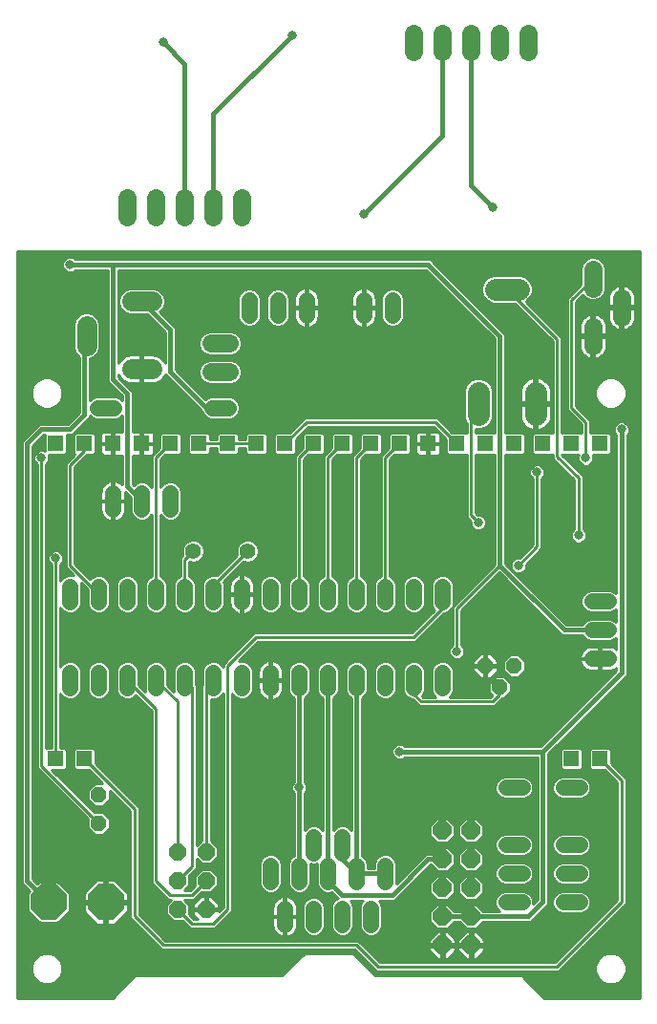
<source format=gbl>
G75*
G70*
%OFA0B0*%
%FSLAX24Y24*%
%IPPOS*%
%LPD*%
%AMOC8*
5,1,8,0,0,1.08239X$1,22.5*
%
%ADD10OC8,0.0600*%
%ADD11C,0.0560*%
%ADD12C,0.0560*%
%ADD13OC8,0.0560*%
%ADD14OC8,0.1240*%
%ADD15C,0.0780*%
%ADD16C,0.0555*%
%ADD17OC8,0.0640*%
%ADD18R,0.0560X0.0560*%
%ADD19C,0.0700*%
%ADD20C,0.0640*%
%ADD21C,0.0100*%
%ADD22C,0.0317*%
%ADD23C,0.0160*%
D10*
X007081Y016392D03*
X007081Y017392D03*
X007081Y018392D03*
X008081Y018392D03*
X008081Y017392D03*
X008081Y016392D03*
D11*
X007631Y028892D03*
X009531Y028892D03*
D12*
X009331Y027672D02*
X009331Y027112D01*
X008331Y027112D02*
X008331Y027672D01*
X007331Y027672D02*
X007331Y027112D01*
X006331Y027112D02*
X006331Y027672D01*
X005331Y027672D02*
X005331Y027112D01*
X004331Y027112D02*
X004331Y027672D01*
X003331Y027672D02*
X003331Y027112D01*
X003331Y024672D02*
X003331Y024112D01*
X004331Y024112D02*
X004331Y024672D01*
X005331Y024672D02*
X005331Y024112D01*
X006331Y024112D02*
X006331Y024672D01*
X007331Y024672D02*
X007331Y024112D01*
X008331Y024112D02*
X008331Y024672D01*
X009331Y024672D02*
X009331Y024112D01*
X010331Y024112D02*
X010331Y024672D01*
X011331Y024672D02*
X011331Y024112D01*
X012331Y024112D02*
X012331Y024672D01*
X013331Y024672D02*
X013331Y024112D01*
X014331Y024112D02*
X014331Y024672D01*
X015331Y024672D02*
X015331Y024112D01*
X016331Y024112D02*
X016331Y024672D01*
X016331Y027112D02*
X016331Y027672D01*
X015331Y027672D02*
X015331Y027112D01*
X014331Y027112D02*
X014331Y027672D01*
X013331Y027672D02*
X013331Y027112D01*
X012331Y027112D02*
X012331Y027672D01*
X011331Y027672D02*
X011331Y027112D01*
X010331Y027112D02*
X010331Y027672D01*
X008861Y033892D02*
X008301Y033892D01*
X006831Y030922D02*
X006831Y030362D01*
X005831Y030362D02*
X005831Y030922D01*
X004831Y030922D02*
X004831Y030362D01*
X004861Y033892D02*
X004301Y033892D01*
X009581Y037112D02*
X009581Y037672D01*
X010581Y037672D02*
X010581Y037112D01*
X011581Y037112D02*
X011581Y037672D01*
X013581Y037672D02*
X013581Y037112D01*
X014581Y037112D02*
X014581Y037672D01*
X021551Y027142D02*
X022111Y027142D01*
X022111Y026142D02*
X021551Y026142D01*
X021551Y025142D02*
X022111Y025142D01*
X014331Y017922D02*
X014331Y017362D01*
X013831Y016422D02*
X013831Y015862D01*
X013331Y017362D02*
X013331Y017922D01*
X012831Y018362D02*
X012831Y018922D01*
X012331Y017922D02*
X012331Y017362D01*
X011831Y016422D02*
X011831Y015862D01*
X011331Y017362D02*
X011331Y017922D01*
X011831Y018362D02*
X011831Y018922D01*
X010831Y016422D02*
X010831Y015862D01*
X010331Y017362D02*
X010331Y017922D01*
X012831Y016422D02*
X012831Y015862D01*
D13*
X017831Y024892D03*
X018331Y024142D03*
X018831Y024892D03*
X004331Y020392D03*
X004331Y019392D03*
D14*
X004581Y016642D03*
X002581Y016642D03*
D15*
X017581Y033646D02*
X017581Y034426D01*
X019581Y034426D02*
X019581Y033646D01*
X018971Y038036D02*
X018191Y038036D01*
D16*
X018554Y020642D02*
X019109Y020642D01*
X019109Y018642D02*
X018554Y018642D01*
X018554Y017642D02*
X019109Y017642D01*
X019109Y016642D02*
X018554Y016642D01*
X020554Y016642D02*
X021109Y016642D01*
X021109Y017642D02*
X020554Y017642D01*
X020554Y018642D02*
X021109Y018642D01*
X021109Y020642D02*
X020554Y020642D01*
D17*
X017331Y019142D03*
X017331Y018142D03*
X017331Y017142D03*
X017331Y016142D03*
X017331Y015142D03*
X016331Y015142D03*
X016331Y016142D03*
X016331Y017142D03*
X016331Y018142D03*
X016331Y019142D03*
D18*
X020831Y021642D03*
X021831Y021642D03*
X021831Y032642D03*
X020831Y032642D03*
X019831Y032642D03*
X018831Y032642D03*
X017831Y032642D03*
X016831Y032642D03*
X015831Y032642D03*
X014831Y032642D03*
X013831Y032642D03*
X012831Y032642D03*
X011831Y032642D03*
X010831Y032642D03*
X009831Y032642D03*
X008831Y032642D03*
X007831Y032642D03*
X006831Y032642D03*
X005831Y032642D03*
X004831Y032642D03*
X003831Y032642D03*
X002831Y032642D03*
X002831Y021642D03*
X003831Y021642D03*
D19*
X005481Y035248D02*
X006181Y035248D01*
X006181Y037611D02*
X005481Y037611D01*
X003902Y036760D02*
X003902Y036060D01*
D20*
X005331Y040572D02*
X005331Y041212D01*
X006331Y041212D02*
X006331Y040572D01*
X007331Y040572D02*
X007331Y041212D01*
X008331Y041212D02*
X008331Y040572D01*
X009331Y040572D02*
X009331Y041212D01*
X008901Y036142D02*
X008261Y036142D01*
X008261Y035142D02*
X008901Y035142D01*
X015331Y046322D02*
X015331Y046962D01*
X016331Y046962D02*
X016331Y046322D01*
X017331Y046322D02*
X017331Y046962D01*
X018331Y046962D02*
X018331Y046322D01*
X019331Y046322D02*
X019331Y046962D01*
X021581Y038712D02*
X021581Y038072D01*
X021581Y036712D02*
X021581Y036072D01*
X022581Y037072D02*
X022581Y037712D01*
D21*
X001481Y039370D02*
X001481Y013292D01*
X004812Y013292D01*
X005600Y014080D01*
X010718Y014080D01*
X011505Y014867D01*
X013204Y014867D01*
X013292Y014779D01*
X013992Y014080D01*
X019110Y014080D01*
X019198Y013992D01*
X019897Y013292D01*
X023228Y013292D01*
X023228Y039370D01*
X001481Y039370D01*
X001481Y039343D02*
X023228Y039343D01*
X023228Y039245D02*
X001481Y039245D01*
X001481Y039146D02*
X003242Y039146D01*
X003278Y039161D02*
X003179Y039120D01*
X003103Y039044D01*
X003062Y038946D01*
X003062Y038839D01*
X003103Y038740D01*
X003179Y038664D01*
X003278Y038623D01*
X003385Y038623D01*
X003483Y038664D01*
X003521Y038702D01*
X004641Y038702D01*
X004641Y034813D01*
X004752Y034702D01*
X005141Y034313D01*
X005141Y034164D01*
X005082Y034223D01*
X004939Y034282D01*
X004224Y034282D01*
X004080Y034223D01*
X004021Y034164D01*
X004021Y035611D01*
X004163Y035670D01*
X004292Y035799D01*
X004362Y035968D01*
X004362Y036851D01*
X004292Y037020D01*
X004163Y037150D01*
X003993Y037220D01*
X003810Y037220D01*
X003641Y037150D01*
X003512Y037020D01*
X003442Y036851D01*
X003442Y035968D01*
X003512Y035799D01*
X003641Y035670D01*
X003641Y033721D01*
X003252Y033332D01*
X002252Y033332D01*
X002141Y033221D01*
X001641Y032721D01*
X001641Y017313D01*
X001752Y017202D01*
X001931Y017024D01*
X001851Y016945D01*
X001851Y016340D01*
X002279Y015912D01*
X002883Y015912D01*
X003311Y016340D01*
X003311Y016945D01*
X002883Y017372D01*
X002279Y017372D01*
X002199Y017293D01*
X002021Y017471D01*
X002021Y032563D01*
X002410Y032952D01*
X002441Y032952D01*
X002441Y032387D01*
X002385Y032411D01*
X002278Y032411D01*
X002179Y032370D01*
X002103Y032294D01*
X002062Y032196D01*
X002062Y032089D01*
X002103Y031990D01*
X002171Y031922D01*
X002171Y021326D01*
X003942Y019555D01*
X003941Y019554D01*
X003941Y019231D01*
X004170Y019002D01*
X004493Y019002D01*
X004721Y019231D01*
X004721Y019554D01*
X004493Y019782D01*
X004170Y019782D01*
X004168Y019781D01*
X002697Y021252D01*
X003157Y021252D01*
X003221Y021317D01*
X003221Y021968D01*
X003157Y022032D01*
X002991Y022032D01*
X002991Y023914D01*
X003000Y023891D01*
X003110Y023781D01*
X003254Y023722D01*
X003409Y023722D01*
X003552Y023781D01*
X003662Y023891D01*
X003721Y024035D01*
X003721Y024750D01*
X003662Y024893D01*
X003552Y025003D01*
X003409Y025062D01*
X003254Y025062D01*
X003110Y025003D01*
X003000Y024893D01*
X002991Y024870D01*
X002991Y026914D01*
X003000Y026891D01*
X003110Y026781D01*
X003254Y026722D01*
X003409Y026722D01*
X003552Y026781D01*
X003662Y026891D01*
X003721Y027035D01*
X003721Y027750D01*
X003703Y027794D01*
X003941Y027556D01*
X003941Y027035D01*
X004000Y026891D01*
X004110Y026781D01*
X004254Y026722D01*
X004409Y026722D01*
X004552Y026781D01*
X004662Y026891D01*
X004721Y027035D01*
X004721Y027750D01*
X004662Y027893D01*
X004552Y028003D01*
X004409Y028062D01*
X004254Y028062D01*
X004110Y028003D01*
X004028Y027921D01*
X003491Y028458D01*
X003491Y031826D01*
X003897Y032232D01*
X003917Y032252D01*
X004157Y032252D01*
X004221Y032317D01*
X004221Y032968D01*
X004157Y033032D01*
X003506Y033032D01*
X003441Y032968D01*
X003441Y032317D01*
X003485Y032272D01*
X003171Y031958D01*
X003171Y028326D01*
X003453Y028044D01*
X003409Y028062D01*
X003254Y028062D01*
X003110Y028003D01*
X003000Y027893D01*
X002991Y027870D01*
X002991Y028422D01*
X003059Y028490D01*
X003100Y028589D01*
X003100Y028696D01*
X003059Y028794D01*
X002983Y028870D01*
X002885Y028911D01*
X002778Y028911D01*
X002679Y028870D01*
X002603Y028794D01*
X002562Y028696D01*
X002562Y028589D01*
X002603Y028490D01*
X002671Y028422D01*
X002671Y022032D01*
X002506Y022032D01*
X002491Y022018D01*
X002491Y031922D01*
X002559Y031990D01*
X002600Y032089D01*
X002600Y032196D01*
X002576Y032252D01*
X003157Y032252D01*
X003221Y032317D01*
X003221Y032952D01*
X003410Y032952D01*
X003910Y033452D01*
X004021Y033563D01*
X004021Y033621D01*
X004080Y033561D01*
X004224Y033502D01*
X004939Y033502D01*
X005082Y033561D01*
X005141Y033621D01*
X005141Y033069D01*
X005131Y033072D01*
X004861Y033072D01*
X004861Y032672D01*
X004801Y032672D01*
X004801Y032612D01*
X004861Y032612D01*
X004861Y032212D01*
X005131Y032212D01*
X005141Y032215D01*
X005141Y031220D01*
X005111Y031250D01*
X005056Y031290D01*
X004996Y031321D01*
X004932Y031342D01*
X004865Y031352D01*
X004861Y031352D01*
X004861Y030672D01*
X005261Y030672D01*
X005261Y030943D01*
X005441Y030763D01*
X005441Y030285D01*
X005500Y030141D01*
X005610Y030031D01*
X005754Y029972D01*
X005909Y029972D01*
X006052Y030031D01*
X006162Y030141D01*
X006171Y030164D01*
X006171Y028028D01*
X006110Y028003D01*
X006000Y027893D01*
X005941Y027750D01*
X005941Y027035D01*
X006000Y026891D01*
X006110Y026781D01*
X006254Y026722D01*
X006409Y026722D01*
X006552Y026781D01*
X006662Y026891D01*
X006721Y027035D01*
X006721Y027750D01*
X006662Y027893D01*
X006552Y028003D01*
X006491Y028028D01*
X006491Y030164D01*
X006500Y030141D01*
X006610Y030031D01*
X006754Y029972D01*
X006909Y029972D01*
X007052Y030031D01*
X007162Y030141D01*
X007221Y030285D01*
X007221Y031000D01*
X007162Y031143D01*
X007052Y031253D01*
X006909Y031312D01*
X006754Y031312D01*
X006610Y031253D01*
X006500Y031143D01*
X006491Y031120D01*
X006491Y032076D01*
X006667Y032252D01*
X007157Y032252D01*
X007221Y032317D01*
X007221Y032968D01*
X007157Y033032D01*
X006506Y033032D01*
X006441Y032968D01*
X006441Y032478D01*
X006265Y032302D01*
X006171Y032208D01*
X006171Y031120D01*
X006162Y031143D01*
X006052Y031253D01*
X005909Y031312D01*
X005754Y031312D01*
X005610Y031253D01*
X005550Y031192D01*
X005521Y031221D01*
X005521Y032215D01*
X005531Y032212D01*
X005801Y032212D01*
X005801Y032612D01*
X005861Y032612D01*
X005861Y032212D01*
X006131Y032212D01*
X006169Y032222D01*
X006203Y032242D01*
X006231Y032270D01*
X006251Y032304D01*
X006261Y032342D01*
X006261Y032612D01*
X005861Y032612D01*
X005861Y032672D01*
X006261Y032672D01*
X006261Y032942D01*
X006251Y032980D01*
X006231Y033014D01*
X006203Y033042D01*
X006169Y033062D01*
X006131Y033072D01*
X005861Y033072D01*
X005861Y032672D01*
X005801Y032672D01*
X005801Y033072D01*
X005531Y033072D01*
X005521Y033069D01*
X005521Y034471D01*
X005021Y034971D01*
X005021Y035050D01*
X005053Y034986D01*
X005100Y034923D01*
X005155Y034867D01*
X005219Y034821D01*
X005289Y034785D01*
X005364Y034761D01*
X005442Y034748D01*
X005801Y034748D01*
X005801Y035218D01*
X005861Y035218D01*
X005861Y034748D01*
X006220Y034748D01*
X006298Y034761D01*
X006373Y034785D01*
X006443Y034821D01*
X006507Y034867D01*
X006562Y034923D01*
X006609Y034986D01*
X006644Y035056D01*
X006645Y035059D01*
X007891Y033813D01*
X007926Y033778D01*
X007970Y033671D01*
X008080Y033561D01*
X008224Y033502D01*
X008939Y033502D01*
X009082Y033561D01*
X009192Y033671D01*
X009251Y033815D01*
X009251Y033970D01*
X009192Y034113D01*
X009082Y034223D01*
X008939Y034282D01*
X008224Y034282D01*
X008080Y034223D01*
X008050Y034192D01*
X007021Y035221D01*
X007021Y036689D01*
X006466Y037245D01*
X006571Y037350D01*
X006641Y037519D01*
X006641Y037702D01*
X006571Y037871D01*
X006442Y038001D01*
X006273Y038071D01*
X005390Y038071D01*
X005221Y038001D01*
X005091Y037871D01*
X005021Y037702D01*
X005021Y037519D01*
X005091Y037350D01*
X005221Y037221D01*
X005390Y037151D01*
X006022Y037151D01*
X006641Y036532D01*
X006641Y035447D01*
X006609Y035510D01*
X006562Y035574D01*
X006507Y035630D01*
X006443Y035676D01*
X006373Y035712D01*
X006298Y035736D01*
X006220Y035748D01*
X005861Y035748D01*
X005861Y035278D01*
X005801Y035278D01*
X005801Y035748D01*
X005442Y035748D01*
X005364Y035736D01*
X005289Y035712D01*
X005219Y035676D01*
X005155Y035630D01*
X005100Y035574D01*
X005053Y035510D01*
X005021Y035447D01*
X005021Y038702D01*
X015752Y038702D01*
X018141Y036313D01*
X018141Y033032D01*
X017506Y033032D01*
X017491Y033018D01*
X017491Y033146D01*
X017681Y033146D01*
X017864Y033222D01*
X018005Y033363D01*
X018081Y033546D01*
X018081Y034525D01*
X018005Y034709D01*
X017864Y034850D01*
X017681Y034926D01*
X017482Y034926D01*
X017298Y034850D01*
X017157Y034709D01*
X017081Y034525D01*
X017081Y033546D01*
X017157Y033363D01*
X017171Y033349D01*
X017171Y033018D01*
X017157Y033032D01*
X016667Y033032D01*
X016241Y033458D01*
X016241Y033458D01*
X016147Y033552D01*
X011515Y033552D01*
X011421Y033458D01*
X010995Y033032D01*
X010506Y033032D01*
X010441Y032968D01*
X010441Y032317D01*
X010506Y032252D01*
X011157Y032252D01*
X011221Y032317D01*
X011221Y032806D01*
X011647Y033232D01*
X016015Y033232D01*
X016441Y032806D01*
X016441Y032317D01*
X016506Y032252D01*
X017157Y032252D01*
X017171Y032267D01*
X017171Y030076D01*
X017265Y029982D01*
X017312Y029935D01*
X017312Y029839D01*
X017353Y029740D01*
X017429Y029664D01*
X017528Y029623D01*
X017635Y029623D01*
X017733Y029664D01*
X017809Y029740D01*
X017850Y029839D01*
X017850Y029946D01*
X017809Y030044D01*
X017733Y030120D01*
X017635Y030161D01*
X017539Y030161D01*
X017491Y030208D01*
X017491Y032267D01*
X017506Y032252D01*
X018141Y032252D01*
X018141Y028428D01*
X016703Y026990D01*
X016721Y027035D01*
X016721Y027750D01*
X016662Y027893D01*
X016552Y028003D01*
X016409Y028062D01*
X016254Y028062D01*
X016110Y028003D01*
X016000Y027893D01*
X015941Y027750D01*
X015941Y027035D01*
X016000Y026891D01*
X016052Y026839D01*
X015265Y026052D01*
X009765Y026052D01*
X008671Y024958D01*
X008671Y024870D01*
X008662Y024893D01*
X008552Y025003D01*
X008409Y025062D01*
X008254Y025062D01*
X008110Y025003D01*
X008000Y024893D01*
X007941Y024750D01*
X007941Y024228D01*
X007921Y024208D01*
X007921Y018802D01*
X007911Y018802D01*
X007741Y018632D01*
X007741Y024208D01*
X007721Y024228D01*
X007721Y024750D01*
X007662Y024893D01*
X007552Y025003D01*
X007409Y025062D01*
X007254Y025062D01*
X007110Y025003D01*
X007000Y024893D01*
X006941Y024750D01*
X006941Y024035D01*
X006960Y023990D01*
X006721Y024228D01*
X006721Y024750D01*
X006662Y024893D01*
X006552Y025003D01*
X006409Y025062D01*
X006254Y025062D01*
X006110Y025003D01*
X006000Y024893D01*
X005941Y024750D01*
X005941Y024035D01*
X005960Y023990D01*
X005721Y024228D01*
X005721Y024750D01*
X005662Y024893D01*
X005552Y025003D01*
X005409Y025062D01*
X005254Y025062D01*
X005110Y025003D01*
X005000Y024893D01*
X004941Y024750D01*
X004941Y024035D01*
X005000Y023891D01*
X005110Y023781D01*
X005254Y023722D01*
X005409Y023722D01*
X005552Y023781D01*
X005634Y023863D01*
X006171Y023326D01*
X006171Y017326D01*
X006265Y017232D01*
X006765Y016732D01*
X006841Y016732D01*
X006671Y016562D01*
X006671Y016222D01*
X006911Y015982D01*
X007251Y015982D01*
X007258Y015989D01*
X007421Y015826D01*
X007515Y015732D01*
X008397Y015732D01*
X008897Y016232D01*
X008991Y016326D01*
X008991Y023914D01*
X009000Y023891D01*
X009110Y023781D01*
X009254Y023722D01*
X009409Y023722D01*
X009552Y023781D01*
X009662Y023891D01*
X009721Y024035D01*
X009721Y024750D01*
X009662Y024893D01*
X009552Y025003D01*
X009409Y025062D01*
X009254Y025062D01*
X009209Y025044D01*
X009897Y025732D01*
X015397Y025732D01*
X016387Y026722D01*
X016409Y026722D01*
X016552Y026781D01*
X016662Y026891D01*
X016671Y026914D01*
X016671Y025612D01*
X016603Y025544D01*
X016562Y025446D01*
X016562Y025339D01*
X016603Y025240D01*
X016679Y025164D01*
X016778Y025123D01*
X016885Y025123D01*
X016983Y025164D01*
X017059Y025240D01*
X017100Y025339D01*
X017100Y025446D01*
X017059Y025544D01*
X016991Y025612D01*
X016991Y026826D01*
X018310Y028145D01*
X020391Y026063D01*
X020502Y025952D01*
X021208Y025952D01*
X021220Y025921D01*
X021330Y025811D01*
X021474Y025752D01*
X022189Y025752D01*
X022332Y025811D01*
X022391Y025871D01*
X022391Y025470D01*
X022336Y025510D01*
X022276Y025541D01*
X022212Y025562D01*
X022145Y025572D01*
X021861Y025572D01*
X021861Y025172D01*
X021801Y025172D01*
X021801Y025112D01*
X021861Y025112D01*
X021861Y024712D01*
X022145Y024712D01*
X022212Y024723D01*
X022276Y024744D01*
X022336Y024774D01*
X022391Y024814D01*
X022391Y024721D01*
X019752Y022082D01*
X015021Y022082D01*
X014983Y022120D01*
X014885Y022161D01*
X014778Y022161D01*
X014679Y022120D01*
X014603Y022044D01*
X014562Y021946D01*
X014562Y021839D01*
X014603Y021740D01*
X014679Y021664D01*
X014778Y021623D01*
X014885Y021623D01*
X014983Y021664D01*
X015021Y021702D01*
X019641Y021702D01*
X019641Y016721D01*
X019496Y016576D01*
X019496Y016719D01*
X019437Y016862D01*
X019328Y016971D01*
X019186Y017030D01*
X018477Y017030D01*
X018334Y016971D01*
X018225Y016862D01*
X018166Y016719D01*
X018166Y016565D01*
X018225Y016423D01*
X018316Y016332D01*
X017749Y016332D01*
X017509Y016572D01*
X017153Y016572D01*
X016913Y016332D01*
X016749Y016332D01*
X016509Y016572D01*
X016153Y016572D01*
X015901Y016320D01*
X015901Y015964D01*
X016153Y015712D01*
X016509Y015712D01*
X016749Y015952D01*
X016913Y015952D01*
X017153Y015712D01*
X017509Y015712D01*
X017749Y015952D01*
X019410Y015952D01*
X019521Y016063D01*
X019910Y016452D01*
X020021Y016563D01*
X020021Y021813D01*
X022771Y024563D01*
X022771Y032952D01*
X022809Y032990D01*
X022850Y033089D01*
X022850Y033196D01*
X022809Y033294D01*
X022733Y033370D01*
X022635Y033411D01*
X022528Y033411D01*
X022429Y033370D01*
X022353Y033294D01*
X022312Y033196D01*
X022312Y033089D01*
X022353Y032990D01*
X022391Y032952D01*
X022391Y027414D01*
X022332Y027473D01*
X022189Y027532D01*
X021474Y027532D01*
X021330Y027473D01*
X021220Y027363D01*
X021161Y027220D01*
X021161Y027065D01*
X021220Y026921D01*
X021330Y026811D01*
X021474Y026752D01*
X022189Y026752D01*
X022332Y026811D01*
X022391Y026871D01*
X022391Y026414D01*
X022332Y026473D01*
X022189Y026532D01*
X021474Y026532D01*
X021330Y026473D01*
X021220Y026363D01*
X021208Y026332D01*
X020660Y026332D01*
X018521Y028471D01*
X018521Y032252D01*
X019157Y032252D01*
X019221Y032317D01*
X019221Y032968D01*
X019157Y033032D01*
X018521Y033032D01*
X018521Y036471D01*
X016021Y038971D01*
X015910Y039082D01*
X003521Y039082D01*
X003483Y039120D01*
X003385Y039161D01*
X003278Y039161D01*
X003420Y039146D02*
X023228Y039146D01*
X023228Y039048D02*
X021854Y039048D01*
X021825Y039077D02*
X021667Y039142D01*
X021496Y039142D01*
X021338Y039077D01*
X021217Y038956D01*
X021151Y038798D01*
X021151Y038188D01*
X020765Y037802D01*
X020671Y037708D01*
X020671Y033826D01*
X021171Y033326D01*
X021171Y033018D01*
X021157Y033032D01*
X020506Y033032D01*
X020491Y033018D01*
X020491Y036352D01*
X019238Y037605D01*
X019254Y037612D01*
X019395Y037753D01*
X019471Y037936D01*
X019471Y038135D01*
X019395Y038319D01*
X019254Y038460D01*
X019071Y038536D01*
X018092Y038536D01*
X017908Y038460D01*
X017767Y038319D01*
X017691Y038135D01*
X017691Y037936D01*
X017767Y037753D01*
X017908Y037612D01*
X018092Y037536D01*
X018855Y037536D01*
X020171Y036220D01*
X020171Y033018D01*
X020157Y033032D01*
X019506Y033032D01*
X019441Y032968D01*
X019441Y032317D01*
X019506Y032252D01*
X020157Y032252D01*
X020171Y032267D01*
X020171Y032126D01*
X020265Y032032D01*
X020921Y031376D01*
X020921Y029662D01*
X020853Y029594D01*
X020812Y029496D01*
X020812Y029389D01*
X020853Y029290D01*
X020929Y029214D01*
X021028Y029173D01*
X021135Y029173D01*
X021233Y029214D01*
X021309Y029290D01*
X021350Y029389D01*
X021350Y029496D01*
X021309Y029594D01*
X021241Y029662D01*
X021241Y031508D01*
X020491Y032258D01*
X020491Y032267D01*
X020506Y032252D01*
X021086Y032252D01*
X021062Y032196D01*
X021062Y032089D01*
X021103Y031990D01*
X021179Y031914D01*
X021278Y031873D01*
X021385Y031873D01*
X021483Y031914D01*
X021559Y031990D01*
X021600Y032089D01*
X021600Y032196D01*
X021576Y032252D01*
X022157Y032252D01*
X022221Y032317D01*
X022221Y032968D01*
X022157Y033032D01*
X021506Y033032D01*
X021491Y033018D01*
X021491Y033458D01*
X021397Y033552D01*
X020991Y033958D01*
X020991Y037576D01*
X021230Y037815D01*
X021338Y037708D01*
X021496Y037642D01*
X021667Y037642D01*
X021825Y037708D01*
X021946Y037829D01*
X022011Y037987D01*
X022011Y038798D01*
X021946Y038956D01*
X021825Y039077D01*
X021948Y038949D02*
X023228Y038949D01*
X023228Y038851D02*
X021989Y038851D01*
X022011Y038752D02*
X023228Y038752D01*
X023228Y038654D02*
X022011Y038654D01*
X022011Y038555D02*
X023228Y038555D01*
X023228Y038457D02*
X022011Y038457D01*
X022011Y038358D02*
X023228Y038358D01*
X023228Y038260D02*
X022011Y038260D01*
X022011Y038161D02*
X022442Y038161D01*
X022471Y038171D02*
X022401Y038148D01*
X022335Y038114D01*
X022275Y038071D01*
X022223Y038018D01*
X022179Y037958D01*
X022146Y037893D01*
X022123Y037822D01*
X022111Y037749D01*
X022111Y037442D01*
X022531Y037442D01*
X022531Y037342D01*
X022631Y037342D01*
X022631Y036604D01*
X022691Y036614D01*
X022762Y036637D01*
X022827Y036670D01*
X022887Y036714D01*
X022940Y036766D01*
X022983Y036826D01*
X023017Y036892D01*
X023040Y036962D01*
X023051Y037035D01*
X023051Y037342D01*
X022631Y037342D01*
X022631Y037442D01*
X023051Y037442D01*
X023051Y037749D01*
X023040Y037822D01*
X023017Y037893D01*
X022983Y037958D01*
X022940Y038018D01*
X022887Y038071D01*
X022827Y038114D01*
X022762Y038148D01*
X022691Y038171D01*
X022631Y038180D01*
X022631Y037442D01*
X022531Y037442D01*
X022531Y038180D01*
X022471Y038171D01*
X022531Y038161D02*
X022631Y038161D01*
X022720Y038161D02*
X023228Y038161D01*
X023228Y038063D02*
X022895Y038063D01*
X022979Y037964D02*
X023228Y037964D01*
X023228Y037866D02*
X023025Y037866D01*
X023048Y037767D02*
X023228Y037767D01*
X023228Y037669D02*
X023051Y037669D01*
X023051Y037570D02*
X023228Y037570D01*
X023228Y037472D02*
X023051Y037472D01*
X023051Y037275D02*
X023228Y037275D01*
X023228Y037373D02*
X022631Y037373D01*
X022631Y037275D02*
X022531Y037275D01*
X022531Y037342D02*
X022531Y036604D01*
X022471Y036614D01*
X022401Y036637D01*
X022335Y036670D01*
X022275Y036714D01*
X022223Y036766D01*
X022179Y036826D01*
X022146Y036892D01*
X022123Y036962D01*
X022111Y037035D01*
X022111Y037342D01*
X022531Y037342D01*
X022531Y037373D02*
X020991Y037373D01*
X020991Y037275D02*
X022111Y037275D01*
X022111Y037176D02*
X021656Y037176D01*
X021631Y037176D02*
X021531Y037176D01*
X021531Y037180D02*
X021471Y037171D01*
X021401Y037148D01*
X021335Y037114D01*
X021275Y037071D01*
X021223Y037018D01*
X021179Y036958D01*
X021146Y036893D01*
X021123Y036822D01*
X021111Y036749D01*
X021111Y036442D01*
X021531Y036442D01*
X021531Y036342D01*
X021631Y036342D01*
X021631Y035604D01*
X021691Y035614D01*
X021762Y035637D01*
X021827Y035670D01*
X021887Y035714D01*
X021940Y035766D01*
X021983Y035826D01*
X022017Y035892D01*
X022040Y035962D01*
X022051Y036035D01*
X022051Y036342D01*
X021631Y036342D01*
X021631Y036442D01*
X022051Y036442D01*
X022051Y036749D01*
X022040Y036822D01*
X022017Y036893D01*
X021983Y036958D01*
X021940Y037018D01*
X021887Y037071D01*
X021827Y037114D01*
X021762Y037148D01*
X021691Y037171D01*
X021631Y037180D01*
X021631Y036442D01*
X021531Y036442D01*
X021531Y037180D01*
X021507Y037176D02*
X020991Y037176D01*
X020991Y037078D02*
X021285Y037078D01*
X021194Y036979D02*
X020991Y036979D01*
X020991Y036881D02*
X021142Y036881D01*
X021116Y036782D02*
X020991Y036782D01*
X020991Y036684D02*
X021111Y036684D01*
X021111Y036585D02*
X020991Y036585D01*
X020991Y036487D02*
X021111Y036487D01*
X021111Y036342D02*
X021111Y036035D01*
X021123Y035962D01*
X021146Y035892D01*
X021179Y035826D01*
X021223Y035766D01*
X021275Y035714D01*
X021335Y035670D01*
X021401Y035637D01*
X021471Y035614D01*
X021531Y035604D01*
X021531Y036342D01*
X021111Y036342D01*
X021111Y036290D02*
X020991Y036290D01*
X020991Y036388D02*
X021531Y036388D01*
X021531Y036290D02*
X021631Y036290D01*
X021631Y036388D02*
X023228Y036388D01*
X023228Y036290D02*
X022051Y036290D01*
X022051Y036191D02*
X023228Y036191D01*
X023228Y036093D02*
X022051Y036093D01*
X022045Y035994D02*
X023228Y035994D01*
X023228Y035896D02*
X022018Y035896D01*
X021962Y035797D02*
X023228Y035797D01*
X023228Y035699D02*
X021867Y035699D01*
X021631Y035699D02*
X021531Y035699D01*
X021531Y035797D02*
X021631Y035797D01*
X021631Y035896D02*
X021531Y035896D01*
X021531Y035994D02*
X021631Y035994D01*
X021631Y036093D02*
X021531Y036093D01*
X021531Y036191D02*
X021631Y036191D01*
X021631Y036487D02*
X021531Y036487D01*
X021531Y036585D02*
X021631Y036585D01*
X021631Y036684D02*
X021531Y036684D01*
X021531Y036782D02*
X021631Y036782D01*
X021631Y036881D02*
X021531Y036881D01*
X021531Y036979D02*
X021631Y036979D01*
X021631Y037078D02*
X021531Y037078D01*
X021878Y037078D02*
X022111Y037078D01*
X022120Y036979D02*
X021968Y036979D01*
X022021Y036881D02*
X022151Y036881D01*
X022211Y036782D02*
X022046Y036782D01*
X022051Y036684D02*
X022316Y036684D01*
X022531Y036684D02*
X022631Y036684D01*
X022631Y036782D02*
X022531Y036782D01*
X022531Y036881D02*
X022631Y036881D01*
X022631Y036979D02*
X022531Y036979D01*
X022531Y037078D02*
X022631Y037078D01*
X022631Y037176D02*
X022531Y037176D01*
X022531Y037472D02*
X022631Y037472D01*
X022631Y037570D02*
X022531Y037570D01*
X022531Y037669D02*
X022631Y037669D01*
X022631Y037767D02*
X022531Y037767D01*
X022531Y037866D02*
X022631Y037866D01*
X022631Y037964D02*
X022531Y037964D01*
X022531Y038063D02*
X022631Y038063D01*
X022267Y038063D02*
X022011Y038063D01*
X022002Y037964D02*
X022183Y037964D01*
X022137Y037866D02*
X021961Y037866D01*
X021884Y037767D02*
X022114Y037767D01*
X022111Y037669D02*
X021731Y037669D01*
X022111Y037570D02*
X020991Y037570D01*
X020991Y037472D02*
X022111Y037472D01*
X022051Y036585D02*
X023228Y036585D01*
X023228Y036487D02*
X022051Y036487D01*
X022846Y036684D02*
X023228Y036684D01*
X023228Y036782D02*
X022951Y036782D01*
X023011Y036881D02*
X023228Y036881D01*
X023228Y036979D02*
X023042Y036979D01*
X023051Y037078D02*
X023228Y037078D01*
X023228Y037176D02*
X023051Y037176D01*
X023228Y035600D02*
X020991Y035600D01*
X020991Y035502D02*
X023228Y035502D01*
X023228Y035403D02*
X020991Y035403D01*
X020991Y035305D02*
X023228Y035305D01*
X023228Y035206D02*
X020991Y035206D01*
X020991Y035108D02*
X023228Y035108D01*
X023228Y035009D02*
X020991Y035009D01*
X020991Y034911D02*
X022005Y034911D01*
X022089Y034946D02*
X021889Y034863D01*
X021736Y034710D01*
X021654Y034510D01*
X021654Y034294D01*
X021736Y034094D01*
X021889Y033941D01*
X022089Y033858D01*
X022305Y033858D01*
X022505Y033941D01*
X022658Y034094D01*
X022741Y034294D01*
X022741Y034510D01*
X022658Y034710D01*
X022505Y034863D01*
X022305Y034946D01*
X022089Y034946D01*
X021839Y034812D02*
X020991Y034812D01*
X020991Y034714D02*
X021740Y034714D01*
X021697Y034615D02*
X020991Y034615D01*
X020991Y034517D02*
X021656Y034517D01*
X021654Y034418D02*
X020991Y034418D01*
X020991Y034320D02*
X021654Y034320D01*
X021684Y034221D02*
X020991Y034221D01*
X020991Y034123D02*
X021724Y034123D01*
X021806Y034024D02*
X020991Y034024D01*
X021024Y033926D02*
X021926Y033926D01*
X021491Y033433D02*
X023228Y033433D01*
X023228Y033335D02*
X022769Y033335D01*
X022833Y033236D02*
X023228Y033236D01*
X023228Y033138D02*
X022850Y033138D01*
X022829Y033039D02*
X023228Y033039D01*
X023228Y032941D02*
X022771Y032941D01*
X022771Y032842D02*
X023228Y032842D01*
X023228Y032744D02*
X022771Y032744D01*
X022771Y032645D02*
X023228Y032645D01*
X023228Y032547D02*
X022771Y032547D01*
X022771Y032448D02*
X023228Y032448D01*
X023228Y032350D02*
X022771Y032350D01*
X022771Y032251D02*
X023228Y032251D01*
X023228Y032153D02*
X022771Y032153D01*
X022771Y032054D02*
X023228Y032054D01*
X023228Y031956D02*
X022771Y031956D01*
X022771Y031857D02*
X023228Y031857D01*
X023228Y031759D02*
X022771Y031759D01*
X022771Y031660D02*
X023228Y031660D01*
X023228Y031562D02*
X022771Y031562D01*
X022771Y031463D02*
X023228Y031463D01*
X023228Y031365D02*
X022771Y031365D01*
X022771Y031266D02*
X023228Y031266D01*
X023228Y031168D02*
X022771Y031168D01*
X022771Y031069D02*
X023228Y031069D01*
X023228Y030971D02*
X022771Y030971D01*
X022771Y030872D02*
X023228Y030872D01*
X023228Y030774D02*
X022771Y030774D01*
X022771Y030675D02*
X023228Y030675D01*
X023228Y030577D02*
X022771Y030577D01*
X022771Y030478D02*
X023228Y030478D01*
X023228Y030380D02*
X022771Y030380D01*
X022771Y030281D02*
X023228Y030281D01*
X023228Y030183D02*
X022771Y030183D01*
X022771Y030084D02*
X023228Y030084D01*
X023228Y029986D02*
X022771Y029986D01*
X022771Y029887D02*
X023228Y029887D01*
X023228Y029789D02*
X022771Y029789D01*
X022771Y029690D02*
X023228Y029690D01*
X023228Y029592D02*
X022771Y029592D01*
X022771Y029493D02*
X023228Y029493D01*
X023228Y029395D02*
X022771Y029395D01*
X022771Y029296D02*
X023228Y029296D01*
X023228Y029198D02*
X022771Y029198D01*
X022771Y029099D02*
X023228Y029099D01*
X023228Y029001D02*
X022771Y029001D01*
X022771Y028902D02*
X023228Y028902D01*
X023228Y028804D02*
X022771Y028804D01*
X022771Y028705D02*
X023228Y028705D01*
X023228Y028607D02*
X022771Y028607D01*
X022771Y028508D02*
X023228Y028508D01*
X023228Y028410D02*
X022771Y028410D01*
X022771Y028311D02*
X023228Y028311D01*
X023228Y028213D02*
X022771Y028213D01*
X022771Y028114D02*
X023228Y028114D01*
X023228Y028016D02*
X022771Y028016D01*
X022771Y027917D02*
X023228Y027917D01*
X023228Y027819D02*
X022771Y027819D01*
X022771Y027720D02*
X023228Y027720D01*
X023228Y027622D02*
X022771Y027622D01*
X022771Y027523D02*
X023228Y027523D01*
X023228Y027425D02*
X022771Y027425D01*
X022771Y027326D02*
X023228Y027326D01*
X023228Y027228D02*
X022771Y027228D01*
X022771Y027129D02*
X023228Y027129D01*
X023228Y027031D02*
X022771Y027031D01*
X022771Y026932D02*
X023228Y026932D01*
X023228Y026834D02*
X022771Y026834D01*
X022771Y026735D02*
X023228Y026735D01*
X023228Y026637D02*
X022771Y026637D01*
X022771Y026538D02*
X023228Y026538D01*
X023228Y026440D02*
X022771Y026440D01*
X022771Y026341D02*
X023228Y026341D01*
X023228Y026243D02*
X022771Y026243D01*
X022771Y026144D02*
X023228Y026144D01*
X023228Y026046D02*
X022771Y026046D01*
X022771Y025947D02*
X023228Y025947D01*
X023228Y025849D02*
X022771Y025849D01*
X022771Y025750D02*
X023228Y025750D01*
X023228Y025652D02*
X022771Y025652D01*
X022771Y025553D02*
X023228Y025553D01*
X023228Y025455D02*
X022771Y025455D01*
X022771Y025356D02*
X023228Y025356D01*
X023228Y025258D02*
X022771Y025258D01*
X022771Y025159D02*
X023228Y025159D01*
X023228Y025061D02*
X022771Y025061D01*
X022771Y024962D02*
X023228Y024962D01*
X023228Y024864D02*
X022771Y024864D01*
X022771Y024765D02*
X023228Y024765D01*
X023228Y024667D02*
X022771Y024667D01*
X022771Y024568D02*
X023228Y024568D01*
X023228Y024470D02*
X022677Y024470D01*
X022579Y024371D02*
X023228Y024371D01*
X023228Y024273D02*
X022480Y024273D01*
X022382Y024174D02*
X023228Y024174D01*
X023228Y024076D02*
X022283Y024076D01*
X022185Y023977D02*
X023228Y023977D01*
X023228Y023879D02*
X022086Y023879D01*
X021988Y023780D02*
X023228Y023780D01*
X023228Y023682D02*
X021889Y023682D01*
X021791Y023583D02*
X023228Y023583D01*
X023228Y023485D02*
X021692Y023485D01*
X021594Y023386D02*
X023228Y023386D01*
X023228Y023288D02*
X021495Y023288D01*
X021397Y023189D02*
X023228Y023189D01*
X023228Y023091D02*
X021298Y023091D01*
X021200Y022992D02*
X023228Y022992D01*
X023228Y022894D02*
X021101Y022894D01*
X021003Y022795D02*
X023228Y022795D01*
X023228Y022697D02*
X020904Y022697D01*
X020806Y022598D02*
X023228Y022598D01*
X023228Y022500D02*
X020707Y022500D01*
X020609Y022401D02*
X023228Y022401D01*
X023228Y022303D02*
X020510Y022303D01*
X020412Y022204D02*
X023228Y022204D01*
X023228Y022106D02*
X020313Y022106D01*
X020215Y022007D02*
X020481Y022007D01*
X020506Y022032D02*
X020441Y021968D01*
X020441Y021317D01*
X020506Y021252D01*
X021157Y021252D01*
X021221Y021317D01*
X021221Y021968D01*
X021157Y022032D01*
X020506Y022032D01*
X020441Y021909D02*
X020116Y021909D01*
X020021Y021810D02*
X020441Y021810D01*
X020441Y021712D02*
X020021Y021712D01*
X020021Y021613D02*
X020441Y021613D01*
X020441Y021515D02*
X020021Y021515D01*
X020021Y021416D02*
X020441Y021416D01*
X020441Y021318D02*
X020021Y021318D01*
X020021Y021219D02*
X022028Y021219D01*
X021995Y021252D02*
X022421Y020826D01*
X022421Y016708D01*
X020265Y014552D01*
X014147Y014552D01*
X013397Y015302D01*
X006647Y015302D01*
X005741Y016208D01*
X005741Y019958D01*
X005647Y020052D01*
X004221Y021478D01*
X004221Y021968D01*
X004157Y022032D01*
X003506Y022032D01*
X003441Y021968D01*
X003441Y021317D01*
X003506Y021252D01*
X003995Y021252D01*
X004465Y020782D01*
X004170Y020782D01*
X003941Y020554D01*
X003941Y020231D01*
X004170Y020002D01*
X004493Y020002D01*
X004721Y020231D01*
X004721Y020526D01*
X005421Y019826D01*
X005421Y016076D01*
X006421Y015076D01*
X006515Y014982D01*
X013265Y014982D01*
X013921Y014326D01*
X014015Y014232D01*
X020397Y014232D01*
X022647Y016482D01*
X022741Y016576D01*
X022741Y020958D01*
X022221Y021478D01*
X022221Y021968D01*
X022157Y022032D01*
X021506Y022032D01*
X021441Y021968D01*
X021441Y021317D01*
X021506Y021252D01*
X021995Y021252D01*
X022126Y021121D02*
X020021Y021121D01*
X020021Y021022D02*
X020459Y021022D01*
X020477Y021030D02*
X020334Y020971D01*
X020225Y020862D01*
X020166Y020719D01*
X020166Y020565D01*
X020225Y020423D01*
X020334Y020314D01*
X020477Y020255D01*
X021186Y020255D01*
X021328Y020314D01*
X021437Y020423D01*
X021496Y020565D01*
X021496Y020719D01*
X021437Y020862D01*
X021328Y020971D01*
X021186Y021030D01*
X020477Y021030D01*
X020287Y020924D02*
X020021Y020924D01*
X020021Y020825D02*
X020210Y020825D01*
X020169Y020727D02*
X020021Y020727D01*
X020021Y020628D02*
X020166Y020628D01*
X020181Y020530D02*
X020021Y020530D01*
X020021Y020431D02*
X020222Y020431D01*
X020315Y020333D02*
X020021Y020333D01*
X020021Y020234D02*
X022421Y020234D01*
X022421Y020136D02*
X020021Y020136D01*
X020021Y020037D02*
X022421Y020037D01*
X022421Y019939D02*
X020021Y019939D01*
X020021Y019840D02*
X022421Y019840D01*
X022421Y019742D02*
X020021Y019742D01*
X020021Y019643D02*
X022421Y019643D01*
X022421Y019545D02*
X020021Y019545D01*
X020021Y019446D02*
X022421Y019446D01*
X022421Y019348D02*
X020021Y019348D01*
X020021Y019249D02*
X022421Y019249D01*
X022421Y019151D02*
X020021Y019151D01*
X020021Y019052D02*
X022421Y019052D01*
X022421Y018954D02*
X021345Y018954D01*
X021328Y018971D02*
X021186Y019030D01*
X020477Y019030D01*
X020334Y018971D01*
X020225Y018862D01*
X020166Y018719D01*
X020166Y018565D01*
X020225Y018423D01*
X020334Y018314D01*
X020477Y018255D01*
X021186Y018255D01*
X021328Y018314D01*
X021437Y018423D01*
X021496Y018565D01*
X021496Y018719D01*
X021437Y018862D01*
X021328Y018971D01*
X021440Y018855D02*
X022421Y018855D01*
X022421Y018757D02*
X021481Y018757D01*
X021496Y018658D02*
X022421Y018658D01*
X022421Y018560D02*
X021494Y018560D01*
X021453Y018461D02*
X022421Y018461D01*
X022421Y018363D02*
X021377Y018363D01*
X021209Y018264D02*
X022421Y018264D01*
X022421Y018166D02*
X020021Y018166D01*
X020021Y018264D02*
X020454Y018264D01*
X020285Y018363D02*
X020021Y018363D01*
X020021Y018461D02*
X020209Y018461D01*
X020168Y018560D02*
X020021Y018560D01*
X020021Y018658D02*
X020166Y018658D01*
X020182Y018757D02*
X020021Y018757D01*
X020021Y018855D02*
X020222Y018855D01*
X020317Y018954D02*
X020021Y018954D01*
X019641Y018954D02*
X019345Y018954D01*
X019328Y018971D02*
X019186Y019030D01*
X018477Y019030D01*
X018334Y018971D01*
X018225Y018862D01*
X018166Y018719D01*
X018166Y018565D01*
X018225Y018423D01*
X018334Y018314D01*
X018477Y018255D01*
X019186Y018255D01*
X019328Y018314D01*
X019437Y018423D01*
X019496Y018565D01*
X019496Y018719D01*
X019437Y018862D01*
X019328Y018971D01*
X019440Y018855D02*
X019641Y018855D01*
X019641Y018757D02*
X019481Y018757D01*
X019496Y018658D02*
X019641Y018658D01*
X019641Y018560D02*
X019494Y018560D01*
X019453Y018461D02*
X019641Y018461D01*
X019641Y018363D02*
X019377Y018363D01*
X019209Y018264D02*
X019641Y018264D01*
X019641Y018166D02*
X017761Y018166D01*
X017761Y018264D02*
X018454Y018264D01*
X018285Y018363D02*
X017719Y018363D01*
X017761Y018320D02*
X017509Y018572D01*
X017153Y018572D01*
X016901Y018320D01*
X016901Y017964D01*
X017153Y017712D01*
X017509Y017712D01*
X017761Y017964D01*
X017761Y018320D01*
X017620Y018461D02*
X018209Y018461D01*
X018168Y018560D02*
X017522Y018560D01*
X017509Y018712D02*
X017761Y018964D01*
X017761Y019320D01*
X017509Y019572D01*
X017153Y019572D01*
X016901Y019320D01*
X016901Y018964D01*
X017153Y018712D01*
X017509Y018712D01*
X017554Y018757D02*
X018182Y018757D01*
X018166Y018658D02*
X013521Y018658D01*
X013521Y018560D02*
X016141Y018560D01*
X016153Y018572D02*
X015913Y018332D01*
X015752Y018332D01*
X014721Y017301D01*
X014721Y018000D01*
X014662Y018143D01*
X014552Y018253D01*
X014409Y018312D01*
X014254Y018312D01*
X014110Y018253D01*
X014000Y018143D01*
X013941Y018000D01*
X013941Y017832D01*
X013721Y017832D01*
X013721Y018000D01*
X013662Y018143D01*
X013552Y018253D01*
X013521Y018266D01*
X013521Y023769D01*
X013552Y023781D01*
X013662Y023891D01*
X013721Y024035D01*
X013721Y024750D01*
X013662Y024893D01*
X013552Y025003D01*
X013409Y025062D01*
X013254Y025062D01*
X013110Y025003D01*
X013000Y024893D01*
X012941Y024750D01*
X012941Y024035D01*
X013000Y023891D01*
X013110Y023781D01*
X013141Y023769D01*
X013141Y019164D01*
X013052Y019253D01*
X012909Y019312D01*
X012754Y019312D01*
X012610Y019253D01*
X012521Y019164D01*
X012521Y023769D01*
X012552Y023781D01*
X012662Y023891D01*
X012721Y024035D01*
X012721Y024750D01*
X012662Y024893D01*
X012552Y025003D01*
X012409Y025062D01*
X012254Y025062D01*
X012110Y025003D01*
X012000Y024893D01*
X011941Y024750D01*
X011941Y024035D01*
X012000Y023891D01*
X012110Y023781D01*
X012141Y023769D01*
X012141Y019164D01*
X012052Y019253D01*
X011909Y019312D01*
X011754Y019312D01*
X011610Y019253D01*
X011521Y019164D01*
X011521Y020452D01*
X011559Y020490D01*
X011600Y020589D01*
X011600Y020696D01*
X011559Y020794D01*
X011521Y020832D01*
X011521Y023769D01*
X011552Y023781D01*
X011662Y023891D01*
X011721Y024035D01*
X011721Y024750D01*
X011662Y024893D01*
X011552Y025003D01*
X011409Y025062D01*
X011254Y025062D01*
X011110Y025003D01*
X011000Y024893D01*
X010941Y024750D01*
X010941Y024035D01*
X011000Y023891D01*
X011110Y023781D01*
X011141Y023769D01*
X011141Y020832D01*
X011103Y020794D01*
X011062Y020696D01*
X011062Y020589D01*
X011103Y020490D01*
X011141Y020452D01*
X011141Y018266D01*
X011110Y018253D01*
X011000Y018143D01*
X010941Y018000D01*
X010941Y017285D01*
X011000Y017141D01*
X011110Y017031D01*
X011254Y016972D01*
X011409Y016972D01*
X011552Y017031D01*
X011662Y017141D01*
X011721Y017285D01*
X011721Y017986D01*
X011754Y017972D01*
X011909Y017972D01*
X011941Y017986D01*
X011941Y017285D01*
X012000Y017141D01*
X012110Y017031D01*
X012254Y016972D01*
X012409Y016972D01*
X012461Y016994D01*
X012675Y016780D01*
X012610Y016753D01*
X012500Y016643D01*
X012441Y016500D01*
X012441Y015785D01*
X012500Y015641D01*
X012610Y015531D01*
X012754Y015472D01*
X012909Y015472D01*
X013052Y015531D01*
X013162Y015641D01*
X013221Y015785D01*
X013221Y016500D01*
X013162Y016643D01*
X013103Y016702D01*
X013560Y016702D01*
X013500Y016643D01*
X013441Y016500D01*
X013441Y015785D01*
X013500Y015641D01*
X013610Y015531D01*
X013754Y015472D01*
X013909Y015472D01*
X014052Y015531D01*
X014162Y015641D01*
X014221Y015785D01*
X014221Y016500D01*
X014162Y016643D01*
X014103Y016702D01*
X014660Y016702D01*
X014771Y016813D01*
X015910Y017952D01*
X015913Y017952D01*
X016153Y017712D01*
X016509Y017712D01*
X016761Y017964D01*
X016761Y018320D01*
X016509Y018572D01*
X016153Y018572D01*
X016153Y018712D02*
X015901Y018964D01*
X015901Y019320D01*
X016153Y019572D01*
X016509Y019572D01*
X016761Y019320D01*
X016761Y018964D01*
X016509Y018712D01*
X016153Y018712D01*
X016108Y018757D02*
X013521Y018757D01*
X013521Y018855D02*
X016010Y018855D01*
X015911Y018954D02*
X013521Y018954D01*
X013521Y019052D02*
X015901Y019052D01*
X015901Y019151D02*
X013521Y019151D01*
X013521Y019249D02*
X015901Y019249D01*
X015929Y019348D02*
X013521Y019348D01*
X013521Y019446D02*
X016027Y019446D01*
X016126Y019545D02*
X013521Y019545D01*
X013521Y019643D02*
X019641Y019643D01*
X019641Y019545D02*
X017537Y019545D01*
X017635Y019446D02*
X019641Y019446D01*
X019641Y019348D02*
X017734Y019348D01*
X017761Y019249D02*
X019641Y019249D01*
X019641Y019151D02*
X017761Y019151D01*
X017761Y019052D02*
X019641Y019052D01*
X019641Y019742D02*
X013521Y019742D01*
X013521Y019840D02*
X019641Y019840D01*
X019641Y019939D02*
X013521Y019939D01*
X013521Y020037D02*
X019641Y020037D01*
X019641Y020136D02*
X013521Y020136D01*
X013521Y020234D02*
X019641Y020234D01*
X019641Y020333D02*
X019347Y020333D01*
X019328Y020314D02*
X019437Y020423D01*
X019496Y020565D01*
X019496Y020719D01*
X019437Y020862D01*
X019328Y020971D01*
X019186Y021030D01*
X018477Y021030D01*
X018334Y020971D01*
X018225Y020862D01*
X018166Y020719D01*
X018166Y020565D01*
X018225Y020423D01*
X018334Y020314D01*
X018477Y020255D01*
X019186Y020255D01*
X019328Y020314D01*
X019441Y020431D02*
X019641Y020431D01*
X019641Y020530D02*
X019481Y020530D01*
X019496Y020628D02*
X019641Y020628D01*
X019641Y020727D02*
X019493Y020727D01*
X019452Y020825D02*
X019641Y020825D01*
X019641Y020924D02*
X019375Y020924D01*
X019204Y021022D02*
X019641Y021022D01*
X019641Y021121D02*
X013521Y021121D01*
X013521Y021219D02*
X019641Y021219D01*
X019641Y021318D02*
X013521Y021318D01*
X013521Y021416D02*
X019641Y021416D01*
X019641Y021515D02*
X013521Y021515D01*
X013521Y021613D02*
X019641Y021613D01*
X019776Y022106D02*
X014998Y022106D01*
X014665Y022106D02*
X013521Y022106D01*
X013521Y022204D02*
X019874Y022204D01*
X019973Y022303D02*
X013521Y022303D01*
X013521Y022401D02*
X020071Y022401D01*
X020170Y022500D02*
X013521Y022500D01*
X013521Y022598D02*
X020268Y022598D01*
X020367Y022697D02*
X013521Y022697D01*
X013521Y022795D02*
X020465Y022795D01*
X020564Y022894D02*
X013521Y022894D01*
X013521Y022992D02*
X020662Y022992D01*
X020761Y023091D02*
X013521Y023091D01*
X013521Y023189D02*
X020859Y023189D01*
X020958Y023288D02*
X013521Y023288D01*
X013521Y023386D02*
X021056Y023386D01*
X021155Y023485D02*
X018150Y023485D01*
X018147Y023482D02*
X018397Y023732D01*
X018417Y023752D01*
X018493Y023752D01*
X018721Y023981D01*
X018721Y024304D01*
X018493Y024532D01*
X018170Y024532D01*
X017941Y024304D01*
X017941Y023981D01*
X018067Y023854D01*
X018015Y023802D01*
X016573Y023802D01*
X016662Y023891D01*
X016721Y024035D01*
X016721Y024750D01*
X016662Y024893D01*
X016552Y025003D01*
X016409Y025062D01*
X016254Y025062D01*
X016110Y025003D01*
X016000Y024893D01*
X015941Y024750D01*
X015941Y024035D01*
X016000Y023891D01*
X016090Y023802D01*
X015647Y023802D01*
X015610Y023839D01*
X015662Y023891D01*
X015721Y024035D01*
X015721Y024750D01*
X015662Y024893D01*
X015552Y025003D01*
X015409Y025062D01*
X015254Y025062D01*
X015110Y025003D01*
X015000Y024893D01*
X014941Y024750D01*
X014941Y024035D01*
X015000Y023891D01*
X015110Y023781D01*
X015254Y023722D01*
X015275Y023722D01*
X015421Y023576D01*
X015515Y023482D01*
X018147Y023482D01*
X018248Y023583D02*
X021253Y023583D01*
X021352Y023682D02*
X018347Y023682D01*
X018521Y023780D02*
X021450Y023780D01*
X021549Y023879D02*
X018619Y023879D01*
X018718Y023977D02*
X021647Y023977D01*
X021746Y024076D02*
X018721Y024076D01*
X018721Y024174D02*
X021844Y024174D01*
X021943Y024273D02*
X018721Y024273D01*
X018654Y024371D02*
X022041Y024371D01*
X022140Y024470D02*
X018555Y024470D01*
X018604Y024568D02*
X018115Y024568D01*
X018107Y024470D02*
X018017Y024470D01*
X018009Y024462D02*
X018261Y024714D01*
X018261Y024862D01*
X017861Y024862D01*
X017861Y024462D01*
X018009Y024462D01*
X018009Y024371D02*
X016721Y024371D01*
X016721Y024273D02*
X017941Y024273D01*
X017941Y024174D02*
X016721Y024174D01*
X016721Y024076D02*
X017941Y024076D01*
X017945Y023977D02*
X016697Y023977D01*
X016649Y023879D02*
X018043Y023879D01*
X018081Y023642D02*
X018331Y023892D01*
X018331Y024142D01*
X018670Y024502D02*
X018441Y024731D01*
X018441Y025054D01*
X018670Y025282D01*
X018993Y025282D01*
X019221Y025054D01*
X019221Y024731D01*
X018993Y024502D01*
X018670Y024502D01*
X018505Y024667D02*
X018214Y024667D01*
X018261Y024765D02*
X018441Y024765D01*
X018441Y024864D02*
X017861Y024864D01*
X017861Y024862D02*
X017861Y024922D01*
X018261Y024922D01*
X018261Y025070D01*
X018009Y025322D01*
X017861Y025322D01*
X017861Y024922D01*
X017801Y024922D01*
X017801Y024862D01*
X017861Y024862D01*
X017801Y024862D02*
X017801Y024462D01*
X017653Y024462D01*
X017401Y024714D01*
X017401Y024862D01*
X017801Y024862D01*
X017801Y024864D02*
X016674Y024864D01*
X016715Y024765D02*
X017401Y024765D01*
X017448Y024667D02*
X016721Y024667D01*
X016721Y024568D02*
X017547Y024568D01*
X017645Y024470D02*
X016721Y024470D01*
X016593Y024962D02*
X017401Y024962D01*
X017401Y024922D02*
X017401Y025070D01*
X017653Y025322D01*
X017801Y025322D01*
X017801Y024922D01*
X017401Y024922D01*
X017401Y025061D02*
X016412Y025061D01*
X016250Y025061D02*
X015412Y025061D01*
X015250Y025061D02*
X014412Y025061D01*
X014409Y025062D02*
X014254Y025062D01*
X014110Y025003D01*
X014000Y024893D01*
X013941Y024750D01*
X013941Y024035D01*
X014000Y023891D01*
X014110Y023781D01*
X014254Y023722D01*
X014409Y023722D01*
X014552Y023781D01*
X014662Y023891D01*
X014721Y024035D01*
X014721Y024750D01*
X014662Y024893D01*
X014552Y025003D01*
X014409Y025062D01*
X014250Y025061D02*
X013412Y025061D01*
X013250Y025061D02*
X012412Y025061D01*
X012250Y025061D02*
X011412Y025061D01*
X011250Y025061D02*
X010516Y025061D01*
X010496Y025071D02*
X010432Y025092D01*
X010365Y025102D01*
X010361Y025102D01*
X010361Y024422D01*
X010761Y024422D01*
X010761Y024706D01*
X010751Y024773D01*
X010730Y024837D01*
X010699Y024897D01*
X010659Y024952D01*
X010611Y025000D01*
X010556Y025040D01*
X010496Y025071D01*
X010361Y025061D02*
X010301Y025061D01*
X010301Y025102D02*
X010297Y025102D01*
X010230Y025092D01*
X010166Y025071D01*
X010106Y025040D01*
X010051Y025000D01*
X010003Y024952D01*
X009963Y024897D01*
X009933Y024837D01*
X009912Y024773D01*
X009901Y024706D01*
X009901Y024422D01*
X010301Y024422D01*
X010301Y024362D01*
X010361Y024362D01*
X010361Y023682D01*
X010365Y023682D01*
X010432Y023693D01*
X010496Y023714D01*
X010556Y023744D01*
X010611Y023784D01*
X010659Y023832D01*
X010699Y023887D01*
X010730Y023947D01*
X010751Y024011D01*
X010761Y024078D01*
X010761Y024362D01*
X010361Y024362D01*
X010361Y024422D01*
X010301Y024422D01*
X010301Y025102D01*
X010301Y024962D02*
X010361Y024962D01*
X010361Y024864D02*
X010301Y024864D01*
X010301Y024765D02*
X010361Y024765D01*
X010361Y024667D02*
X010301Y024667D01*
X010301Y024568D02*
X010361Y024568D01*
X010361Y024470D02*
X010301Y024470D01*
X010301Y024371D02*
X009721Y024371D01*
X009721Y024273D02*
X009901Y024273D01*
X009901Y024362D02*
X009901Y024078D01*
X009912Y024011D01*
X009933Y023947D01*
X009963Y023887D01*
X010003Y023832D01*
X010051Y023784D01*
X010106Y023744D01*
X010166Y023714D01*
X010230Y023693D01*
X010297Y023682D01*
X010301Y023682D01*
X010301Y024362D01*
X009901Y024362D01*
X009901Y024470D02*
X009721Y024470D01*
X009721Y024568D02*
X009901Y024568D01*
X009901Y024667D02*
X009721Y024667D01*
X009715Y024765D02*
X009910Y024765D01*
X009946Y024864D02*
X009674Y024864D01*
X009593Y024962D02*
X010013Y024962D01*
X010146Y025061D02*
X009412Y025061D01*
X009324Y025159D02*
X016691Y025159D01*
X016596Y025258D02*
X009423Y025258D01*
X009521Y025356D02*
X016562Y025356D01*
X016566Y025455D02*
X009620Y025455D01*
X009718Y025553D02*
X016612Y025553D01*
X016671Y025652D02*
X009817Y025652D01*
X009831Y025892D02*
X008831Y024892D01*
X008831Y016392D01*
X008331Y015892D01*
X007581Y015892D01*
X007081Y016392D01*
X006796Y016097D02*
X005852Y016097D01*
X005754Y016196D02*
X006698Y016196D01*
X006671Y016294D02*
X005741Y016294D01*
X005741Y016393D02*
X006671Y016393D01*
X006671Y016491D02*
X005741Y016491D01*
X005741Y016590D02*
X006699Y016590D01*
X006797Y016688D02*
X005741Y016688D01*
X005741Y016787D02*
X006710Y016787D01*
X006612Y016885D02*
X005741Y016885D01*
X005741Y016984D02*
X006513Y016984D01*
X006415Y017082D02*
X005741Y017082D01*
X005741Y017181D02*
X006316Y017181D01*
X006218Y017279D02*
X005741Y017279D01*
X005741Y017378D02*
X006171Y017378D01*
X006171Y017476D02*
X005741Y017476D01*
X005741Y017575D02*
X006171Y017575D01*
X006171Y017673D02*
X005741Y017673D01*
X005741Y017772D02*
X006171Y017772D01*
X006171Y017870D02*
X005741Y017870D01*
X005741Y017969D02*
X006171Y017969D01*
X006171Y018067D02*
X005741Y018067D01*
X005741Y018166D02*
X006171Y018166D01*
X006171Y018264D02*
X005741Y018264D01*
X005741Y018363D02*
X006171Y018363D01*
X006171Y018461D02*
X005741Y018461D01*
X005741Y018560D02*
X006171Y018560D01*
X006171Y018658D02*
X005741Y018658D01*
X005741Y018757D02*
X006171Y018757D01*
X006171Y018855D02*
X005741Y018855D01*
X005741Y018954D02*
X006171Y018954D01*
X006171Y019052D02*
X005741Y019052D01*
X005741Y019151D02*
X006171Y019151D01*
X006171Y019249D02*
X005741Y019249D01*
X005741Y019348D02*
X006171Y019348D01*
X006171Y019446D02*
X005741Y019446D01*
X005741Y019545D02*
X006171Y019545D01*
X006171Y019643D02*
X005741Y019643D01*
X005741Y019742D02*
X006171Y019742D01*
X006171Y019840D02*
X005741Y019840D01*
X005741Y019939D02*
X006171Y019939D01*
X006171Y020037D02*
X005662Y020037D01*
X005564Y020136D02*
X006171Y020136D01*
X006171Y020234D02*
X005465Y020234D01*
X005367Y020333D02*
X006171Y020333D01*
X006171Y020431D02*
X005268Y020431D01*
X005170Y020530D02*
X006171Y020530D01*
X006171Y020628D02*
X005071Y020628D01*
X004973Y020727D02*
X006171Y020727D01*
X006171Y020825D02*
X004874Y020825D01*
X004776Y020924D02*
X006171Y020924D01*
X006171Y021022D02*
X004677Y021022D01*
X004579Y021121D02*
X006171Y021121D01*
X006171Y021219D02*
X004480Y021219D01*
X004382Y021318D02*
X006171Y021318D01*
X006171Y021416D02*
X004283Y021416D01*
X004221Y021515D02*
X006171Y021515D01*
X006171Y021613D02*
X004221Y021613D01*
X004221Y021712D02*
X006171Y021712D01*
X006171Y021810D02*
X004221Y021810D01*
X004221Y021909D02*
X006171Y021909D01*
X006171Y022007D02*
X004182Y022007D01*
X003831Y021642D02*
X005581Y019892D01*
X005581Y016142D01*
X006581Y015142D01*
X013331Y015142D01*
X014081Y014392D01*
X020331Y014392D01*
X022581Y016642D01*
X022581Y020892D01*
X021831Y021642D01*
X022221Y021613D02*
X023228Y021613D01*
X023228Y021515D02*
X022221Y021515D01*
X022283Y021416D02*
X023228Y021416D01*
X023228Y021318D02*
X022382Y021318D01*
X022480Y021219D02*
X023228Y021219D01*
X023228Y021121D02*
X022579Y021121D01*
X022677Y021022D02*
X023228Y021022D01*
X023228Y020924D02*
X022741Y020924D01*
X022741Y020825D02*
X023228Y020825D01*
X023228Y020727D02*
X022741Y020727D01*
X022741Y020628D02*
X023228Y020628D01*
X023228Y020530D02*
X022741Y020530D01*
X022741Y020431D02*
X023228Y020431D01*
X023228Y020333D02*
X022741Y020333D01*
X022741Y020234D02*
X023228Y020234D01*
X023228Y020136D02*
X022741Y020136D01*
X022741Y020037D02*
X023228Y020037D01*
X023228Y019939D02*
X022741Y019939D01*
X022741Y019840D02*
X023228Y019840D01*
X023228Y019742D02*
X022741Y019742D01*
X022741Y019643D02*
X023228Y019643D01*
X023228Y019545D02*
X022741Y019545D01*
X022741Y019446D02*
X023228Y019446D01*
X023228Y019348D02*
X022741Y019348D01*
X022741Y019249D02*
X023228Y019249D01*
X023228Y019151D02*
X022741Y019151D01*
X022741Y019052D02*
X023228Y019052D01*
X023228Y018954D02*
X022741Y018954D01*
X022741Y018855D02*
X023228Y018855D01*
X023228Y018757D02*
X022741Y018757D01*
X022741Y018658D02*
X023228Y018658D01*
X023228Y018560D02*
X022741Y018560D01*
X022741Y018461D02*
X023228Y018461D01*
X023228Y018363D02*
X022741Y018363D01*
X022741Y018264D02*
X023228Y018264D01*
X023228Y018166D02*
X022741Y018166D01*
X022741Y018067D02*
X023228Y018067D01*
X023228Y017969D02*
X022741Y017969D01*
X022741Y017870D02*
X023228Y017870D01*
X023228Y017772D02*
X022741Y017772D01*
X022741Y017673D02*
X023228Y017673D01*
X023228Y017575D02*
X022741Y017575D01*
X022741Y017476D02*
X023228Y017476D01*
X023228Y017378D02*
X022741Y017378D01*
X022741Y017279D02*
X023228Y017279D01*
X023228Y017181D02*
X022741Y017181D01*
X022741Y017082D02*
X023228Y017082D01*
X023228Y016984D02*
X022741Y016984D01*
X022741Y016885D02*
X023228Y016885D01*
X023228Y016787D02*
X022741Y016787D01*
X022741Y016688D02*
X023228Y016688D01*
X023228Y016590D02*
X022741Y016590D01*
X022656Y016491D02*
X023228Y016491D01*
X023228Y016393D02*
X022558Y016393D01*
X022459Y016294D02*
X023228Y016294D01*
X023228Y016196D02*
X022361Y016196D01*
X022262Y016097D02*
X023228Y016097D01*
X023228Y015999D02*
X022164Y015999D01*
X022065Y015900D02*
X023228Y015900D01*
X023228Y015802D02*
X021967Y015802D01*
X021868Y015703D02*
X023228Y015703D01*
X023228Y015605D02*
X021770Y015605D01*
X021671Y015506D02*
X023228Y015506D01*
X023228Y015408D02*
X021573Y015408D01*
X021474Y015309D02*
X023228Y015309D01*
X023228Y015211D02*
X021376Y015211D01*
X021277Y015112D02*
X023228Y015112D01*
X023228Y015014D02*
X021179Y015014D01*
X021080Y014915D02*
X023228Y014915D01*
X023228Y014817D02*
X022427Y014817D01*
X022505Y014784D02*
X022305Y014867D01*
X022089Y014867D01*
X021889Y014784D01*
X021736Y014631D01*
X021654Y014431D01*
X021654Y014215D01*
X021736Y014015D01*
X021889Y013862D01*
X022089Y013780D01*
X022305Y013780D01*
X022505Y013862D01*
X022658Y014015D01*
X022741Y014215D01*
X022741Y014431D01*
X022658Y014631D01*
X022505Y014784D01*
X022571Y014718D02*
X023228Y014718D01*
X023228Y014620D02*
X022663Y014620D01*
X022704Y014521D02*
X023228Y014521D01*
X023228Y014423D02*
X022741Y014423D01*
X022741Y014324D02*
X023228Y014324D01*
X023228Y014226D02*
X022741Y014226D01*
X022705Y014127D02*
X023228Y014127D01*
X023228Y014029D02*
X022664Y014029D01*
X022573Y013930D02*
X023228Y013930D01*
X023228Y013832D02*
X022431Y013832D01*
X021963Y013832D02*
X019358Y013832D01*
X019259Y013930D02*
X021821Y013930D01*
X021731Y014029D02*
X019161Y014029D01*
X019456Y013733D02*
X023228Y013733D01*
X023228Y013635D02*
X019555Y013635D01*
X019653Y013536D02*
X023228Y013536D01*
X023228Y013438D02*
X019752Y013438D01*
X019850Y013339D02*
X023228Y013339D01*
X021968Y014817D02*
X020982Y014817D01*
X020883Y014718D02*
X021823Y014718D01*
X021732Y014620D02*
X020785Y014620D01*
X020686Y014521D02*
X021691Y014521D01*
X021654Y014423D02*
X020588Y014423D01*
X020489Y014324D02*
X021654Y014324D01*
X021654Y014226D02*
X013846Y014226D01*
X013923Y014324D02*
X013747Y014324D01*
X013824Y014423D02*
X013649Y014423D01*
X013726Y014521D02*
X013550Y014521D01*
X013627Y014620D02*
X013452Y014620D01*
X013529Y014718D02*
X013353Y014718D01*
X013430Y014817D02*
X013255Y014817D01*
X013332Y014915D02*
X001481Y014915D01*
X001481Y014817D02*
X002283Y014817D01*
X002204Y014784D02*
X002404Y014867D01*
X002620Y014867D01*
X002820Y014784D01*
X002973Y014631D01*
X003056Y014431D01*
X003056Y014215D01*
X002973Y014015D01*
X002820Y013862D01*
X002620Y013780D01*
X002404Y013780D01*
X002204Y013862D01*
X002051Y014015D01*
X001969Y014215D01*
X001969Y014431D01*
X002051Y014631D01*
X002204Y014784D01*
X002138Y014718D02*
X001481Y014718D01*
X001481Y014620D02*
X002046Y014620D01*
X002006Y014521D02*
X001481Y014521D01*
X001481Y014423D02*
X001969Y014423D01*
X001969Y014324D02*
X001481Y014324D01*
X001481Y014226D02*
X001969Y014226D01*
X002005Y014127D02*
X001481Y014127D01*
X001481Y014029D02*
X002046Y014029D01*
X002136Y013930D02*
X001481Y013930D01*
X001481Y013832D02*
X002278Y013832D01*
X002746Y013832D02*
X005352Y013832D01*
X005450Y013930D02*
X002888Y013930D01*
X002979Y014029D02*
X005549Y014029D01*
X005253Y013733D02*
X001481Y013733D01*
X001481Y013635D02*
X005155Y013635D01*
X005056Y013536D02*
X001481Y013536D01*
X001481Y013438D02*
X004958Y013438D01*
X004859Y013339D02*
X001481Y013339D01*
X001481Y015014D02*
X006483Y015014D01*
X006385Y015112D02*
X001481Y015112D01*
X001481Y015211D02*
X006286Y015211D01*
X006188Y015309D02*
X001481Y015309D01*
X001481Y015408D02*
X006089Y015408D01*
X005991Y015506D02*
X001481Y015506D01*
X001481Y015605D02*
X005892Y015605D01*
X005794Y015703D02*
X001481Y015703D01*
X001481Y015802D02*
X005695Y015802D01*
X005597Y015900D02*
X004928Y015900D01*
X004900Y015872D02*
X005351Y016323D01*
X005351Y016592D01*
X004631Y016592D01*
X004631Y015872D01*
X004900Y015872D01*
X005027Y015999D02*
X005498Y015999D01*
X005421Y016097D02*
X005125Y016097D01*
X005224Y016196D02*
X005421Y016196D01*
X005421Y016294D02*
X005322Y016294D01*
X005351Y016393D02*
X005421Y016393D01*
X005421Y016491D02*
X005351Y016491D01*
X005351Y016590D02*
X005421Y016590D01*
X005421Y016688D02*
X004631Y016688D01*
X004631Y016692D02*
X005351Y016692D01*
X005351Y016961D01*
X004900Y017412D01*
X004631Y017412D01*
X004631Y016692D01*
X004631Y016592D01*
X004531Y016592D01*
X004531Y015872D01*
X004262Y015872D01*
X003811Y016323D01*
X003811Y016592D01*
X004531Y016592D01*
X004531Y016692D01*
X003811Y016692D01*
X003811Y016961D01*
X004262Y017412D01*
X004531Y017412D01*
X004531Y016692D01*
X004631Y016692D01*
X004631Y016787D02*
X004531Y016787D01*
X004531Y016885D02*
X004631Y016885D01*
X004631Y016984D02*
X004531Y016984D01*
X004531Y017082D02*
X004631Y017082D01*
X004631Y017181D02*
X004531Y017181D01*
X004531Y017279D02*
X004631Y017279D01*
X004631Y017378D02*
X004531Y017378D01*
X004935Y017378D02*
X005421Y017378D01*
X005421Y017476D02*
X002021Y017476D01*
X002021Y017575D02*
X005421Y017575D01*
X005421Y017673D02*
X002021Y017673D01*
X002021Y017772D02*
X005421Y017772D01*
X005421Y017870D02*
X002021Y017870D01*
X002021Y017969D02*
X005421Y017969D01*
X005421Y018067D02*
X002021Y018067D01*
X002021Y018166D02*
X005421Y018166D01*
X005421Y018264D02*
X002021Y018264D01*
X002021Y018363D02*
X005421Y018363D01*
X005421Y018461D02*
X002021Y018461D01*
X002021Y018560D02*
X005421Y018560D01*
X005421Y018658D02*
X002021Y018658D01*
X002021Y018757D02*
X005421Y018757D01*
X005421Y018855D02*
X002021Y018855D01*
X002021Y018954D02*
X005421Y018954D01*
X005421Y019052D02*
X004543Y019052D01*
X004641Y019151D02*
X005421Y019151D01*
X005421Y019249D02*
X004721Y019249D01*
X004721Y019348D02*
X005421Y019348D01*
X005421Y019446D02*
X004721Y019446D01*
X004721Y019545D02*
X005421Y019545D01*
X005421Y019643D02*
X004632Y019643D01*
X004533Y019742D02*
X005421Y019742D01*
X005407Y019840D02*
X004109Y019840D01*
X004011Y019939D02*
X005308Y019939D01*
X005210Y020037D02*
X004528Y020037D01*
X004626Y020136D02*
X005111Y020136D01*
X005013Y020234D02*
X004721Y020234D01*
X004721Y020333D02*
X004914Y020333D01*
X004816Y020431D02*
X004721Y020431D01*
X004422Y020825D02*
X003124Y020825D01*
X003026Y020924D02*
X004323Y020924D01*
X004225Y021022D02*
X002927Y021022D01*
X002829Y021121D02*
X004126Y021121D01*
X004028Y021219D02*
X002730Y021219D01*
X002475Y021022D02*
X002021Y021022D01*
X002021Y020924D02*
X002573Y020924D01*
X002672Y020825D02*
X002021Y020825D01*
X002021Y020727D02*
X002770Y020727D01*
X002869Y020628D02*
X002021Y020628D01*
X002021Y020530D02*
X002967Y020530D01*
X003066Y020431D02*
X002021Y020431D01*
X002021Y020333D02*
X003164Y020333D01*
X003263Y020234D02*
X002021Y020234D01*
X002021Y020136D02*
X003361Y020136D01*
X003460Y020037D02*
X002021Y020037D01*
X002021Y019939D02*
X003558Y019939D01*
X003657Y019840D02*
X002021Y019840D01*
X002021Y019742D02*
X003755Y019742D01*
X003854Y019643D02*
X002021Y019643D01*
X002021Y019545D02*
X003941Y019545D01*
X003941Y019446D02*
X002021Y019446D01*
X002021Y019348D02*
X003941Y019348D01*
X003941Y019249D02*
X002021Y019249D01*
X002021Y019151D02*
X004021Y019151D01*
X004120Y019052D02*
X002021Y019052D01*
X001641Y019052D02*
X001481Y019052D01*
X001481Y018954D02*
X001641Y018954D01*
X001641Y018855D02*
X001481Y018855D01*
X001481Y018757D02*
X001641Y018757D01*
X001641Y018658D02*
X001481Y018658D01*
X001481Y018560D02*
X001641Y018560D01*
X001641Y018461D02*
X001481Y018461D01*
X001481Y018363D02*
X001641Y018363D01*
X001641Y018264D02*
X001481Y018264D01*
X001481Y018166D02*
X001641Y018166D01*
X001641Y018067D02*
X001481Y018067D01*
X001481Y017969D02*
X001641Y017969D01*
X001641Y017870D02*
X001481Y017870D01*
X001481Y017772D02*
X001641Y017772D01*
X001641Y017673D02*
X001481Y017673D01*
X001481Y017575D02*
X001641Y017575D01*
X001641Y017476D02*
X001481Y017476D01*
X001481Y017378D02*
X001641Y017378D01*
X001675Y017279D02*
X001481Y017279D01*
X001481Y017181D02*
X001774Y017181D01*
X001872Y017082D02*
X001481Y017082D01*
X001481Y016984D02*
X001890Y016984D01*
X001851Y016885D02*
X001481Y016885D01*
X001481Y016787D02*
X001851Y016787D01*
X001851Y016688D02*
X001481Y016688D01*
X001481Y016590D02*
X001851Y016590D01*
X001851Y016491D02*
X001481Y016491D01*
X001481Y016393D02*
X001851Y016393D01*
X001897Y016294D02*
X001481Y016294D01*
X001481Y016196D02*
X001995Y016196D01*
X002094Y016097D02*
X001481Y016097D01*
X001481Y015999D02*
X002192Y015999D01*
X001481Y015900D02*
X004234Y015900D01*
X004136Y015999D02*
X002970Y015999D01*
X003068Y016097D02*
X004037Y016097D01*
X003939Y016196D02*
X003167Y016196D01*
X003265Y016294D02*
X003840Y016294D01*
X003811Y016393D02*
X003311Y016393D01*
X003311Y016491D02*
X003811Y016491D01*
X003811Y016590D02*
X003311Y016590D01*
X003311Y016688D02*
X004531Y016688D01*
X004531Y016590D02*
X004631Y016590D01*
X004631Y016491D02*
X004531Y016491D01*
X004531Y016393D02*
X004631Y016393D01*
X004631Y016294D02*
X004531Y016294D01*
X004531Y016196D02*
X004631Y016196D01*
X004631Y016097D02*
X004531Y016097D01*
X004531Y015999D02*
X004631Y015999D01*
X004631Y015900D02*
X004531Y015900D01*
X005230Y017082D02*
X005421Y017082D01*
X005421Y016984D02*
X005329Y016984D01*
X005351Y016885D02*
X005421Y016885D01*
X005421Y016787D02*
X005351Y016787D01*
X005421Y017181D02*
X005132Y017181D01*
X005033Y017279D02*
X005421Y017279D01*
X005951Y015999D02*
X006895Y015999D01*
X006542Y015408D02*
X015932Y015408D01*
X015861Y015337D02*
X015861Y015192D01*
X016281Y015192D01*
X016281Y015092D01*
X016381Y015092D01*
X016381Y014672D01*
X016526Y014672D01*
X016801Y014947D01*
X016801Y015092D01*
X016381Y015092D01*
X016381Y015192D01*
X016801Y015192D01*
X016801Y015337D01*
X016526Y015612D01*
X016381Y015612D01*
X016381Y015192D01*
X016281Y015192D01*
X016281Y015612D01*
X016136Y015612D01*
X015861Y015337D01*
X015861Y015309D02*
X006640Y015309D01*
X006443Y015506D02*
X010590Y015506D01*
X010606Y015494D02*
X010666Y015464D01*
X010730Y015443D01*
X010797Y015432D01*
X010801Y015432D01*
X010801Y016112D01*
X010861Y016112D01*
X010861Y015432D01*
X010865Y015432D01*
X010932Y015443D01*
X010996Y015464D01*
X011056Y015494D01*
X011111Y015534D01*
X011159Y015582D01*
X011199Y015637D01*
X011230Y015697D01*
X011251Y015761D01*
X011261Y015828D01*
X011261Y016112D01*
X010861Y016112D01*
X010861Y016172D01*
X011261Y016172D01*
X011261Y016456D01*
X011251Y016523D01*
X011230Y016587D01*
X011199Y016647D01*
X011159Y016702D01*
X011111Y016750D01*
X011056Y016790D01*
X010996Y016821D01*
X010932Y016842D01*
X010865Y016852D01*
X010861Y016852D01*
X010861Y016172D01*
X010801Y016172D01*
X010801Y016112D01*
X010401Y016112D01*
X010401Y015828D01*
X010412Y015761D01*
X010433Y015697D01*
X010463Y015637D01*
X010503Y015582D01*
X010551Y015534D01*
X010606Y015494D01*
X010487Y015605D02*
X006345Y015605D01*
X006246Y015703D02*
X010431Y015703D01*
X010405Y015802D02*
X008467Y015802D01*
X008565Y015900D02*
X010401Y015900D01*
X010401Y015999D02*
X008664Y015999D01*
X008762Y016097D02*
X010401Y016097D01*
X010401Y016172D02*
X010801Y016172D01*
X010801Y016852D01*
X010797Y016852D01*
X010730Y016842D01*
X010666Y016821D01*
X010606Y016790D01*
X010551Y016750D01*
X010503Y016702D01*
X010463Y016647D01*
X010433Y016587D01*
X010412Y016523D01*
X010401Y016456D01*
X010401Y016172D01*
X010401Y016196D02*
X008861Y016196D01*
X008959Y016294D02*
X010401Y016294D01*
X010401Y016393D02*
X008991Y016393D01*
X008991Y016491D02*
X010407Y016491D01*
X010434Y016590D02*
X008991Y016590D01*
X008991Y016688D02*
X010493Y016688D01*
X010601Y016787D02*
X008991Y016787D01*
X008991Y016885D02*
X012569Y016885D01*
X012471Y016984D02*
X012436Y016984D01*
X012226Y016984D02*
X011436Y016984D01*
X011603Y017082D02*
X012060Y017082D01*
X011984Y017181D02*
X011678Y017181D01*
X011719Y017279D02*
X011943Y017279D01*
X011941Y017378D02*
X011721Y017378D01*
X011721Y017476D02*
X011941Y017476D01*
X011941Y017575D02*
X011721Y017575D01*
X011721Y017673D02*
X011941Y017673D01*
X011941Y017772D02*
X011721Y017772D01*
X011721Y017870D02*
X011941Y017870D01*
X011941Y017969D02*
X011721Y017969D01*
X011138Y018264D02*
X010525Y018264D01*
X010552Y018253D02*
X010409Y018312D01*
X010254Y018312D01*
X010110Y018253D01*
X010000Y018143D01*
X009941Y018000D01*
X009941Y017285D01*
X010000Y017141D01*
X010110Y017031D01*
X010254Y016972D01*
X010409Y016972D01*
X010552Y017031D01*
X010662Y017141D01*
X010721Y017285D01*
X010721Y018000D01*
X010662Y018143D01*
X010552Y018253D01*
X010639Y018166D02*
X011023Y018166D01*
X010969Y018067D02*
X010693Y018067D01*
X010721Y017969D02*
X010941Y017969D01*
X010941Y017870D02*
X010721Y017870D01*
X010721Y017772D02*
X010941Y017772D01*
X010941Y017673D02*
X010721Y017673D01*
X010721Y017575D02*
X010941Y017575D01*
X010941Y017476D02*
X010721Y017476D01*
X010721Y017378D02*
X010941Y017378D01*
X010943Y017279D02*
X010719Y017279D01*
X010678Y017181D02*
X010984Y017181D01*
X011060Y017082D02*
X010603Y017082D01*
X010436Y016984D02*
X011226Y016984D01*
X011061Y016787D02*
X011692Y016787D01*
X011754Y016812D02*
X011610Y016753D01*
X011500Y016643D01*
X011441Y016500D01*
X011441Y015785D01*
X011500Y015641D01*
X011610Y015531D01*
X011754Y015472D01*
X011909Y015472D01*
X012052Y015531D01*
X012162Y015641D01*
X012221Y015785D01*
X012221Y016500D01*
X012162Y016643D01*
X012052Y016753D01*
X011909Y016812D01*
X011754Y016812D01*
X011970Y016787D02*
X012668Y016787D01*
X012546Y016688D02*
X012117Y016688D01*
X012184Y016590D02*
X012478Y016590D01*
X012441Y016491D02*
X012221Y016491D01*
X012221Y016393D02*
X012441Y016393D01*
X012441Y016294D02*
X012221Y016294D01*
X012221Y016196D02*
X012441Y016196D01*
X012441Y016097D02*
X012221Y016097D01*
X012221Y015999D02*
X012441Y015999D01*
X012441Y015900D02*
X012221Y015900D01*
X012221Y015802D02*
X012441Y015802D01*
X012475Y015703D02*
X012187Y015703D01*
X012125Y015605D02*
X012537Y015605D01*
X012671Y015506D02*
X011991Y015506D01*
X011671Y015506D02*
X011073Y015506D01*
X011176Y015605D02*
X011537Y015605D01*
X011475Y015703D02*
X011232Y015703D01*
X011257Y015802D02*
X011441Y015802D01*
X011441Y015900D02*
X011261Y015900D01*
X011261Y015999D02*
X011441Y015999D01*
X011441Y016097D02*
X011261Y016097D01*
X011261Y016196D02*
X011441Y016196D01*
X011441Y016294D02*
X011261Y016294D01*
X011261Y016393D02*
X011441Y016393D01*
X011441Y016491D02*
X011256Y016491D01*
X011228Y016590D02*
X011478Y016590D01*
X011546Y016688D02*
X011169Y016688D01*
X010861Y016688D02*
X010801Y016688D01*
X010801Y016590D02*
X010861Y016590D01*
X010861Y016491D02*
X010801Y016491D01*
X010801Y016393D02*
X010861Y016393D01*
X010861Y016294D02*
X010801Y016294D01*
X010801Y016196D02*
X010861Y016196D01*
X010861Y016097D02*
X010801Y016097D01*
X010801Y015999D02*
X010861Y015999D01*
X010861Y015900D02*
X010801Y015900D01*
X010801Y015802D02*
X010861Y015802D01*
X010861Y015703D02*
X010801Y015703D01*
X010801Y015605D02*
X010861Y015605D01*
X010861Y015506D02*
X010801Y015506D01*
X011455Y014817D02*
X002742Y014817D01*
X002886Y014718D02*
X011356Y014718D01*
X011258Y014620D02*
X002978Y014620D01*
X003019Y014521D02*
X011159Y014521D01*
X011061Y014423D02*
X003056Y014423D01*
X003056Y014324D02*
X010962Y014324D01*
X010864Y014226D02*
X003056Y014226D01*
X003019Y014127D02*
X010765Y014127D01*
X010801Y016787D02*
X010861Y016787D01*
X010226Y016984D02*
X008991Y016984D01*
X008991Y017082D02*
X010060Y017082D01*
X009984Y017181D02*
X008991Y017181D01*
X008991Y017279D02*
X009943Y017279D01*
X009941Y017378D02*
X008991Y017378D01*
X008991Y017476D02*
X009941Y017476D01*
X009941Y017575D02*
X008991Y017575D01*
X008991Y017673D02*
X009941Y017673D01*
X009941Y017772D02*
X008991Y017772D01*
X008991Y017870D02*
X009941Y017870D01*
X009941Y017969D02*
X008991Y017969D01*
X008991Y018067D02*
X009969Y018067D01*
X010023Y018166D02*
X008991Y018166D01*
X008991Y018264D02*
X010138Y018264D01*
X011141Y018363D02*
X008991Y018363D01*
X008991Y018461D02*
X011141Y018461D01*
X011141Y018560D02*
X008991Y018560D01*
X008991Y018658D02*
X011141Y018658D01*
X011141Y018757D02*
X008991Y018757D01*
X008991Y018855D02*
X011141Y018855D01*
X011141Y018954D02*
X008991Y018954D01*
X008991Y019052D02*
X011141Y019052D01*
X011141Y019151D02*
X008991Y019151D01*
X008991Y019249D02*
X011141Y019249D01*
X011141Y019348D02*
X008991Y019348D01*
X008991Y019446D02*
X011141Y019446D01*
X011141Y019545D02*
X008991Y019545D01*
X008991Y019643D02*
X011141Y019643D01*
X011141Y019742D02*
X008991Y019742D01*
X008991Y019840D02*
X011141Y019840D01*
X011141Y019939D02*
X008991Y019939D01*
X008991Y020037D02*
X011141Y020037D01*
X011141Y020136D02*
X008991Y020136D01*
X008991Y020234D02*
X011141Y020234D01*
X011141Y020333D02*
X008991Y020333D01*
X008991Y020431D02*
X011141Y020431D01*
X011087Y020530D02*
X008991Y020530D01*
X008991Y020628D02*
X011062Y020628D01*
X011075Y020727D02*
X008991Y020727D01*
X008991Y020825D02*
X011134Y020825D01*
X011141Y020924D02*
X008991Y020924D01*
X008991Y021022D02*
X011141Y021022D01*
X011141Y021121D02*
X008991Y021121D01*
X008991Y021219D02*
X011141Y021219D01*
X011141Y021318D02*
X008991Y021318D01*
X008991Y021416D02*
X011141Y021416D01*
X011141Y021515D02*
X008991Y021515D01*
X008991Y021613D02*
X011141Y021613D01*
X011141Y021712D02*
X008991Y021712D01*
X008991Y021810D02*
X011141Y021810D01*
X011141Y021909D02*
X008991Y021909D01*
X008991Y022007D02*
X011141Y022007D01*
X011141Y022106D02*
X008991Y022106D01*
X008991Y022204D02*
X011141Y022204D01*
X011141Y022303D02*
X008991Y022303D01*
X008991Y022401D02*
X011141Y022401D01*
X011141Y022500D02*
X008991Y022500D01*
X008991Y022598D02*
X011141Y022598D01*
X011141Y022697D02*
X008991Y022697D01*
X008991Y022795D02*
X011141Y022795D01*
X011141Y022894D02*
X008991Y022894D01*
X008991Y022992D02*
X011141Y022992D01*
X011141Y023091D02*
X008991Y023091D01*
X008991Y023189D02*
X011141Y023189D01*
X011141Y023288D02*
X008991Y023288D01*
X008991Y023386D02*
X011141Y023386D01*
X011141Y023485D02*
X008991Y023485D01*
X008991Y023583D02*
X011141Y023583D01*
X011141Y023682D02*
X008991Y023682D01*
X008991Y023780D02*
X009113Y023780D01*
X009013Y023879D02*
X008991Y023879D01*
X008671Y023879D02*
X008649Y023879D01*
X008662Y023891D02*
X008671Y023914D01*
X008671Y016458D01*
X008531Y016318D01*
X008531Y016352D01*
X008121Y016352D01*
X008121Y016432D01*
X008531Y016432D01*
X008531Y016579D01*
X008267Y016842D01*
X008121Y016842D01*
X008121Y016432D01*
X008041Y016432D01*
X008041Y016352D01*
X007631Y016352D01*
X007631Y016206D01*
X007785Y016052D01*
X007647Y016052D01*
X007484Y016215D01*
X007491Y016222D01*
X007491Y016562D01*
X007321Y016732D01*
X007647Y016732D01*
X007904Y016989D01*
X007911Y016982D01*
X008251Y016982D01*
X008491Y017222D01*
X008491Y017562D01*
X008251Y017802D01*
X007911Y017802D01*
X007671Y017562D01*
X007671Y017222D01*
X007678Y017215D01*
X007515Y017052D01*
X007321Y017052D01*
X007491Y017222D01*
X007491Y017562D01*
X007484Y017569D01*
X007647Y017732D01*
X007741Y017826D01*
X007741Y018152D01*
X007911Y017982D01*
X008251Y017982D01*
X008491Y018222D01*
X008491Y018562D01*
X008251Y018802D01*
X008241Y018802D01*
X008241Y023727D01*
X008254Y023722D01*
X008409Y023722D01*
X008552Y023781D01*
X008662Y023891D01*
X008671Y023780D02*
X008549Y023780D01*
X008671Y023682D02*
X008241Y023682D01*
X008241Y023583D02*
X008671Y023583D01*
X008671Y023485D02*
X008241Y023485D01*
X008241Y023386D02*
X008671Y023386D01*
X008671Y023288D02*
X008241Y023288D01*
X008241Y023189D02*
X008671Y023189D01*
X008671Y023091D02*
X008241Y023091D01*
X008241Y022992D02*
X008671Y022992D01*
X008671Y022894D02*
X008241Y022894D01*
X008241Y022795D02*
X008671Y022795D01*
X008671Y022697D02*
X008241Y022697D01*
X008241Y022598D02*
X008671Y022598D01*
X008671Y022500D02*
X008241Y022500D01*
X008241Y022401D02*
X008671Y022401D01*
X008671Y022303D02*
X008241Y022303D01*
X008241Y022204D02*
X008671Y022204D01*
X008671Y022106D02*
X008241Y022106D01*
X008241Y022007D02*
X008671Y022007D01*
X008671Y021909D02*
X008241Y021909D01*
X008241Y021810D02*
X008671Y021810D01*
X008671Y021712D02*
X008241Y021712D01*
X008241Y021613D02*
X008671Y021613D01*
X008671Y021515D02*
X008241Y021515D01*
X008241Y021416D02*
X008671Y021416D01*
X008671Y021318D02*
X008241Y021318D01*
X008241Y021219D02*
X008671Y021219D01*
X008671Y021121D02*
X008241Y021121D01*
X008241Y021022D02*
X008671Y021022D01*
X008671Y020924D02*
X008241Y020924D01*
X008241Y020825D02*
X008671Y020825D01*
X008671Y020727D02*
X008241Y020727D01*
X008241Y020628D02*
X008671Y020628D01*
X008671Y020530D02*
X008241Y020530D01*
X008241Y020431D02*
X008671Y020431D01*
X008671Y020333D02*
X008241Y020333D01*
X008241Y020234D02*
X008671Y020234D01*
X008671Y020136D02*
X008241Y020136D01*
X008241Y020037D02*
X008671Y020037D01*
X008671Y019939D02*
X008241Y019939D01*
X008241Y019840D02*
X008671Y019840D01*
X008671Y019742D02*
X008241Y019742D01*
X008241Y019643D02*
X008671Y019643D01*
X008671Y019545D02*
X008241Y019545D01*
X008241Y019446D02*
X008671Y019446D01*
X008671Y019348D02*
X008241Y019348D01*
X008241Y019249D02*
X008671Y019249D01*
X008671Y019151D02*
X008241Y019151D01*
X008241Y019052D02*
X008671Y019052D01*
X008671Y018954D02*
X008241Y018954D01*
X008241Y018855D02*
X008671Y018855D01*
X008671Y018757D02*
X008296Y018757D01*
X008395Y018658D02*
X008671Y018658D01*
X008671Y018560D02*
X008491Y018560D01*
X008491Y018461D02*
X008671Y018461D01*
X008671Y018363D02*
X008491Y018363D01*
X008491Y018264D02*
X008671Y018264D01*
X008671Y018166D02*
X008434Y018166D01*
X008336Y018067D02*
X008671Y018067D01*
X008671Y017969D02*
X007741Y017969D01*
X007741Y018067D02*
X007826Y018067D01*
X007741Y017870D02*
X008671Y017870D01*
X008671Y017772D02*
X008281Y017772D01*
X008380Y017673D02*
X008671Y017673D01*
X008671Y017575D02*
X008478Y017575D01*
X008491Y017476D02*
X008671Y017476D01*
X008671Y017378D02*
X008491Y017378D01*
X008491Y017279D02*
X008671Y017279D01*
X008671Y017181D02*
X008449Y017181D01*
X008351Y017082D02*
X008671Y017082D01*
X008671Y016984D02*
X008252Y016984D01*
X008323Y016787D02*
X008671Y016787D01*
X008671Y016885D02*
X007800Y016885D01*
X007895Y016842D02*
X007631Y016579D01*
X007631Y016432D01*
X008041Y016432D01*
X008041Y016842D01*
X007895Y016842D01*
X007839Y016787D02*
X007702Y016787D01*
X007741Y016688D02*
X007365Y016688D01*
X007463Y016590D02*
X007642Y016590D01*
X007631Y016491D02*
X007491Y016491D01*
X007491Y016393D02*
X008041Y016393D01*
X008121Y016393D02*
X008605Y016393D01*
X008671Y016491D02*
X008531Y016491D01*
X008520Y016590D02*
X008671Y016590D01*
X008671Y016688D02*
X008421Y016688D01*
X008121Y016688D02*
X008041Y016688D01*
X008041Y016590D02*
X008121Y016590D01*
X008121Y016491D02*
X008041Y016491D01*
X008041Y016787D02*
X008121Y016787D01*
X007910Y016984D02*
X007899Y016984D01*
X007643Y017181D02*
X007449Y017181D01*
X007491Y017279D02*
X007671Y017279D01*
X007671Y017378D02*
X007491Y017378D01*
X007491Y017476D02*
X007671Y017476D01*
X007684Y017575D02*
X007490Y017575D01*
X007588Y017673D02*
X007782Y017673D01*
X007687Y017772D02*
X007881Y017772D01*
X007581Y017892D02*
X007581Y024142D01*
X007331Y024392D01*
X007721Y024371D02*
X007941Y024371D01*
X007941Y024273D02*
X007721Y024273D01*
X007741Y024174D02*
X007921Y024174D01*
X007921Y024076D02*
X007741Y024076D01*
X007741Y023977D02*
X007921Y023977D01*
X007921Y023879D02*
X007741Y023879D01*
X007741Y023780D02*
X007921Y023780D01*
X007921Y023682D02*
X007741Y023682D01*
X007741Y023583D02*
X007921Y023583D01*
X007921Y023485D02*
X007741Y023485D01*
X007741Y023386D02*
X007921Y023386D01*
X007921Y023288D02*
X007741Y023288D01*
X007741Y023189D02*
X007921Y023189D01*
X007921Y023091D02*
X007741Y023091D01*
X007741Y022992D02*
X007921Y022992D01*
X007921Y022894D02*
X007741Y022894D01*
X007741Y022795D02*
X007921Y022795D01*
X007921Y022697D02*
X007741Y022697D01*
X007741Y022598D02*
X007921Y022598D01*
X007921Y022500D02*
X007741Y022500D01*
X007741Y022401D02*
X007921Y022401D01*
X007921Y022303D02*
X007741Y022303D01*
X007741Y022204D02*
X007921Y022204D01*
X007921Y022106D02*
X007741Y022106D01*
X007741Y022007D02*
X007921Y022007D01*
X007921Y021909D02*
X007741Y021909D01*
X007741Y021810D02*
X007921Y021810D01*
X007921Y021712D02*
X007741Y021712D01*
X007741Y021613D02*
X007921Y021613D01*
X007921Y021515D02*
X007741Y021515D01*
X007741Y021416D02*
X007921Y021416D01*
X007921Y021318D02*
X007741Y021318D01*
X007741Y021219D02*
X007921Y021219D01*
X007921Y021121D02*
X007741Y021121D01*
X007741Y021022D02*
X007921Y021022D01*
X007921Y020924D02*
X007741Y020924D01*
X007741Y020825D02*
X007921Y020825D01*
X007921Y020727D02*
X007741Y020727D01*
X007741Y020628D02*
X007921Y020628D01*
X007921Y020530D02*
X007741Y020530D01*
X007741Y020431D02*
X007921Y020431D01*
X007921Y020333D02*
X007741Y020333D01*
X007741Y020234D02*
X007921Y020234D01*
X007921Y020136D02*
X007741Y020136D01*
X007741Y020037D02*
X007921Y020037D01*
X007921Y019939D02*
X007741Y019939D01*
X007741Y019840D02*
X007921Y019840D01*
X007921Y019742D02*
X007741Y019742D01*
X007741Y019643D02*
X007921Y019643D01*
X007921Y019545D02*
X007741Y019545D01*
X007741Y019446D02*
X007921Y019446D01*
X007921Y019348D02*
X007741Y019348D01*
X007741Y019249D02*
X007921Y019249D01*
X007921Y019151D02*
X007741Y019151D01*
X007741Y019052D02*
X007921Y019052D01*
X007921Y018954D02*
X007741Y018954D01*
X007741Y018855D02*
X007921Y018855D01*
X007866Y018757D02*
X007741Y018757D01*
X007741Y018658D02*
X007767Y018658D01*
X008081Y018392D02*
X008081Y024142D01*
X008331Y024392D01*
X007941Y024470D02*
X007721Y024470D01*
X007721Y024568D02*
X007941Y024568D01*
X007941Y024667D02*
X007721Y024667D01*
X007715Y024765D02*
X007948Y024765D01*
X007988Y024864D02*
X007674Y024864D01*
X007593Y024962D02*
X008070Y024962D01*
X008250Y025061D02*
X007412Y025061D01*
X007250Y025061D02*
X006412Y025061D01*
X006250Y025061D02*
X005412Y025061D01*
X005250Y025061D02*
X004412Y025061D01*
X004409Y025062D02*
X004254Y025062D01*
X004110Y025003D01*
X004000Y024893D01*
X003941Y024750D01*
X003941Y024035D01*
X004000Y023891D01*
X004110Y023781D01*
X004254Y023722D01*
X004409Y023722D01*
X004552Y023781D01*
X004662Y023891D01*
X004721Y024035D01*
X004721Y024750D01*
X004662Y024893D01*
X004552Y025003D01*
X004409Y025062D01*
X004250Y025061D02*
X003412Y025061D01*
X003250Y025061D02*
X002991Y025061D01*
X002991Y025159D02*
X008872Y025159D01*
X008773Y025061D02*
X008412Y025061D01*
X008593Y024962D02*
X008675Y024962D01*
X008970Y025258D02*
X002991Y025258D01*
X002991Y025356D02*
X009069Y025356D01*
X009167Y025455D02*
X002991Y025455D01*
X002991Y025553D02*
X009266Y025553D01*
X009364Y025652D02*
X002991Y025652D01*
X002991Y025750D02*
X009463Y025750D01*
X009561Y025849D02*
X002991Y025849D01*
X002991Y025947D02*
X009660Y025947D01*
X009758Y026046D02*
X002991Y026046D01*
X002991Y026144D02*
X015357Y026144D01*
X015455Y026243D02*
X002991Y026243D01*
X002991Y026341D02*
X015554Y026341D01*
X015652Y026440D02*
X002991Y026440D01*
X002991Y026538D02*
X015751Y026538D01*
X015849Y026637D02*
X002991Y026637D01*
X002991Y026735D02*
X003222Y026735D01*
X003058Y026834D02*
X002991Y026834D01*
X002671Y026834D02*
X002491Y026834D01*
X002491Y026932D02*
X002671Y026932D01*
X002671Y027031D02*
X002491Y027031D01*
X002491Y027129D02*
X002671Y027129D01*
X002671Y027228D02*
X002491Y027228D01*
X002491Y027326D02*
X002671Y027326D01*
X002671Y027425D02*
X002491Y027425D01*
X002491Y027523D02*
X002671Y027523D01*
X002671Y027622D02*
X002491Y027622D01*
X002491Y027720D02*
X002671Y027720D01*
X002671Y027819D02*
X002491Y027819D01*
X002491Y027917D02*
X002671Y027917D01*
X002671Y028016D02*
X002491Y028016D01*
X002491Y028114D02*
X002671Y028114D01*
X002671Y028213D02*
X002491Y028213D01*
X002491Y028311D02*
X002671Y028311D01*
X002671Y028410D02*
X002491Y028410D01*
X002491Y028508D02*
X002596Y028508D01*
X002562Y028607D02*
X002491Y028607D01*
X002491Y028705D02*
X002566Y028705D01*
X002613Y028804D02*
X002491Y028804D01*
X002491Y028902D02*
X002757Y028902D01*
X002906Y028902D02*
X003171Y028902D01*
X003171Y028804D02*
X003050Y028804D01*
X003096Y028705D02*
X003171Y028705D01*
X003171Y028607D02*
X003100Y028607D01*
X003066Y028508D02*
X003171Y028508D01*
X003171Y028410D02*
X002991Y028410D01*
X002991Y028311D02*
X003186Y028311D01*
X003284Y028213D02*
X002991Y028213D01*
X002991Y028114D02*
X003383Y028114D01*
X003141Y028016D02*
X002991Y028016D01*
X002991Y027917D02*
X003025Y027917D01*
X003331Y028392D02*
X004331Y027392D01*
X004721Y027425D02*
X004941Y027425D01*
X004941Y027523D02*
X004721Y027523D01*
X004721Y027622D02*
X004941Y027622D01*
X004941Y027720D02*
X004721Y027720D01*
X004693Y027819D02*
X004970Y027819D01*
X004941Y027750D02*
X004941Y027035D01*
X005000Y026891D01*
X005110Y026781D01*
X005254Y026722D01*
X005409Y026722D01*
X005552Y026781D01*
X005662Y026891D01*
X005721Y027035D01*
X005721Y027750D01*
X005662Y027893D01*
X005552Y028003D01*
X005409Y028062D01*
X005254Y028062D01*
X005110Y028003D01*
X005000Y027893D01*
X004941Y027750D01*
X005025Y027917D02*
X004638Y027917D01*
X004521Y028016D02*
X005141Y028016D01*
X004941Y027326D02*
X004721Y027326D01*
X004721Y027228D02*
X004941Y027228D01*
X004941Y027129D02*
X004721Y027129D01*
X004719Y027031D02*
X004943Y027031D01*
X004984Y026932D02*
X004679Y026932D01*
X004604Y026834D02*
X005058Y026834D01*
X005222Y026735D02*
X004440Y026735D01*
X004222Y026735D02*
X003440Y026735D01*
X003604Y026834D02*
X004058Y026834D01*
X003984Y026932D02*
X003679Y026932D01*
X003719Y027031D02*
X003943Y027031D01*
X003941Y027129D02*
X003721Y027129D01*
X003721Y027228D02*
X003941Y027228D01*
X003941Y027326D02*
X003721Y027326D01*
X003721Y027425D02*
X003941Y027425D01*
X003941Y027523D02*
X003721Y027523D01*
X003721Y027622D02*
X003875Y027622D01*
X003777Y027720D02*
X003721Y027720D01*
X003934Y028016D02*
X004141Y028016D01*
X003835Y028114D02*
X006171Y028114D01*
X006171Y028213D02*
X003737Y028213D01*
X003638Y028311D02*
X006171Y028311D01*
X006171Y028410D02*
X003540Y028410D01*
X003491Y028508D02*
X006171Y028508D01*
X006171Y028607D02*
X003491Y028607D01*
X003491Y028705D02*
X006171Y028705D01*
X006171Y028804D02*
X003491Y028804D01*
X003491Y028902D02*
X006171Y028902D01*
X006171Y029001D02*
X003491Y029001D01*
X003491Y029099D02*
X006171Y029099D01*
X006171Y029198D02*
X003491Y029198D01*
X003491Y029296D02*
X006171Y029296D01*
X006171Y029395D02*
X003491Y029395D01*
X003491Y029493D02*
X006171Y029493D01*
X006171Y029592D02*
X003491Y029592D01*
X003491Y029690D02*
X006171Y029690D01*
X006171Y029789D02*
X003491Y029789D01*
X003491Y029887D02*
X006171Y029887D01*
X006171Y029986D02*
X005941Y029986D01*
X006105Y030084D02*
X006171Y030084D01*
X006491Y030084D02*
X006558Y030084D01*
X006491Y029986D02*
X006721Y029986D01*
X006941Y029986D02*
X011171Y029986D01*
X011171Y030084D02*
X007105Y030084D01*
X007179Y030183D02*
X011171Y030183D01*
X011171Y030281D02*
X007220Y030281D01*
X007221Y030380D02*
X011171Y030380D01*
X011171Y030478D02*
X007221Y030478D01*
X007221Y030577D02*
X011171Y030577D01*
X011171Y030675D02*
X007221Y030675D01*
X007221Y030774D02*
X011171Y030774D01*
X011171Y030872D02*
X007221Y030872D01*
X007221Y030971D02*
X011171Y030971D01*
X011171Y031069D02*
X007192Y031069D01*
X007137Y031168D02*
X011171Y031168D01*
X011171Y031266D02*
X007020Y031266D01*
X006643Y031266D02*
X006491Y031266D01*
X006491Y031168D02*
X006525Y031168D01*
X006491Y031365D02*
X011171Y031365D01*
X011171Y031463D02*
X006491Y031463D01*
X006491Y031562D02*
X011171Y031562D01*
X011171Y031660D02*
X006491Y031660D01*
X006491Y031759D02*
X011171Y031759D01*
X011171Y031857D02*
X006491Y031857D01*
X006491Y031956D02*
X011171Y031956D01*
X011171Y032054D02*
X006491Y032054D01*
X006568Y032153D02*
X011171Y032153D01*
X011171Y032208D02*
X011171Y028028D01*
X011110Y028003D01*
X011000Y027893D01*
X010941Y027750D01*
X010941Y027035D01*
X011000Y026891D01*
X011110Y026781D01*
X011254Y026722D01*
X011409Y026722D01*
X011552Y026781D01*
X011662Y026891D01*
X011721Y027035D01*
X011721Y027750D01*
X011662Y027893D01*
X011552Y028003D01*
X011491Y028028D01*
X011491Y032076D01*
X011667Y032252D01*
X012157Y032252D01*
X012221Y032317D01*
X012221Y032968D01*
X012157Y033032D01*
X011506Y033032D01*
X011441Y032968D01*
X011441Y032478D01*
X011265Y032302D01*
X011171Y032208D01*
X011214Y032251D02*
X006666Y032251D01*
X006411Y032448D02*
X006261Y032448D01*
X006261Y032350D02*
X006312Y032350D01*
X006214Y032251D02*
X006212Y032251D01*
X006171Y032153D02*
X005521Y032153D01*
X005521Y032054D02*
X006171Y032054D01*
X006171Y031956D02*
X005521Y031956D01*
X005521Y031857D02*
X006171Y031857D01*
X006171Y031759D02*
X005521Y031759D01*
X005521Y031660D02*
X006171Y031660D01*
X006171Y031562D02*
X005521Y031562D01*
X005521Y031463D02*
X006171Y031463D01*
X006171Y031365D02*
X005521Y031365D01*
X005521Y031266D02*
X005643Y031266D01*
X005332Y030872D02*
X005261Y030872D01*
X005261Y030774D02*
X005431Y030774D01*
X005441Y030675D02*
X005261Y030675D01*
X005261Y030612D02*
X004861Y030612D01*
X004861Y029932D01*
X004865Y029932D01*
X004932Y029943D01*
X004996Y029964D01*
X005056Y029994D01*
X005111Y030034D01*
X005159Y030082D01*
X005199Y030137D01*
X005230Y030197D01*
X005251Y030261D01*
X005261Y030328D01*
X005261Y030612D01*
X005261Y030577D02*
X005441Y030577D01*
X005441Y030478D02*
X005261Y030478D01*
X005261Y030380D02*
X005441Y030380D01*
X005443Y030281D02*
X005254Y030281D01*
X005222Y030183D02*
X005483Y030183D01*
X005558Y030084D02*
X005161Y030084D01*
X005039Y029986D02*
X005721Y029986D01*
X006491Y029887D02*
X011171Y029887D01*
X011171Y029789D02*
X006491Y029789D01*
X006491Y029690D02*
X011171Y029690D01*
X011171Y029592D02*
X006491Y029592D01*
X006491Y029493D02*
X011171Y029493D01*
X011171Y029395D02*
X006491Y029395D01*
X006491Y029296D02*
X011171Y029296D01*
X011171Y029198D02*
X009777Y029198D01*
X009752Y029223D02*
X009609Y029282D01*
X009454Y029282D01*
X009310Y029223D01*
X009200Y029113D01*
X009141Y028970D01*
X009141Y028815D01*
X009166Y028754D01*
X008455Y028043D01*
X008409Y028062D01*
X008254Y028062D01*
X008110Y028003D01*
X008000Y027893D01*
X007941Y027750D01*
X007941Y027035D01*
X008000Y026891D01*
X008110Y026781D01*
X008254Y026722D01*
X008409Y026722D01*
X008552Y026781D01*
X008662Y026891D01*
X008721Y027035D01*
X008721Y027750D01*
X008690Y027825D01*
X009393Y028527D01*
X009454Y028502D01*
X009609Y028502D01*
X009752Y028561D01*
X009862Y028671D01*
X009921Y028815D01*
X009921Y028970D01*
X009862Y029113D01*
X009752Y029223D01*
X009867Y029099D02*
X011171Y029099D01*
X011171Y029001D02*
X009908Y029001D01*
X009921Y028902D02*
X011171Y028902D01*
X011171Y028804D02*
X009917Y028804D01*
X009876Y028705D02*
X011171Y028705D01*
X011171Y028607D02*
X009797Y028607D01*
X009623Y028508D02*
X011171Y028508D01*
X011171Y028410D02*
X009275Y028410D01*
X009373Y028508D02*
X009439Y028508D01*
X009176Y028311D02*
X011171Y028311D01*
X011171Y028213D02*
X009078Y028213D01*
X008979Y028114D02*
X011171Y028114D01*
X011141Y028016D02*
X010521Y028016D01*
X010552Y028003D02*
X010409Y028062D01*
X010254Y028062D01*
X010110Y028003D01*
X010000Y027893D01*
X009941Y027750D01*
X009941Y027035D01*
X010000Y026891D01*
X010110Y026781D01*
X010254Y026722D01*
X010409Y026722D01*
X010552Y026781D01*
X010662Y026891D01*
X010721Y027035D01*
X010721Y027750D01*
X010662Y027893D01*
X010552Y028003D01*
X010638Y027917D02*
X011025Y027917D01*
X010970Y027819D02*
X010693Y027819D01*
X010721Y027720D02*
X010941Y027720D01*
X010941Y027622D02*
X010721Y027622D01*
X010721Y027523D02*
X010941Y027523D01*
X010941Y027425D02*
X010721Y027425D01*
X010721Y027326D02*
X010941Y027326D01*
X010941Y027228D02*
X010721Y027228D01*
X010721Y027129D02*
X010941Y027129D01*
X010943Y027031D02*
X010719Y027031D01*
X010679Y026932D02*
X010984Y026932D01*
X011058Y026834D02*
X010604Y026834D01*
X010440Y026735D02*
X011222Y026735D01*
X011440Y026735D02*
X012222Y026735D01*
X012254Y026722D02*
X012110Y026781D01*
X012000Y026891D01*
X011941Y027035D01*
X011941Y027750D01*
X012000Y027893D01*
X012110Y028003D01*
X012171Y028028D01*
X012171Y032208D01*
X012265Y032302D01*
X012441Y032478D01*
X012441Y032968D01*
X012506Y033032D01*
X013157Y033032D01*
X013221Y032968D01*
X013221Y032317D01*
X013157Y032252D01*
X012667Y032252D01*
X012491Y032076D01*
X012491Y028028D01*
X012552Y028003D01*
X012662Y027893D01*
X012721Y027750D01*
X012721Y027035D01*
X012662Y026891D01*
X012552Y026781D01*
X012409Y026722D01*
X012254Y026722D01*
X012440Y026735D02*
X013222Y026735D01*
X013254Y026722D02*
X013110Y026781D01*
X013000Y026891D01*
X012941Y027035D01*
X012941Y027750D01*
X013000Y027893D01*
X013110Y028003D01*
X013171Y028028D01*
X013171Y032208D01*
X013265Y032302D01*
X013441Y032478D01*
X013441Y032968D01*
X013506Y033032D01*
X014157Y033032D01*
X014221Y032968D01*
X014221Y032317D01*
X014157Y032252D01*
X013667Y032252D01*
X013491Y032076D01*
X013491Y028028D01*
X013552Y028003D01*
X013662Y027893D01*
X013721Y027750D01*
X013721Y027035D01*
X013662Y026891D01*
X013552Y026781D01*
X013409Y026722D01*
X013254Y026722D01*
X013440Y026735D02*
X014222Y026735D01*
X014254Y026722D02*
X014110Y026781D01*
X014000Y026891D01*
X013941Y027035D01*
X013941Y027750D01*
X014000Y027893D01*
X014110Y028003D01*
X014171Y028028D01*
X014171Y032208D01*
X014265Y032302D01*
X014441Y032478D01*
X014441Y032968D01*
X014506Y033032D01*
X015157Y033032D01*
X015221Y032968D01*
X015221Y032317D01*
X015157Y032252D01*
X014667Y032252D01*
X014491Y032076D01*
X014491Y028028D01*
X014552Y028003D01*
X014662Y027893D01*
X014721Y027750D01*
X014721Y027035D01*
X014662Y026891D01*
X014552Y026781D01*
X014409Y026722D01*
X014254Y026722D01*
X014440Y026735D02*
X015222Y026735D01*
X015254Y026722D02*
X015110Y026781D01*
X015000Y026891D01*
X014941Y027035D01*
X014941Y027750D01*
X015000Y027893D01*
X015110Y028003D01*
X015254Y028062D01*
X015409Y028062D01*
X015552Y028003D01*
X015662Y027893D01*
X015721Y027750D01*
X015721Y027035D01*
X015662Y026891D01*
X015552Y026781D01*
X015409Y026722D01*
X015254Y026722D01*
X015440Y026735D02*
X015948Y026735D01*
X016046Y026834D02*
X015604Y026834D01*
X015679Y026932D02*
X015984Y026932D01*
X015943Y027031D02*
X015719Y027031D01*
X015721Y027129D02*
X015941Y027129D01*
X015941Y027228D02*
X015721Y027228D01*
X015721Y027326D02*
X015941Y027326D01*
X015941Y027425D02*
X015721Y027425D01*
X015721Y027523D02*
X015941Y027523D01*
X015941Y027622D02*
X015721Y027622D01*
X015721Y027720D02*
X015941Y027720D01*
X015970Y027819D02*
X015693Y027819D01*
X015638Y027917D02*
X016025Y027917D01*
X016141Y028016D02*
X015521Y028016D01*
X015141Y028016D02*
X014521Y028016D01*
X014491Y028114D02*
X017827Y028114D01*
X017728Y028016D02*
X016521Y028016D01*
X016638Y027917D02*
X017630Y027917D01*
X017531Y027819D02*
X016693Y027819D01*
X016721Y027720D02*
X017433Y027720D01*
X017334Y027622D02*
X016721Y027622D01*
X016721Y027523D02*
X017236Y027523D01*
X017137Y027425D02*
X016721Y027425D01*
X016721Y027326D02*
X017039Y027326D01*
X016940Y027228D02*
X016721Y027228D01*
X016721Y027129D02*
X016842Y027129D01*
X016743Y027031D02*
X016719Y027031D01*
X016831Y026892D02*
X018331Y028392D01*
X018122Y028410D02*
X014491Y028410D01*
X014491Y028508D02*
X018141Y028508D01*
X018141Y028607D02*
X014491Y028607D01*
X014491Y028705D02*
X018141Y028705D01*
X018141Y028804D02*
X014491Y028804D01*
X014491Y028902D02*
X018141Y028902D01*
X018141Y029001D02*
X014491Y029001D01*
X014491Y029099D02*
X018141Y029099D01*
X018141Y029198D02*
X014491Y029198D01*
X014491Y029296D02*
X018141Y029296D01*
X018141Y029395D02*
X014491Y029395D01*
X014491Y029493D02*
X018141Y029493D01*
X018141Y029592D02*
X014491Y029592D01*
X014491Y029690D02*
X017403Y029690D01*
X017333Y029789D02*
X014491Y029789D01*
X014491Y029887D02*
X017312Y029887D01*
X017261Y029986D02*
X014491Y029986D01*
X014491Y030084D02*
X017171Y030084D01*
X017171Y030183D02*
X014491Y030183D01*
X014491Y030281D02*
X017171Y030281D01*
X017171Y030380D02*
X014491Y030380D01*
X014491Y030478D02*
X017171Y030478D01*
X017171Y030577D02*
X014491Y030577D01*
X014491Y030675D02*
X017171Y030675D01*
X017171Y030774D02*
X014491Y030774D01*
X014491Y030872D02*
X017171Y030872D01*
X017171Y030971D02*
X014491Y030971D01*
X014491Y031069D02*
X017171Y031069D01*
X017171Y031168D02*
X014491Y031168D01*
X014491Y031266D02*
X017171Y031266D01*
X017171Y031365D02*
X014491Y031365D01*
X014491Y031463D02*
X017171Y031463D01*
X017171Y031562D02*
X014491Y031562D01*
X014491Y031660D02*
X017171Y031660D01*
X017171Y031759D02*
X014491Y031759D01*
X014491Y031857D02*
X017171Y031857D01*
X017171Y031956D02*
X014491Y031956D01*
X014491Y032054D02*
X017171Y032054D01*
X017171Y032153D02*
X014568Y032153D01*
X014666Y032251D02*
X015450Y032251D01*
X015459Y032242D02*
X015493Y032222D01*
X015531Y032212D01*
X015801Y032212D01*
X015801Y032612D01*
X015861Y032612D01*
X015861Y032212D01*
X016131Y032212D01*
X016169Y032222D01*
X016203Y032242D01*
X016231Y032270D01*
X016251Y032304D01*
X016261Y032342D01*
X016261Y032612D01*
X015861Y032612D01*
X015861Y032672D01*
X016261Y032672D01*
X016261Y032942D01*
X016251Y032980D01*
X016231Y033014D01*
X016203Y033042D01*
X016169Y033062D01*
X016131Y033072D01*
X015861Y033072D01*
X015861Y032672D01*
X015801Y032672D01*
X015801Y032612D01*
X015401Y032612D01*
X015401Y032342D01*
X015411Y032304D01*
X015431Y032270D01*
X015459Y032242D01*
X015401Y032350D02*
X015221Y032350D01*
X015221Y032448D02*
X015401Y032448D01*
X015401Y032547D02*
X015221Y032547D01*
X015221Y032645D02*
X015801Y032645D01*
X015801Y032672D02*
X015401Y032672D01*
X015401Y032942D01*
X015411Y032980D01*
X015431Y033014D01*
X015459Y033042D01*
X015493Y033062D01*
X015531Y033072D01*
X015801Y033072D01*
X015801Y032672D01*
X015861Y032645D02*
X016441Y032645D01*
X016441Y032547D02*
X016261Y032547D01*
X016261Y032448D02*
X016441Y032448D01*
X016441Y032350D02*
X016261Y032350D01*
X016212Y032251D02*
X017171Y032251D01*
X016831Y032642D02*
X016081Y033392D01*
X011581Y033392D01*
X010831Y032642D01*
X011221Y032645D02*
X011441Y032645D01*
X011441Y032547D02*
X011221Y032547D01*
X011221Y032448D02*
X011411Y032448D01*
X011312Y032350D02*
X011221Y032350D01*
X011331Y032142D02*
X011331Y027392D01*
X011721Y027425D02*
X011941Y027425D01*
X011941Y027523D02*
X011721Y027523D01*
X011721Y027622D02*
X011941Y027622D01*
X011941Y027720D02*
X011721Y027720D01*
X011693Y027819D02*
X011970Y027819D01*
X012025Y027917D02*
X011638Y027917D01*
X011521Y028016D02*
X012141Y028016D01*
X012171Y028114D02*
X011491Y028114D01*
X011491Y028213D02*
X012171Y028213D01*
X012171Y028311D02*
X011491Y028311D01*
X011491Y028410D02*
X012171Y028410D01*
X012171Y028508D02*
X011491Y028508D01*
X011491Y028607D02*
X012171Y028607D01*
X012171Y028705D02*
X011491Y028705D01*
X011491Y028804D02*
X012171Y028804D01*
X012171Y028902D02*
X011491Y028902D01*
X011491Y029001D02*
X012171Y029001D01*
X012171Y029099D02*
X011491Y029099D01*
X011491Y029198D02*
X012171Y029198D01*
X012171Y029296D02*
X011491Y029296D01*
X011491Y029395D02*
X012171Y029395D01*
X012171Y029493D02*
X011491Y029493D01*
X011491Y029592D02*
X012171Y029592D01*
X012171Y029690D02*
X011491Y029690D01*
X011491Y029789D02*
X012171Y029789D01*
X012171Y029887D02*
X011491Y029887D01*
X011491Y029986D02*
X012171Y029986D01*
X012171Y030084D02*
X011491Y030084D01*
X011491Y030183D02*
X012171Y030183D01*
X012171Y030281D02*
X011491Y030281D01*
X011491Y030380D02*
X012171Y030380D01*
X012171Y030478D02*
X011491Y030478D01*
X011491Y030577D02*
X012171Y030577D01*
X012171Y030675D02*
X011491Y030675D01*
X011491Y030774D02*
X012171Y030774D01*
X012171Y030872D02*
X011491Y030872D01*
X011491Y030971D02*
X012171Y030971D01*
X012171Y031069D02*
X011491Y031069D01*
X011491Y031168D02*
X012171Y031168D01*
X012171Y031266D02*
X011491Y031266D01*
X011491Y031365D02*
X012171Y031365D01*
X012171Y031463D02*
X011491Y031463D01*
X011491Y031562D02*
X012171Y031562D01*
X012171Y031660D02*
X011491Y031660D01*
X011491Y031759D02*
X012171Y031759D01*
X012171Y031857D02*
X011491Y031857D01*
X011491Y031956D02*
X012171Y031956D01*
X012171Y032054D02*
X011491Y032054D01*
X011568Y032153D02*
X012171Y032153D01*
X012214Y032251D02*
X011666Y032251D01*
X011331Y032142D02*
X011831Y032642D01*
X012221Y032645D02*
X012441Y032645D01*
X012441Y032547D02*
X012221Y032547D01*
X012221Y032448D02*
X012411Y032448D01*
X012312Y032350D02*
X012221Y032350D01*
X012331Y032142D02*
X012331Y027392D01*
X012721Y027425D02*
X012941Y027425D01*
X012941Y027523D02*
X012721Y027523D01*
X012721Y027622D02*
X012941Y027622D01*
X012941Y027720D02*
X012721Y027720D01*
X012693Y027819D02*
X012970Y027819D01*
X013025Y027917D02*
X012638Y027917D01*
X012521Y028016D02*
X013141Y028016D01*
X013171Y028114D02*
X012491Y028114D01*
X012491Y028213D02*
X013171Y028213D01*
X013171Y028311D02*
X012491Y028311D01*
X012491Y028410D02*
X013171Y028410D01*
X013171Y028508D02*
X012491Y028508D01*
X012491Y028607D02*
X013171Y028607D01*
X013171Y028705D02*
X012491Y028705D01*
X012491Y028804D02*
X013171Y028804D01*
X013171Y028902D02*
X012491Y028902D01*
X012491Y029001D02*
X013171Y029001D01*
X013171Y029099D02*
X012491Y029099D01*
X012491Y029198D02*
X013171Y029198D01*
X013171Y029296D02*
X012491Y029296D01*
X012491Y029395D02*
X013171Y029395D01*
X013171Y029493D02*
X012491Y029493D01*
X012491Y029592D02*
X013171Y029592D01*
X013171Y029690D02*
X012491Y029690D01*
X012491Y029789D02*
X013171Y029789D01*
X013171Y029887D02*
X012491Y029887D01*
X012491Y029986D02*
X013171Y029986D01*
X013171Y030084D02*
X012491Y030084D01*
X012491Y030183D02*
X013171Y030183D01*
X013171Y030281D02*
X012491Y030281D01*
X012491Y030380D02*
X013171Y030380D01*
X013171Y030478D02*
X012491Y030478D01*
X012491Y030577D02*
X013171Y030577D01*
X013171Y030675D02*
X012491Y030675D01*
X012491Y030774D02*
X013171Y030774D01*
X013171Y030872D02*
X012491Y030872D01*
X012491Y030971D02*
X013171Y030971D01*
X013171Y031069D02*
X012491Y031069D01*
X012491Y031168D02*
X013171Y031168D01*
X013171Y031266D02*
X012491Y031266D01*
X012491Y031365D02*
X013171Y031365D01*
X013171Y031463D02*
X012491Y031463D01*
X012491Y031562D02*
X013171Y031562D01*
X013171Y031660D02*
X012491Y031660D01*
X012491Y031759D02*
X013171Y031759D01*
X013171Y031857D02*
X012491Y031857D01*
X012491Y031956D02*
X013171Y031956D01*
X013171Y032054D02*
X012491Y032054D01*
X012568Y032153D02*
X013171Y032153D01*
X013214Y032251D02*
X012666Y032251D01*
X012331Y032142D02*
X012831Y032642D01*
X013221Y032645D02*
X013441Y032645D01*
X013441Y032547D02*
X013221Y032547D01*
X013221Y032448D02*
X013411Y032448D01*
X013312Y032350D02*
X013221Y032350D01*
X013331Y032142D02*
X013331Y027392D01*
X013721Y027425D02*
X013941Y027425D01*
X013941Y027523D02*
X013721Y027523D01*
X013721Y027622D02*
X013941Y027622D01*
X013941Y027720D02*
X013721Y027720D01*
X013693Y027819D02*
X013970Y027819D01*
X014025Y027917D02*
X013638Y027917D01*
X013521Y028016D02*
X014141Y028016D01*
X014171Y028114D02*
X013491Y028114D01*
X013491Y028213D02*
X014171Y028213D01*
X014171Y028311D02*
X013491Y028311D01*
X013491Y028410D02*
X014171Y028410D01*
X014171Y028508D02*
X013491Y028508D01*
X013491Y028607D02*
X014171Y028607D01*
X014171Y028705D02*
X013491Y028705D01*
X013491Y028804D02*
X014171Y028804D01*
X014171Y028902D02*
X013491Y028902D01*
X013491Y029001D02*
X014171Y029001D01*
X014171Y029099D02*
X013491Y029099D01*
X013491Y029198D02*
X014171Y029198D01*
X014171Y029296D02*
X013491Y029296D01*
X013491Y029395D02*
X014171Y029395D01*
X014171Y029493D02*
X013491Y029493D01*
X013491Y029592D02*
X014171Y029592D01*
X014171Y029690D02*
X013491Y029690D01*
X013491Y029789D02*
X014171Y029789D01*
X014171Y029887D02*
X013491Y029887D01*
X013491Y029986D02*
X014171Y029986D01*
X014171Y030084D02*
X013491Y030084D01*
X013491Y030183D02*
X014171Y030183D01*
X014171Y030281D02*
X013491Y030281D01*
X013491Y030380D02*
X014171Y030380D01*
X014171Y030478D02*
X013491Y030478D01*
X013491Y030577D02*
X014171Y030577D01*
X014171Y030675D02*
X013491Y030675D01*
X013491Y030774D02*
X014171Y030774D01*
X014171Y030872D02*
X013491Y030872D01*
X013491Y030971D02*
X014171Y030971D01*
X014171Y031069D02*
X013491Y031069D01*
X013491Y031168D02*
X014171Y031168D01*
X014171Y031266D02*
X013491Y031266D01*
X013491Y031365D02*
X014171Y031365D01*
X014171Y031463D02*
X013491Y031463D01*
X013491Y031562D02*
X014171Y031562D01*
X014171Y031660D02*
X013491Y031660D01*
X013491Y031759D02*
X014171Y031759D01*
X014171Y031857D02*
X013491Y031857D01*
X013491Y031956D02*
X014171Y031956D01*
X014171Y032054D02*
X013491Y032054D01*
X013568Y032153D02*
X014171Y032153D01*
X014214Y032251D02*
X013666Y032251D01*
X013331Y032142D02*
X013831Y032642D01*
X014221Y032645D02*
X014441Y032645D01*
X014441Y032547D02*
X014221Y032547D01*
X014221Y032448D02*
X014411Y032448D01*
X014312Y032350D02*
X014221Y032350D01*
X014331Y032142D02*
X014331Y027392D01*
X014721Y027425D02*
X014941Y027425D01*
X014941Y027523D02*
X014721Y027523D01*
X014721Y027622D02*
X014941Y027622D01*
X014941Y027720D02*
X014721Y027720D01*
X014693Y027819D02*
X014970Y027819D01*
X015025Y027917D02*
X014638Y027917D01*
X014491Y028213D02*
X017925Y028213D01*
X018024Y028311D02*
X014491Y028311D01*
X014721Y027326D02*
X014941Y027326D01*
X014941Y027228D02*
X014721Y027228D01*
X014721Y027129D02*
X014941Y027129D01*
X014943Y027031D02*
X014719Y027031D01*
X014679Y026932D02*
X014984Y026932D01*
X015058Y026834D02*
X014604Y026834D01*
X014058Y026834D02*
X013604Y026834D01*
X013679Y026932D02*
X013984Y026932D01*
X013943Y027031D02*
X013719Y027031D01*
X013721Y027129D02*
X013941Y027129D01*
X013941Y027228D02*
X013721Y027228D01*
X013721Y027326D02*
X013941Y027326D01*
X013058Y026834D02*
X012604Y026834D01*
X012679Y026932D02*
X012984Y026932D01*
X012943Y027031D02*
X012719Y027031D01*
X012721Y027129D02*
X012941Y027129D01*
X012941Y027228D02*
X012721Y027228D01*
X012721Y027326D02*
X012941Y027326D01*
X012058Y026834D02*
X011604Y026834D01*
X011679Y026932D02*
X011984Y026932D01*
X011943Y027031D02*
X011719Y027031D01*
X011721Y027129D02*
X011941Y027129D01*
X011941Y027228D02*
X011721Y027228D01*
X011721Y027326D02*
X011941Y027326D01*
X012070Y024962D02*
X011593Y024962D01*
X011674Y024864D02*
X011988Y024864D01*
X011948Y024765D02*
X011715Y024765D01*
X011721Y024667D02*
X011941Y024667D01*
X011941Y024568D02*
X011721Y024568D01*
X011721Y024470D02*
X011941Y024470D01*
X011941Y024371D02*
X011721Y024371D01*
X011721Y024273D02*
X011941Y024273D01*
X011941Y024174D02*
X011721Y024174D01*
X011721Y024076D02*
X011941Y024076D01*
X011965Y023977D02*
X011697Y023977D01*
X011649Y023879D02*
X012013Y023879D01*
X012113Y023780D02*
X011549Y023780D01*
X011521Y023682D02*
X012141Y023682D01*
X012141Y023583D02*
X011521Y023583D01*
X011521Y023485D02*
X012141Y023485D01*
X012141Y023386D02*
X011521Y023386D01*
X011521Y023288D02*
X012141Y023288D01*
X012141Y023189D02*
X011521Y023189D01*
X011521Y023091D02*
X012141Y023091D01*
X012141Y022992D02*
X011521Y022992D01*
X011521Y022894D02*
X012141Y022894D01*
X012141Y022795D02*
X011521Y022795D01*
X011521Y022697D02*
X012141Y022697D01*
X012141Y022598D02*
X011521Y022598D01*
X011521Y022500D02*
X012141Y022500D01*
X012141Y022401D02*
X011521Y022401D01*
X011521Y022303D02*
X012141Y022303D01*
X012141Y022204D02*
X011521Y022204D01*
X011521Y022106D02*
X012141Y022106D01*
X012141Y022007D02*
X011521Y022007D01*
X011521Y021909D02*
X012141Y021909D01*
X012141Y021810D02*
X011521Y021810D01*
X011521Y021712D02*
X012141Y021712D01*
X012141Y021613D02*
X011521Y021613D01*
X011521Y021515D02*
X012141Y021515D01*
X012141Y021416D02*
X011521Y021416D01*
X011521Y021318D02*
X012141Y021318D01*
X012141Y021219D02*
X011521Y021219D01*
X011521Y021121D02*
X012141Y021121D01*
X012141Y021022D02*
X011521Y021022D01*
X011521Y020924D02*
X012141Y020924D01*
X012141Y020825D02*
X011528Y020825D01*
X011587Y020727D02*
X012141Y020727D01*
X012141Y020628D02*
X011600Y020628D01*
X011575Y020530D02*
X012141Y020530D01*
X012141Y020431D02*
X011521Y020431D01*
X011521Y020333D02*
X012141Y020333D01*
X012141Y020234D02*
X011521Y020234D01*
X011521Y020136D02*
X012141Y020136D01*
X012141Y020037D02*
X011521Y020037D01*
X011521Y019939D02*
X012141Y019939D01*
X012141Y019840D02*
X011521Y019840D01*
X011521Y019742D02*
X012141Y019742D01*
X012141Y019643D02*
X011521Y019643D01*
X011521Y019545D02*
X012141Y019545D01*
X012141Y019446D02*
X011521Y019446D01*
X011521Y019348D02*
X012141Y019348D01*
X012141Y019249D02*
X012056Y019249D01*
X011607Y019249D02*
X011521Y019249D01*
X012521Y019249D02*
X012607Y019249D01*
X012521Y019348D02*
X013141Y019348D01*
X013141Y019446D02*
X012521Y019446D01*
X012521Y019545D02*
X013141Y019545D01*
X013141Y019643D02*
X012521Y019643D01*
X012521Y019742D02*
X013141Y019742D01*
X013141Y019840D02*
X012521Y019840D01*
X012521Y019939D02*
X013141Y019939D01*
X013141Y020037D02*
X012521Y020037D01*
X012521Y020136D02*
X013141Y020136D01*
X013141Y020234D02*
X012521Y020234D01*
X012521Y020333D02*
X013141Y020333D01*
X013141Y020431D02*
X012521Y020431D01*
X012521Y020530D02*
X013141Y020530D01*
X013141Y020628D02*
X012521Y020628D01*
X012521Y020727D02*
X013141Y020727D01*
X013141Y020825D02*
X012521Y020825D01*
X012521Y020924D02*
X013141Y020924D01*
X013141Y021022D02*
X012521Y021022D01*
X012521Y021121D02*
X013141Y021121D01*
X013141Y021219D02*
X012521Y021219D01*
X012521Y021318D02*
X013141Y021318D01*
X013141Y021416D02*
X012521Y021416D01*
X012521Y021515D02*
X013141Y021515D01*
X013141Y021613D02*
X012521Y021613D01*
X012521Y021712D02*
X013141Y021712D01*
X013141Y021810D02*
X012521Y021810D01*
X012521Y021909D02*
X013141Y021909D01*
X013141Y022007D02*
X012521Y022007D01*
X012521Y022106D02*
X013141Y022106D01*
X013141Y022204D02*
X012521Y022204D01*
X012521Y022303D02*
X013141Y022303D01*
X013141Y022401D02*
X012521Y022401D01*
X012521Y022500D02*
X013141Y022500D01*
X013141Y022598D02*
X012521Y022598D01*
X012521Y022697D02*
X013141Y022697D01*
X013141Y022795D02*
X012521Y022795D01*
X012521Y022894D02*
X013141Y022894D01*
X013141Y022992D02*
X012521Y022992D01*
X012521Y023091D02*
X013141Y023091D01*
X013141Y023189D02*
X012521Y023189D01*
X012521Y023288D02*
X013141Y023288D01*
X013141Y023386D02*
X012521Y023386D01*
X012521Y023485D02*
X013141Y023485D01*
X013141Y023583D02*
X012521Y023583D01*
X012521Y023682D02*
X013141Y023682D01*
X013113Y023780D02*
X012549Y023780D01*
X012649Y023879D02*
X013013Y023879D01*
X012965Y023977D02*
X012697Y023977D01*
X012721Y024076D02*
X012941Y024076D01*
X012941Y024174D02*
X012721Y024174D01*
X012721Y024273D02*
X012941Y024273D01*
X012941Y024371D02*
X012721Y024371D01*
X012721Y024470D02*
X012941Y024470D01*
X012941Y024568D02*
X012721Y024568D01*
X012721Y024667D02*
X012941Y024667D01*
X012948Y024765D02*
X012715Y024765D01*
X012674Y024864D02*
X012988Y024864D01*
X013070Y024962D02*
X012593Y024962D01*
X013593Y024962D02*
X014070Y024962D01*
X013988Y024864D02*
X013674Y024864D01*
X013715Y024765D02*
X013948Y024765D01*
X013941Y024667D02*
X013721Y024667D01*
X013721Y024568D02*
X013941Y024568D01*
X013941Y024470D02*
X013721Y024470D01*
X013721Y024371D02*
X013941Y024371D01*
X013941Y024273D02*
X013721Y024273D01*
X013721Y024174D02*
X013941Y024174D01*
X013941Y024076D02*
X013721Y024076D01*
X013697Y023977D02*
X013965Y023977D01*
X014013Y023879D02*
X013649Y023879D01*
X013549Y023780D02*
X014113Y023780D01*
X014549Y023780D02*
X015113Y023780D01*
X015013Y023879D02*
X014649Y023879D01*
X014697Y023977D02*
X014965Y023977D01*
X014941Y024076D02*
X014721Y024076D01*
X014721Y024174D02*
X014941Y024174D01*
X014941Y024273D02*
X014721Y024273D01*
X014721Y024371D02*
X014941Y024371D01*
X014941Y024470D02*
X014721Y024470D01*
X014721Y024568D02*
X014941Y024568D01*
X014941Y024667D02*
X014721Y024667D01*
X014715Y024765D02*
X014948Y024765D01*
X014988Y024864D02*
X014674Y024864D01*
X014593Y024962D02*
X015070Y024962D01*
X015415Y025750D02*
X016671Y025750D01*
X016671Y025849D02*
X015514Y025849D01*
X015612Y025947D02*
X016671Y025947D01*
X016671Y026046D02*
X015711Y026046D01*
X015809Y026144D02*
X016671Y026144D01*
X016671Y026243D02*
X015908Y026243D01*
X016006Y026341D02*
X016671Y026341D01*
X016671Y026440D02*
X016105Y026440D01*
X016203Y026538D02*
X016671Y026538D01*
X016671Y026637D02*
X016302Y026637D01*
X016440Y026735D02*
X016671Y026735D01*
X016671Y026834D02*
X016604Y026834D01*
X016831Y026892D02*
X016831Y025392D01*
X017066Y025258D02*
X017589Y025258D01*
X017490Y025159D02*
X016971Y025159D01*
X017100Y025356D02*
X021178Y025356D01*
X021183Y025367D02*
X021153Y025307D01*
X021132Y025243D01*
X021121Y025176D01*
X021121Y025172D01*
X021801Y025172D01*
X021801Y025572D01*
X021517Y025572D01*
X021450Y025562D01*
X021386Y025541D01*
X021326Y025510D01*
X021271Y025470D01*
X021223Y025422D01*
X021183Y025367D01*
X021256Y025455D02*
X017096Y025455D01*
X017050Y025553D02*
X021425Y025553D01*
X021293Y025849D02*
X016991Y025849D01*
X016991Y025947D02*
X021210Y025947D01*
X021211Y026341D02*
X020651Y026341D01*
X020552Y026440D02*
X021297Y026440D01*
X021308Y026834D02*
X020158Y026834D01*
X020060Y026932D02*
X021216Y026932D01*
X021175Y027031D02*
X019961Y027031D01*
X019863Y027129D02*
X021161Y027129D01*
X021164Y027228D02*
X019764Y027228D01*
X019666Y027326D02*
X021205Y027326D01*
X021282Y027425D02*
X019567Y027425D01*
X019469Y027523D02*
X021452Y027523D01*
X022210Y027523D02*
X022391Y027523D01*
X022380Y027425D02*
X022391Y027425D01*
X022391Y027622D02*
X019370Y027622D01*
X019272Y027720D02*
X022391Y027720D01*
X022391Y027819D02*
X019173Y027819D01*
X019075Y027917D02*
X022391Y027917D01*
X022391Y028016D02*
X018976Y028016D01*
X018928Y028123D02*
X019035Y028123D01*
X019133Y028164D01*
X019209Y028240D01*
X019250Y028339D01*
X019250Y028435D01*
X019791Y028976D01*
X019791Y031422D01*
X019859Y031490D01*
X019900Y031589D01*
X019900Y031696D01*
X019859Y031794D01*
X019783Y031870D01*
X019685Y031911D01*
X019578Y031911D01*
X019479Y031870D01*
X019403Y031794D01*
X019362Y031696D01*
X019362Y031589D01*
X019403Y031490D01*
X019471Y031422D01*
X019471Y029108D01*
X019024Y028661D01*
X018928Y028661D01*
X018829Y028620D01*
X018753Y028544D01*
X018712Y028446D01*
X018712Y028339D01*
X018753Y028240D01*
X018829Y028164D01*
X018928Y028123D01*
X018878Y028114D02*
X022391Y028114D01*
X022391Y028213D02*
X019182Y028213D01*
X019238Y028311D02*
X022391Y028311D01*
X022391Y028410D02*
X019250Y028410D01*
X019323Y028508D02*
X022391Y028508D01*
X022391Y028607D02*
X019422Y028607D01*
X019520Y028705D02*
X022391Y028705D01*
X022391Y028804D02*
X019619Y028804D01*
X019717Y028902D02*
X022391Y028902D01*
X022391Y029001D02*
X019791Y029001D01*
X019791Y029099D02*
X022391Y029099D01*
X022391Y029198D02*
X021193Y029198D01*
X021312Y029296D02*
X022391Y029296D01*
X022391Y029395D02*
X021350Y029395D01*
X021350Y029493D02*
X022391Y029493D01*
X022391Y029592D02*
X021310Y029592D01*
X021241Y029690D02*
X022391Y029690D01*
X022391Y029789D02*
X021241Y029789D01*
X021241Y029887D02*
X022391Y029887D01*
X022391Y029986D02*
X021241Y029986D01*
X021241Y030084D02*
X022391Y030084D01*
X022391Y030183D02*
X021241Y030183D01*
X021241Y030281D02*
X022391Y030281D01*
X022391Y030380D02*
X021241Y030380D01*
X021241Y030478D02*
X022391Y030478D01*
X022391Y030577D02*
X021241Y030577D01*
X021241Y030675D02*
X022391Y030675D01*
X022391Y030774D02*
X021241Y030774D01*
X021241Y030872D02*
X022391Y030872D01*
X022391Y030971D02*
X021241Y030971D01*
X021241Y031069D02*
X022391Y031069D01*
X022391Y031168D02*
X021241Y031168D01*
X021241Y031266D02*
X022391Y031266D01*
X022391Y031365D02*
X021241Y031365D01*
X021241Y031463D02*
X022391Y031463D01*
X022391Y031562D02*
X021188Y031562D01*
X021089Y031660D02*
X022391Y031660D01*
X022391Y031759D02*
X020991Y031759D01*
X020892Y031857D02*
X022391Y031857D01*
X022391Y031956D02*
X021525Y031956D01*
X021586Y032054D02*
X022391Y032054D01*
X022391Y032153D02*
X021600Y032153D01*
X021577Y032251D02*
X022391Y032251D01*
X022391Y032350D02*
X022221Y032350D01*
X022221Y032448D02*
X022391Y032448D01*
X022391Y032547D02*
X022221Y032547D01*
X022221Y032645D02*
X022391Y032645D01*
X022391Y032744D02*
X022221Y032744D01*
X022221Y032842D02*
X022391Y032842D01*
X022391Y032941D02*
X022221Y032941D01*
X022333Y033039D02*
X021491Y033039D01*
X021491Y033138D02*
X022312Y033138D01*
X022329Y033236D02*
X021491Y033236D01*
X021491Y033335D02*
X022394Y033335D01*
X022468Y033926D02*
X023228Y033926D01*
X023228Y034024D02*
X022588Y034024D01*
X022670Y034123D02*
X023228Y034123D01*
X023228Y034221D02*
X022711Y034221D01*
X022741Y034320D02*
X023228Y034320D01*
X023228Y034418D02*
X022741Y034418D01*
X022738Y034517D02*
X023228Y034517D01*
X023228Y034615D02*
X022697Y034615D01*
X022654Y034714D02*
X023228Y034714D01*
X023228Y034812D02*
X022556Y034812D01*
X022390Y034911D02*
X023228Y034911D01*
X023228Y033827D02*
X021122Y033827D01*
X021221Y033729D02*
X023228Y033729D01*
X023228Y033630D02*
X021319Y033630D01*
X021418Y033532D02*
X023228Y033532D01*
X021331Y033392D02*
X021331Y032142D01*
X021137Y031956D02*
X020794Y031956D01*
X020695Y032054D02*
X021077Y032054D01*
X021062Y032153D02*
X020597Y032153D01*
X020498Y032251D02*
X021085Y032251D01*
X021171Y033039D02*
X020491Y033039D01*
X020491Y033138D02*
X021171Y033138D01*
X021171Y033236D02*
X020491Y033236D01*
X020491Y033335D02*
X021162Y033335D01*
X021064Y033433D02*
X020491Y033433D01*
X020491Y033532D02*
X020965Y033532D01*
X020867Y033630D02*
X020491Y033630D01*
X020491Y033729D02*
X020768Y033729D01*
X020671Y033827D02*
X020491Y033827D01*
X020491Y033926D02*
X020671Y033926D01*
X020671Y034024D02*
X020491Y034024D01*
X020491Y034123D02*
X020671Y034123D01*
X020671Y034221D02*
X020491Y034221D01*
X020491Y034320D02*
X020671Y034320D01*
X020671Y034418D02*
X020491Y034418D01*
X020491Y034517D02*
X020671Y034517D01*
X020671Y034615D02*
X020491Y034615D01*
X020491Y034714D02*
X020671Y034714D01*
X020671Y034812D02*
X020491Y034812D01*
X020491Y034911D02*
X020671Y034911D01*
X020671Y035009D02*
X020491Y035009D01*
X020491Y035108D02*
X020671Y035108D01*
X020671Y035206D02*
X020491Y035206D01*
X020491Y035305D02*
X020671Y035305D01*
X020671Y035403D02*
X020491Y035403D01*
X020491Y035502D02*
X020671Y035502D01*
X020671Y035600D02*
X020491Y035600D01*
X020491Y035699D02*
X020671Y035699D01*
X020671Y035797D02*
X020491Y035797D01*
X020491Y035896D02*
X020671Y035896D01*
X020671Y035994D02*
X020491Y035994D01*
X020491Y036093D02*
X020671Y036093D01*
X020671Y036191D02*
X020491Y036191D01*
X020491Y036290D02*
X020671Y036290D01*
X020671Y036388D02*
X020455Y036388D01*
X020357Y036487D02*
X020671Y036487D01*
X020671Y036585D02*
X020258Y036585D01*
X020160Y036684D02*
X020671Y036684D01*
X020671Y036782D02*
X020061Y036782D01*
X019963Y036881D02*
X020671Y036881D01*
X020671Y036979D02*
X019864Y036979D01*
X019766Y037078D02*
X020671Y037078D01*
X020671Y037176D02*
X019667Y037176D01*
X019569Y037275D02*
X020671Y037275D01*
X020671Y037373D02*
X019470Y037373D01*
X019372Y037472D02*
X020671Y037472D01*
X020671Y037570D02*
X019273Y037570D01*
X019311Y037669D02*
X020671Y037669D01*
X020730Y037767D02*
X019401Y037767D01*
X019442Y037866D02*
X020828Y037866D01*
X020927Y037964D02*
X019471Y037964D01*
X019471Y038063D02*
X021025Y038063D01*
X021124Y038161D02*
X019460Y038161D01*
X019420Y038260D02*
X021151Y038260D01*
X021151Y038358D02*
X019356Y038358D01*
X019257Y038457D02*
X021151Y038457D01*
X021151Y038555D02*
X016437Y038555D01*
X016535Y038457D02*
X017905Y038457D01*
X017806Y038358D02*
X016634Y038358D01*
X016732Y038260D02*
X017743Y038260D01*
X017702Y038161D02*
X016831Y038161D01*
X016929Y038063D02*
X017691Y038063D01*
X017691Y037964D02*
X017028Y037964D01*
X017126Y037866D02*
X017720Y037866D01*
X017761Y037767D02*
X017225Y037767D01*
X017323Y037669D02*
X017851Y037669D01*
X018009Y037570D02*
X017422Y037570D01*
X017520Y037472D02*
X018919Y037472D01*
X019017Y037373D02*
X017619Y037373D01*
X017717Y037275D02*
X019116Y037275D01*
X019214Y037176D02*
X017816Y037176D01*
X017914Y037078D02*
X019313Y037078D01*
X019411Y036979D02*
X018013Y036979D01*
X018111Y036881D02*
X019510Y036881D01*
X019608Y036782D02*
X018210Y036782D01*
X018308Y036684D02*
X019707Y036684D01*
X019805Y036585D02*
X018407Y036585D01*
X018505Y036487D02*
X019904Y036487D01*
X020002Y036388D02*
X018521Y036388D01*
X018521Y036290D02*
X020101Y036290D01*
X020171Y036191D02*
X018521Y036191D01*
X018521Y036093D02*
X020171Y036093D01*
X020171Y035994D02*
X018521Y035994D01*
X018521Y035896D02*
X020171Y035896D01*
X020171Y035797D02*
X018521Y035797D01*
X018521Y035699D02*
X020171Y035699D01*
X020171Y035600D02*
X018521Y035600D01*
X018521Y035502D02*
X020171Y035502D01*
X020171Y035403D02*
X018521Y035403D01*
X018521Y035305D02*
X020171Y035305D01*
X020171Y035206D02*
X018521Y035206D01*
X018521Y035108D02*
X020171Y035108D01*
X020171Y035009D02*
X018521Y035009D01*
X018521Y034911D02*
X019343Y034911D01*
X019374Y034926D02*
X019298Y034888D01*
X019229Y034838D01*
X019169Y034778D01*
X019119Y034709D01*
X019081Y034633D01*
X019054Y034552D01*
X019041Y034468D01*
X019041Y034086D01*
X019531Y034086D01*
X019531Y034965D01*
X019455Y034953D01*
X019374Y034926D01*
X019531Y034911D02*
X019631Y034911D01*
X019631Y034965D02*
X019631Y034086D01*
X019531Y034086D01*
X019531Y033986D01*
X019041Y033986D01*
X019041Y033603D01*
X019054Y033519D01*
X019081Y033439D01*
X019119Y033363D01*
X019169Y033294D01*
X019229Y033234D01*
X019298Y033184D01*
X019374Y033145D01*
X019455Y033119D01*
X019531Y033107D01*
X019531Y033986D01*
X019631Y033986D01*
X019631Y034086D01*
X020121Y034086D01*
X020121Y034468D01*
X020108Y034552D01*
X020082Y034633D01*
X020043Y034709D01*
X019993Y034778D01*
X019933Y034838D01*
X019864Y034888D01*
X019788Y034926D01*
X019708Y034953D01*
X019631Y034965D01*
X019631Y034812D02*
X019531Y034812D01*
X019531Y034714D02*
X019631Y034714D01*
X019631Y034615D02*
X019531Y034615D01*
X019531Y034517D02*
X019631Y034517D01*
X019631Y034418D02*
X019531Y034418D01*
X019531Y034320D02*
X019631Y034320D01*
X019631Y034221D02*
X019531Y034221D01*
X019531Y034123D02*
X019631Y034123D01*
X019631Y034024D02*
X020171Y034024D01*
X020121Y033986D02*
X019631Y033986D01*
X019631Y033107D01*
X019708Y033119D01*
X019788Y033145D01*
X019864Y033184D01*
X019933Y033234D01*
X019993Y033294D01*
X020043Y033363D01*
X020082Y033439D01*
X020108Y033519D01*
X020121Y033603D01*
X020121Y033986D01*
X020121Y033926D02*
X020171Y033926D01*
X020171Y033827D02*
X020121Y033827D01*
X020121Y033729D02*
X020171Y033729D01*
X020171Y033630D02*
X020121Y033630D01*
X020110Y033532D02*
X020171Y033532D01*
X020171Y033433D02*
X020079Y033433D01*
X020023Y033335D02*
X020171Y033335D01*
X020171Y033236D02*
X019935Y033236D01*
X019765Y033138D02*
X020171Y033138D01*
X020171Y033039D02*
X018521Y033039D01*
X018521Y033138D02*
X019398Y033138D01*
X019531Y033138D02*
X019631Y033138D01*
X019631Y033236D02*
X019531Y033236D01*
X019531Y033335D02*
X019631Y033335D01*
X019631Y033433D02*
X019531Y033433D01*
X019531Y033532D02*
X019631Y033532D01*
X019631Y033630D02*
X019531Y033630D01*
X019531Y033729D02*
X019631Y033729D01*
X019631Y033827D02*
X019531Y033827D01*
X019531Y033926D02*
X019631Y033926D01*
X019531Y034024D02*
X018521Y034024D01*
X018521Y033926D02*
X019041Y033926D01*
X019041Y033827D02*
X018521Y033827D01*
X018521Y033729D02*
X019041Y033729D01*
X019041Y033630D02*
X018521Y033630D01*
X018521Y033532D02*
X019052Y033532D01*
X019083Y033433D02*
X018521Y033433D01*
X018521Y033335D02*
X019140Y033335D01*
X019227Y033236D02*
X018521Y033236D01*
X018141Y033236D02*
X017879Y033236D01*
X017977Y033335D02*
X018141Y033335D01*
X018141Y033433D02*
X018034Y033433D01*
X018075Y033532D02*
X018141Y033532D01*
X018141Y033630D02*
X018081Y033630D01*
X018081Y033729D02*
X018141Y033729D01*
X018141Y033827D02*
X018081Y033827D01*
X018081Y033926D02*
X018141Y033926D01*
X018141Y034024D02*
X018081Y034024D01*
X018081Y034123D02*
X018141Y034123D01*
X018141Y034221D02*
X018081Y034221D01*
X018081Y034320D02*
X018141Y034320D01*
X018141Y034418D02*
X018081Y034418D01*
X018081Y034517D02*
X018141Y034517D01*
X018141Y034615D02*
X018044Y034615D01*
X018000Y034714D02*
X018141Y034714D01*
X018141Y034812D02*
X017902Y034812D01*
X017717Y034911D02*
X018141Y034911D01*
X018141Y035009D02*
X009311Y035009D01*
X009331Y035057D02*
X009331Y035228D01*
X009266Y035386D01*
X009145Y035507D01*
X008987Y035572D01*
X008176Y035572D01*
X008018Y035507D01*
X007897Y035386D01*
X007831Y035228D01*
X007831Y035057D01*
X007897Y034899D01*
X008018Y034778D01*
X008176Y034712D01*
X008987Y034712D01*
X009145Y034778D01*
X009266Y034899D01*
X009331Y035057D01*
X009331Y035108D02*
X018141Y035108D01*
X018141Y035206D02*
X009331Y035206D01*
X009299Y035305D02*
X018141Y035305D01*
X018141Y035403D02*
X009248Y035403D01*
X009150Y035502D02*
X018141Y035502D01*
X018141Y035600D02*
X007021Y035600D01*
X007021Y035502D02*
X008013Y035502D01*
X007914Y035403D02*
X007021Y035403D01*
X007021Y035305D02*
X007863Y035305D01*
X007831Y035206D02*
X007036Y035206D01*
X007134Y035108D02*
X007831Y035108D01*
X007851Y035009D02*
X007233Y035009D01*
X007331Y034911D02*
X007892Y034911D01*
X007983Y034812D02*
X007430Y034812D01*
X007528Y034714D02*
X008172Y034714D01*
X007824Y034418D02*
X017081Y034418D01*
X017081Y034320D02*
X007922Y034320D01*
X008021Y034221D02*
X008079Y034221D01*
X007779Y033926D02*
X005521Y033926D01*
X005521Y034024D02*
X007680Y034024D01*
X007582Y034123D02*
X005521Y034123D01*
X005521Y034221D02*
X007483Y034221D01*
X007385Y034320D02*
X005521Y034320D01*
X005521Y034418D02*
X007286Y034418D01*
X007188Y034517D02*
X005475Y034517D01*
X005377Y034615D02*
X007089Y034615D01*
X006991Y034714D02*
X005278Y034714D01*
X005236Y034812D02*
X005180Y034812D01*
X005112Y034911D02*
X005081Y034911D01*
X005042Y035009D02*
X005021Y035009D01*
X004839Y034615D02*
X004021Y034615D01*
X004021Y034517D02*
X004938Y034517D01*
X005036Y034418D02*
X004021Y034418D01*
X004021Y034320D02*
X005135Y034320D01*
X005141Y034221D02*
X005084Y034221D01*
X005521Y033827D02*
X007877Y033827D01*
X007947Y033729D02*
X005521Y033729D01*
X005521Y033630D02*
X008012Y033630D01*
X008152Y033532D02*
X005521Y033532D01*
X005521Y033433D02*
X011396Y033433D01*
X011421Y033458D02*
X011421Y033458D01*
X011494Y033532D02*
X009010Y033532D01*
X009151Y033630D02*
X017081Y033630D01*
X017087Y033532D02*
X016168Y033532D01*
X016266Y033433D02*
X017128Y033433D01*
X017171Y033335D02*
X016365Y033335D01*
X016463Y033236D02*
X017171Y033236D01*
X017171Y033138D02*
X016562Y033138D01*
X016660Y033039D02*
X017171Y033039D01*
X017491Y033039D02*
X018141Y033039D01*
X018141Y033138D02*
X017491Y033138D01*
X017331Y033786D02*
X017581Y034036D01*
X017331Y033786D02*
X017331Y030142D01*
X017581Y029892D01*
X017829Y029789D02*
X018141Y029789D01*
X018141Y029887D02*
X017850Y029887D01*
X017833Y029986D02*
X018141Y029986D01*
X018141Y030084D02*
X017769Y030084D01*
X017517Y030183D02*
X018141Y030183D01*
X018141Y030281D02*
X017491Y030281D01*
X017491Y030380D02*
X018141Y030380D01*
X018141Y030478D02*
X017491Y030478D01*
X017491Y030577D02*
X018141Y030577D01*
X018141Y030675D02*
X017491Y030675D01*
X017491Y030774D02*
X018141Y030774D01*
X018141Y030872D02*
X017491Y030872D01*
X017491Y030971D02*
X018141Y030971D01*
X018141Y031069D02*
X017491Y031069D01*
X017491Y031168D02*
X018141Y031168D01*
X018141Y031266D02*
X017491Y031266D01*
X017491Y031365D02*
X018141Y031365D01*
X018141Y031463D02*
X017491Y031463D01*
X017491Y031562D02*
X018141Y031562D01*
X018141Y031660D02*
X017491Y031660D01*
X017491Y031759D02*
X018141Y031759D01*
X018141Y031857D02*
X017491Y031857D01*
X017491Y031956D02*
X018141Y031956D01*
X018141Y032054D02*
X017491Y032054D01*
X017491Y032153D02*
X018141Y032153D01*
X018141Y032251D02*
X017491Y032251D01*
X017081Y033729D02*
X009216Y033729D01*
X009251Y033827D02*
X017081Y033827D01*
X017081Y033926D02*
X009251Y033926D01*
X009229Y034024D02*
X017081Y034024D01*
X017081Y034123D02*
X009182Y034123D01*
X009084Y034221D02*
X017081Y034221D01*
X017081Y034517D02*
X007725Y034517D01*
X007627Y034615D02*
X017118Y034615D01*
X017162Y034714D02*
X008990Y034714D01*
X009179Y034812D02*
X017260Y034812D01*
X017445Y034911D02*
X009271Y034911D01*
X008987Y035712D02*
X009145Y035778D01*
X009266Y035899D01*
X009331Y036057D01*
X009331Y036228D01*
X009266Y036386D01*
X009145Y036507D01*
X008987Y036572D01*
X008176Y036572D01*
X008018Y036507D01*
X007897Y036386D01*
X007831Y036228D01*
X007831Y036057D01*
X007897Y035899D01*
X008018Y035778D01*
X008176Y035712D01*
X008987Y035712D01*
X009164Y035797D02*
X018141Y035797D01*
X018141Y035699D02*
X007021Y035699D01*
X007021Y035797D02*
X007998Y035797D01*
X007899Y035896D02*
X007021Y035896D01*
X007021Y035994D02*
X007857Y035994D01*
X007831Y036093D02*
X007021Y036093D01*
X007021Y036191D02*
X007831Y036191D01*
X007857Y036290D02*
X007021Y036290D01*
X007021Y036388D02*
X007899Y036388D01*
X007998Y036487D02*
X007021Y036487D01*
X007021Y036585D02*
X017869Y036585D01*
X017771Y036684D02*
X013625Y036684D01*
X013615Y036682D02*
X013682Y036693D01*
X013746Y036714D01*
X013806Y036744D01*
X013861Y036784D01*
X013909Y036832D01*
X013949Y036887D01*
X013980Y036947D01*
X014001Y037011D01*
X014011Y037078D01*
X014011Y037362D01*
X013611Y037362D01*
X013611Y036682D01*
X013615Y036682D01*
X013611Y036684D02*
X013551Y036684D01*
X013551Y036682D02*
X013551Y037362D01*
X013611Y037362D01*
X013611Y037422D01*
X014011Y037422D01*
X014011Y037706D01*
X014001Y037773D01*
X013980Y037837D01*
X013949Y037897D01*
X013909Y037952D01*
X013861Y038000D01*
X013806Y038040D01*
X013746Y038071D01*
X013682Y038092D01*
X013615Y038102D01*
X013611Y038102D01*
X013611Y037422D01*
X013551Y037422D01*
X013551Y037362D01*
X013151Y037362D01*
X013151Y037078D01*
X013162Y037011D01*
X013183Y036947D01*
X013213Y036887D01*
X013253Y036832D01*
X013301Y036784D01*
X013356Y036744D01*
X013416Y036714D01*
X013480Y036693D01*
X013547Y036682D01*
X013551Y036682D01*
X013537Y036684D02*
X011625Y036684D01*
X011615Y036682D02*
X011682Y036693D01*
X011746Y036714D01*
X011806Y036744D01*
X011861Y036784D01*
X011909Y036832D01*
X011949Y036887D01*
X011980Y036947D01*
X012001Y037011D01*
X012011Y037078D01*
X012011Y037362D01*
X011611Y037362D01*
X011611Y036682D01*
X011615Y036682D01*
X011611Y036684D02*
X011551Y036684D01*
X011551Y036682D02*
X011551Y037362D01*
X011611Y037362D01*
X011611Y037422D01*
X012011Y037422D01*
X012011Y037706D01*
X012001Y037773D01*
X011980Y037837D01*
X011949Y037897D01*
X011909Y037952D01*
X011861Y038000D01*
X011806Y038040D01*
X011746Y038071D01*
X011682Y038092D01*
X011615Y038102D01*
X011611Y038102D01*
X011611Y037422D01*
X011551Y037422D01*
X011551Y037362D01*
X011151Y037362D01*
X011151Y037078D01*
X011162Y037011D01*
X011183Y036947D01*
X011213Y036887D01*
X011253Y036832D01*
X011301Y036784D01*
X011356Y036744D01*
X011416Y036714D01*
X011480Y036693D01*
X011547Y036682D01*
X011551Y036682D01*
X011537Y036684D02*
X007021Y036684D01*
X006928Y036782D02*
X009359Y036782D01*
X009360Y036781D02*
X009504Y036722D01*
X009659Y036722D01*
X009802Y036781D01*
X009912Y036891D01*
X009971Y037035D01*
X009971Y037750D01*
X009912Y037893D01*
X009802Y038003D01*
X009659Y038062D01*
X009504Y038062D01*
X009360Y038003D01*
X009250Y037893D01*
X009191Y037750D01*
X009191Y037035D01*
X009250Y036891D01*
X009360Y036781D01*
X009261Y036881D02*
X006830Y036881D01*
X006731Y036979D02*
X009214Y036979D01*
X009191Y037078D02*
X006633Y037078D01*
X006534Y037176D02*
X009191Y037176D01*
X009191Y037275D02*
X006496Y037275D01*
X006581Y037373D02*
X009191Y037373D01*
X009191Y037472D02*
X006621Y037472D01*
X006641Y037570D02*
X009191Y037570D01*
X009191Y037669D02*
X006641Y037669D01*
X006614Y037767D02*
X009198Y037767D01*
X009239Y037866D02*
X006573Y037866D01*
X006478Y037964D02*
X009322Y037964D01*
X009841Y037964D02*
X010322Y037964D01*
X010360Y038003D02*
X010250Y037893D01*
X010191Y037750D01*
X010191Y037035D01*
X010250Y036891D01*
X010360Y036781D01*
X010504Y036722D01*
X010659Y036722D01*
X010802Y036781D01*
X010912Y036891D01*
X010971Y037035D01*
X010971Y037750D01*
X010912Y037893D01*
X010802Y038003D01*
X010659Y038062D01*
X010504Y038062D01*
X010360Y038003D01*
X010239Y037866D02*
X009923Y037866D01*
X009964Y037767D02*
X010198Y037767D01*
X010191Y037669D02*
X009971Y037669D01*
X009971Y037570D02*
X010191Y037570D01*
X010191Y037472D02*
X009971Y037472D01*
X009971Y037373D02*
X010191Y037373D01*
X010191Y037275D02*
X009971Y037275D01*
X009971Y037176D02*
X010191Y037176D01*
X010191Y037078D02*
X009971Y037078D01*
X009948Y036979D02*
X010214Y036979D01*
X010261Y036881D02*
X009901Y036881D01*
X009803Y036782D02*
X010359Y036782D01*
X010803Y036782D02*
X011304Y036782D01*
X011218Y036881D02*
X010901Y036881D01*
X010948Y036979D02*
X011172Y036979D01*
X011151Y037078D02*
X010971Y037078D01*
X010971Y037176D02*
X011151Y037176D01*
X011151Y037275D02*
X010971Y037275D01*
X010971Y037373D02*
X011551Y037373D01*
X011551Y037422D02*
X011151Y037422D01*
X011151Y037706D01*
X011162Y037773D01*
X011183Y037837D01*
X011213Y037897D01*
X011253Y037952D01*
X011301Y038000D01*
X011356Y038040D01*
X011416Y038071D01*
X011480Y038092D01*
X011547Y038102D01*
X011551Y038102D01*
X011551Y037422D01*
X011551Y037472D02*
X011611Y037472D01*
X011611Y037570D02*
X011551Y037570D01*
X011551Y037669D02*
X011611Y037669D01*
X011611Y037767D02*
X011551Y037767D01*
X011551Y037866D02*
X011611Y037866D01*
X011611Y037964D02*
X011551Y037964D01*
X011551Y038063D02*
X011611Y038063D01*
X011762Y038063D02*
X013400Y038063D01*
X013416Y038071D02*
X013356Y038040D01*
X013301Y038000D01*
X013253Y037952D01*
X013213Y037897D01*
X013183Y037837D01*
X013162Y037773D01*
X013151Y037706D01*
X013151Y037422D01*
X013551Y037422D01*
X013551Y038102D01*
X013547Y038102D01*
X013480Y038092D01*
X013416Y038071D01*
X013551Y038063D02*
X013611Y038063D01*
X013611Y037964D02*
X013551Y037964D01*
X013551Y037866D02*
X013611Y037866D01*
X013611Y037767D02*
X013551Y037767D01*
X013551Y037669D02*
X013611Y037669D01*
X013611Y037570D02*
X013551Y037570D01*
X013551Y037472D02*
X013611Y037472D01*
X013611Y037373D02*
X014191Y037373D01*
X014191Y037275D02*
X014011Y037275D01*
X014011Y037176D02*
X014191Y037176D01*
X014191Y037078D02*
X014011Y037078D01*
X013990Y036979D02*
X014214Y036979D01*
X014191Y037035D02*
X014250Y036891D01*
X014360Y036781D01*
X014504Y036722D01*
X014659Y036722D01*
X014802Y036781D01*
X014912Y036891D01*
X014971Y037035D01*
X014971Y037750D01*
X014912Y037893D01*
X014802Y038003D01*
X014659Y038062D01*
X014504Y038062D01*
X014360Y038003D01*
X014250Y037893D01*
X014191Y037750D01*
X014191Y037035D01*
X014261Y036881D02*
X013944Y036881D01*
X013859Y036782D02*
X014359Y036782D01*
X014803Y036782D02*
X017672Y036782D01*
X017574Y036881D02*
X014901Y036881D01*
X014948Y036979D02*
X017475Y036979D01*
X017377Y037078D02*
X014971Y037078D01*
X014971Y037176D02*
X017278Y037176D01*
X017180Y037275D02*
X014971Y037275D01*
X014971Y037373D02*
X017081Y037373D01*
X016983Y037472D02*
X014971Y037472D01*
X014971Y037570D02*
X016884Y037570D01*
X016786Y037669D02*
X014971Y037669D01*
X014964Y037767D02*
X016687Y037767D01*
X016589Y037866D02*
X014923Y037866D01*
X014841Y037964D02*
X016490Y037964D01*
X016392Y038063D02*
X013762Y038063D01*
X013897Y037964D02*
X014322Y037964D01*
X014239Y037866D02*
X013965Y037866D01*
X014001Y037767D02*
X014198Y037767D01*
X014191Y037669D02*
X014011Y037669D01*
X014011Y037570D02*
X014191Y037570D01*
X014191Y037472D02*
X014011Y037472D01*
X013611Y037275D02*
X013551Y037275D01*
X013551Y037373D02*
X011611Y037373D01*
X011611Y037275D02*
X011551Y037275D01*
X011551Y037176D02*
X011611Y037176D01*
X011611Y037078D02*
X011551Y037078D01*
X011551Y036979D02*
X011611Y036979D01*
X011611Y036881D02*
X011551Y036881D01*
X011551Y036782D02*
X011611Y036782D01*
X011859Y036782D02*
X013304Y036782D01*
X013218Y036881D02*
X011944Y036881D01*
X011990Y036979D02*
X013172Y036979D01*
X013151Y037078D02*
X012011Y037078D01*
X012011Y037176D02*
X013151Y037176D01*
X013151Y037275D02*
X012011Y037275D01*
X012011Y037472D02*
X013151Y037472D01*
X013151Y037570D02*
X012011Y037570D01*
X012011Y037669D02*
X013151Y037669D01*
X013161Y037767D02*
X012001Y037767D01*
X011965Y037866D02*
X013197Y037866D01*
X013265Y037964D02*
X011897Y037964D01*
X011400Y038063D02*
X006292Y038063D01*
X006095Y037078D02*
X005021Y037078D01*
X005021Y037176D02*
X005328Y037176D01*
X005167Y037275D02*
X005021Y037275D01*
X005021Y037373D02*
X005082Y037373D01*
X005041Y037472D02*
X005021Y037472D01*
X005021Y037570D02*
X005021Y037570D01*
X005021Y037669D02*
X005021Y037669D01*
X005021Y037767D02*
X005048Y037767D01*
X005021Y037866D02*
X005089Y037866D01*
X005021Y037964D02*
X005184Y037964D01*
X005021Y038063D02*
X005370Y038063D01*
X005021Y038161D02*
X016293Y038161D01*
X016195Y038260D02*
X005021Y038260D01*
X005021Y038358D02*
X016096Y038358D01*
X015998Y038457D02*
X005021Y038457D01*
X005021Y038555D02*
X015899Y038555D01*
X015801Y038654D02*
X005021Y038654D01*
X004641Y038654D02*
X003458Y038654D01*
X003204Y038654D02*
X001481Y038654D01*
X001481Y038752D02*
X003098Y038752D01*
X003062Y038851D02*
X001481Y038851D01*
X001481Y038949D02*
X003064Y038949D01*
X003107Y039048D02*
X001481Y039048D01*
X001481Y038555D02*
X004641Y038555D01*
X004641Y038457D02*
X001481Y038457D01*
X001481Y038358D02*
X004641Y038358D01*
X004641Y038260D02*
X001481Y038260D01*
X001481Y038161D02*
X004641Y038161D01*
X004641Y038063D02*
X001481Y038063D01*
X001481Y037964D02*
X004641Y037964D01*
X004641Y037866D02*
X001481Y037866D01*
X001481Y037767D02*
X004641Y037767D01*
X004641Y037669D02*
X001481Y037669D01*
X001481Y037570D02*
X004641Y037570D01*
X004641Y037472D02*
X001481Y037472D01*
X001481Y037373D02*
X004641Y037373D01*
X004641Y037275D02*
X001481Y037275D01*
X001481Y037176D02*
X003705Y037176D01*
X003569Y037078D02*
X001481Y037078D01*
X001481Y036979D02*
X003495Y036979D01*
X003454Y036881D02*
X001481Y036881D01*
X001481Y036782D02*
X003442Y036782D01*
X003442Y036684D02*
X001481Y036684D01*
X001481Y036585D02*
X003442Y036585D01*
X003442Y036487D02*
X001481Y036487D01*
X001481Y036388D02*
X003442Y036388D01*
X003442Y036290D02*
X001481Y036290D01*
X001481Y036191D02*
X003442Y036191D01*
X003442Y036093D02*
X001481Y036093D01*
X001481Y035994D02*
X003442Y035994D01*
X003472Y035896D02*
X001481Y035896D01*
X001481Y035797D02*
X003514Y035797D01*
X003613Y035699D02*
X001481Y035699D01*
X001481Y035600D02*
X003641Y035600D01*
X003641Y035502D02*
X001481Y035502D01*
X001481Y035403D02*
X003641Y035403D01*
X003641Y035305D02*
X001481Y035305D01*
X001481Y035206D02*
X003641Y035206D01*
X003641Y035108D02*
X001481Y035108D01*
X001481Y035009D02*
X003641Y035009D01*
X003641Y034911D02*
X002705Y034911D01*
X002620Y034946D02*
X002404Y034946D01*
X002204Y034863D01*
X002051Y034710D01*
X001969Y034510D01*
X001969Y034294D01*
X002051Y034094D01*
X002204Y033941D01*
X002404Y033858D01*
X002620Y033858D01*
X002820Y033941D01*
X002973Y034094D01*
X003056Y034294D01*
X003056Y034510D01*
X002973Y034710D01*
X002820Y034863D01*
X002620Y034946D01*
X002871Y034812D02*
X003641Y034812D01*
X003641Y034714D02*
X002969Y034714D01*
X003012Y034615D02*
X003641Y034615D01*
X003641Y034517D02*
X003053Y034517D01*
X003056Y034418D02*
X003641Y034418D01*
X003641Y034320D02*
X003056Y034320D01*
X003026Y034221D02*
X003641Y034221D01*
X003641Y034123D02*
X002985Y034123D01*
X002903Y034024D02*
X003641Y034024D01*
X003641Y033926D02*
X002783Y033926D01*
X003353Y033433D02*
X001481Y033433D01*
X001481Y033335D02*
X003255Y033335D01*
X003452Y033532D02*
X001481Y033532D01*
X001481Y033630D02*
X003550Y033630D01*
X003641Y033729D02*
X001481Y033729D01*
X001481Y033827D02*
X003641Y033827D01*
X003989Y033532D02*
X004152Y033532D01*
X003891Y033433D02*
X005141Y033433D01*
X005141Y033335D02*
X003792Y033335D01*
X003694Y033236D02*
X005141Y033236D01*
X005141Y033138D02*
X003595Y033138D01*
X003497Y033039D02*
X004456Y033039D01*
X004459Y033042D02*
X004431Y033014D01*
X004411Y032980D01*
X004401Y032942D01*
X004401Y032672D01*
X004801Y032672D01*
X004801Y033072D01*
X004531Y033072D01*
X004493Y033062D01*
X004459Y033042D01*
X004401Y032941D02*
X004221Y032941D01*
X004221Y032842D02*
X004401Y032842D01*
X004401Y032744D02*
X004221Y032744D01*
X004221Y032645D02*
X004801Y032645D01*
X004801Y032612D02*
X004401Y032612D01*
X004401Y032342D01*
X004411Y032304D01*
X004431Y032270D01*
X004459Y032242D01*
X004493Y032222D01*
X004531Y032212D01*
X004801Y032212D01*
X004801Y032612D01*
X004801Y032547D02*
X004861Y032547D01*
X004861Y032448D02*
X004801Y032448D01*
X004801Y032350D02*
X004861Y032350D01*
X004861Y032251D02*
X004801Y032251D01*
X005141Y032153D02*
X003818Y032153D01*
X003916Y032251D02*
X004450Y032251D01*
X004401Y032350D02*
X004221Y032350D01*
X004221Y032448D02*
X004401Y032448D01*
X004401Y032547D02*
X004221Y032547D01*
X003831Y032642D02*
X003831Y032392D01*
X003331Y031892D01*
X003331Y028392D01*
X003171Y029001D02*
X002491Y029001D01*
X002491Y029099D02*
X003171Y029099D01*
X003171Y029198D02*
X002491Y029198D01*
X002491Y029296D02*
X003171Y029296D01*
X003171Y029395D02*
X002491Y029395D01*
X002491Y029493D02*
X003171Y029493D01*
X003171Y029592D02*
X002491Y029592D01*
X002491Y029690D02*
X003171Y029690D01*
X003171Y029789D02*
X002491Y029789D01*
X002491Y029887D02*
X003171Y029887D01*
X003171Y029986D02*
X002491Y029986D01*
X002491Y030084D02*
X003171Y030084D01*
X003171Y030183D02*
X002491Y030183D01*
X002491Y030281D02*
X003171Y030281D01*
X003171Y030380D02*
X002491Y030380D01*
X002491Y030478D02*
X003171Y030478D01*
X003171Y030577D02*
X002491Y030577D01*
X002491Y030675D02*
X003171Y030675D01*
X003171Y030774D02*
X002491Y030774D01*
X002491Y030872D02*
X003171Y030872D01*
X003171Y030971D02*
X002491Y030971D01*
X002491Y031069D02*
X003171Y031069D01*
X003171Y031168D02*
X002491Y031168D01*
X002491Y031266D02*
X003171Y031266D01*
X003171Y031365D02*
X002491Y031365D01*
X002491Y031463D02*
X003171Y031463D01*
X003171Y031562D02*
X002491Y031562D01*
X002491Y031660D02*
X003171Y031660D01*
X003171Y031759D02*
X002491Y031759D01*
X002491Y031857D02*
X003171Y031857D01*
X003171Y031956D02*
X002525Y031956D01*
X002586Y032054D02*
X003267Y032054D01*
X003365Y032153D02*
X002600Y032153D01*
X002577Y032251D02*
X003464Y032251D01*
X003441Y032350D02*
X003221Y032350D01*
X003221Y032448D02*
X003441Y032448D01*
X003441Y032547D02*
X003221Y032547D01*
X003221Y032645D02*
X003441Y032645D01*
X003441Y032744D02*
X003221Y032744D01*
X003221Y032842D02*
X003441Y032842D01*
X003441Y032941D02*
X003221Y032941D01*
X003719Y032054D02*
X005141Y032054D01*
X005141Y031956D02*
X003621Y031956D01*
X003522Y031857D02*
X005141Y031857D01*
X005141Y031759D02*
X003491Y031759D01*
X003491Y031660D02*
X005141Y031660D01*
X005141Y031562D02*
X003491Y031562D01*
X003491Y031463D02*
X005141Y031463D01*
X005141Y031365D02*
X003491Y031365D01*
X003491Y031266D02*
X004573Y031266D01*
X004551Y031250D02*
X004503Y031202D01*
X004463Y031147D01*
X004433Y031087D01*
X004412Y031023D01*
X004401Y030956D01*
X004401Y030672D01*
X004801Y030672D01*
X004801Y030612D01*
X004861Y030612D01*
X004861Y030672D01*
X004801Y030672D01*
X004801Y031352D01*
X004797Y031352D01*
X004730Y031342D01*
X004666Y031321D01*
X004606Y031290D01*
X004551Y031250D01*
X004478Y031168D02*
X003491Y031168D01*
X003491Y031069D02*
X004427Y031069D01*
X004403Y030971D02*
X003491Y030971D01*
X003491Y030872D02*
X004401Y030872D01*
X004401Y030774D02*
X003491Y030774D01*
X003491Y030675D02*
X004401Y030675D01*
X004401Y030612D02*
X004401Y030328D01*
X004412Y030261D01*
X004433Y030197D01*
X004463Y030137D01*
X004503Y030082D01*
X004551Y030034D01*
X004606Y029994D01*
X004666Y029964D01*
X004730Y029943D01*
X004797Y029932D01*
X004801Y029932D01*
X004801Y030612D01*
X004401Y030612D01*
X004401Y030577D02*
X003491Y030577D01*
X003491Y030478D02*
X004401Y030478D01*
X004401Y030380D02*
X003491Y030380D01*
X003491Y030281D02*
X004409Y030281D01*
X004440Y030183D02*
X003491Y030183D01*
X003491Y030084D02*
X004502Y030084D01*
X004623Y029986D02*
X003491Y029986D01*
X002831Y028642D02*
X002831Y021642D01*
X003221Y021613D02*
X003441Y021613D01*
X003441Y021515D02*
X003221Y021515D01*
X003221Y021416D02*
X003441Y021416D01*
X003441Y021318D02*
X003221Y021318D01*
X003221Y021712D02*
X003441Y021712D01*
X003441Y021810D02*
X003221Y021810D01*
X003221Y021909D02*
X003441Y021909D01*
X003481Y022007D02*
X003182Y022007D01*
X002991Y022106D02*
X006171Y022106D01*
X006171Y022204D02*
X002991Y022204D01*
X002991Y022303D02*
X006171Y022303D01*
X006171Y022401D02*
X002991Y022401D01*
X002991Y022500D02*
X006171Y022500D01*
X006171Y022598D02*
X002991Y022598D01*
X002991Y022697D02*
X006171Y022697D01*
X006171Y022795D02*
X002991Y022795D01*
X002991Y022894D02*
X006171Y022894D01*
X006171Y022992D02*
X002991Y022992D01*
X002991Y023091D02*
X006171Y023091D01*
X006171Y023189D02*
X002991Y023189D01*
X002991Y023288D02*
X006171Y023288D01*
X006111Y023386D02*
X002991Y023386D01*
X002991Y023485D02*
X006012Y023485D01*
X005914Y023583D02*
X002991Y023583D01*
X002991Y023682D02*
X005815Y023682D01*
X005717Y023780D02*
X005549Y023780D01*
X005874Y024076D02*
X005941Y024076D01*
X005941Y024174D02*
X005775Y024174D01*
X005721Y024273D02*
X005941Y024273D01*
X005941Y024371D02*
X005721Y024371D01*
X005721Y024470D02*
X005941Y024470D01*
X005941Y024568D02*
X005721Y024568D01*
X005721Y024667D02*
X005941Y024667D01*
X005948Y024765D02*
X005715Y024765D01*
X005674Y024864D02*
X005988Y024864D01*
X006070Y024962D02*
X005593Y024962D01*
X005070Y024962D02*
X004593Y024962D01*
X004674Y024864D02*
X004988Y024864D01*
X004948Y024765D02*
X004715Y024765D01*
X004721Y024667D02*
X004941Y024667D01*
X004941Y024568D02*
X004721Y024568D01*
X004721Y024470D02*
X004941Y024470D01*
X004941Y024371D02*
X004721Y024371D01*
X004721Y024273D02*
X004941Y024273D01*
X004941Y024174D02*
X004721Y024174D01*
X004721Y024076D02*
X004941Y024076D01*
X004965Y023977D02*
X004697Y023977D01*
X004649Y023879D02*
X005013Y023879D01*
X005113Y023780D02*
X004549Y023780D01*
X004113Y023780D02*
X003549Y023780D01*
X003649Y023879D02*
X004013Y023879D01*
X003965Y023977D02*
X003697Y023977D01*
X003721Y024076D02*
X003941Y024076D01*
X003941Y024174D02*
X003721Y024174D01*
X003721Y024273D02*
X003941Y024273D01*
X003941Y024371D02*
X003721Y024371D01*
X003721Y024470D02*
X003941Y024470D01*
X003941Y024568D02*
X003721Y024568D01*
X003721Y024667D02*
X003941Y024667D01*
X003948Y024765D02*
X003715Y024765D01*
X003674Y024864D02*
X003988Y024864D01*
X004070Y024962D02*
X003593Y024962D01*
X003070Y024962D02*
X002991Y024962D01*
X002671Y024962D02*
X002491Y024962D01*
X002491Y024864D02*
X002671Y024864D01*
X002671Y024765D02*
X002491Y024765D01*
X002491Y024667D02*
X002671Y024667D01*
X002671Y024568D02*
X002491Y024568D01*
X002491Y024470D02*
X002671Y024470D01*
X002671Y024371D02*
X002491Y024371D01*
X002491Y024273D02*
X002671Y024273D01*
X002671Y024174D02*
X002491Y024174D01*
X002491Y024076D02*
X002671Y024076D01*
X002671Y023977D02*
X002491Y023977D01*
X002491Y023879D02*
X002671Y023879D01*
X002671Y023780D02*
X002491Y023780D01*
X002491Y023682D02*
X002671Y023682D01*
X002671Y023583D02*
X002491Y023583D01*
X002491Y023485D02*
X002671Y023485D01*
X002671Y023386D02*
X002491Y023386D01*
X002491Y023288D02*
X002671Y023288D01*
X002671Y023189D02*
X002491Y023189D01*
X002491Y023091D02*
X002671Y023091D01*
X002671Y022992D02*
X002491Y022992D01*
X002491Y022894D02*
X002671Y022894D01*
X002671Y022795D02*
X002491Y022795D01*
X002491Y022697D02*
X002671Y022697D01*
X002671Y022598D02*
X002491Y022598D01*
X002491Y022500D02*
X002671Y022500D01*
X002671Y022401D02*
X002491Y022401D01*
X002491Y022303D02*
X002671Y022303D01*
X002671Y022204D02*
X002491Y022204D01*
X002491Y022106D02*
X002671Y022106D01*
X002171Y022106D02*
X002021Y022106D01*
X002021Y022204D02*
X002171Y022204D01*
X002171Y022303D02*
X002021Y022303D01*
X002021Y022401D02*
X002171Y022401D01*
X002171Y022500D02*
X002021Y022500D01*
X002021Y022598D02*
X002171Y022598D01*
X002171Y022697D02*
X002021Y022697D01*
X002021Y022795D02*
X002171Y022795D01*
X002171Y022894D02*
X002021Y022894D01*
X002021Y022992D02*
X002171Y022992D01*
X002171Y023091D02*
X002021Y023091D01*
X002021Y023189D02*
X002171Y023189D01*
X002171Y023288D02*
X002021Y023288D01*
X002021Y023386D02*
X002171Y023386D01*
X002171Y023485D02*
X002021Y023485D01*
X002021Y023583D02*
X002171Y023583D01*
X002171Y023682D02*
X002021Y023682D01*
X002021Y023780D02*
X002171Y023780D01*
X002171Y023879D02*
X002021Y023879D01*
X002021Y023977D02*
X002171Y023977D01*
X002171Y024076D02*
X002021Y024076D01*
X002021Y024174D02*
X002171Y024174D01*
X002171Y024273D02*
X002021Y024273D01*
X002021Y024371D02*
X002171Y024371D01*
X002171Y024470D02*
X002021Y024470D01*
X002021Y024568D02*
X002171Y024568D01*
X002171Y024667D02*
X002021Y024667D01*
X002021Y024765D02*
X002171Y024765D01*
X002171Y024864D02*
X002021Y024864D01*
X002021Y024962D02*
X002171Y024962D01*
X002171Y025061D02*
X002021Y025061D01*
X002021Y025159D02*
X002171Y025159D01*
X002171Y025258D02*
X002021Y025258D01*
X002021Y025356D02*
X002171Y025356D01*
X002171Y025455D02*
X002021Y025455D01*
X002021Y025553D02*
X002171Y025553D01*
X002171Y025652D02*
X002021Y025652D01*
X002021Y025750D02*
X002171Y025750D01*
X002171Y025849D02*
X002021Y025849D01*
X002021Y025947D02*
X002171Y025947D01*
X002171Y026046D02*
X002021Y026046D01*
X002021Y026144D02*
X002171Y026144D01*
X002171Y026243D02*
X002021Y026243D01*
X002021Y026341D02*
X002171Y026341D01*
X002171Y026440D02*
X002021Y026440D01*
X002021Y026538D02*
X002171Y026538D01*
X002171Y026637D02*
X002021Y026637D01*
X002021Y026735D02*
X002171Y026735D01*
X002171Y026834D02*
X002021Y026834D01*
X002021Y026932D02*
X002171Y026932D01*
X002171Y027031D02*
X002021Y027031D01*
X002021Y027129D02*
X002171Y027129D01*
X002171Y027228D02*
X002021Y027228D01*
X002021Y027326D02*
X002171Y027326D01*
X002171Y027425D02*
X002021Y027425D01*
X002021Y027523D02*
X002171Y027523D01*
X002171Y027622D02*
X002021Y027622D01*
X002021Y027720D02*
X002171Y027720D01*
X002171Y027819D02*
X002021Y027819D01*
X002021Y027917D02*
X002171Y027917D01*
X002171Y028016D02*
X002021Y028016D01*
X002021Y028114D02*
X002171Y028114D01*
X002171Y028213D02*
X002021Y028213D01*
X002021Y028311D02*
X002171Y028311D01*
X002171Y028410D02*
X002021Y028410D01*
X002021Y028508D02*
X002171Y028508D01*
X002171Y028607D02*
X002021Y028607D01*
X002021Y028705D02*
X002171Y028705D01*
X002171Y028804D02*
X002021Y028804D01*
X002021Y028902D02*
X002171Y028902D01*
X002171Y029001D02*
X002021Y029001D01*
X002021Y029099D02*
X002171Y029099D01*
X002171Y029198D02*
X002021Y029198D01*
X002021Y029296D02*
X002171Y029296D01*
X002171Y029395D02*
X002021Y029395D01*
X002021Y029493D02*
X002171Y029493D01*
X002171Y029592D02*
X002021Y029592D01*
X002021Y029690D02*
X002171Y029690D01*
X002171Y029789D02*
X002021Y029789D01*
X002021Y029887D02*
X002171Y029887D01*
X002171Y029986D02*
X002021Y029986D01*
X002021Y030084D02*
X002171Y030084D01*
X002171Y030183D02*
X002021Y030183D01*
X002021Y030281D02*
X002171Y030281D01*
X002171Y030380D02*
X002021Y030380D01*
X002021Y030478D02*
X002171Y030478D01*
X002171Y030577D02*
X002021Y030577D01*
X002021Y030675D02*
X002171Y030675D01*
X002171Y030774D02*
X002021Y030774D01*
X002021Y030872D02*
X002171Y030872D01*
X002171Y030971D02*
X002021Y030971D01*
X002021Y031069D02*
X002171Y031069D01*
X002171Y031168D02*
X002021Y031168D01*
X002021Y031266D02*
X002171Y031266D01*
X002171Y031365D02*
X002021Y031365D01*
X002021Y031463D02*
X002171Y031463D01*
X002171Y031562D02*
X002021Y031562D01*
X002021Y031660D02*
X002171Y031660D01*
X002171Y031759D02*
X002021Y031759D01*
X002021Y031857D02*
X002171Y031857D01*
X002137Y031956D02*
X002021Y031956D01*
X002021Y032054D02*
X002077Y032054D01*
X002062Y032153D02*
X002021Y032153D01*
X002021Y032251D02*
X002085Y032251D01*
X002021Y032350D02*
X002159Y032350D01*
X002021Y032448D02*
X002441Y032448D01*
X002441Y032547D02*
X002021Y032547D01*
X002103Y032645D02*
X002441Y032645D01*
X002441Y032744D02*
X002201Y032744D01*
X002300Y032842D02*
X002441Y032842D01*
X002441Y032941D02*
X002398Y032941D01*
X002156Y033236D02*
X001481Y033236D01*
X001481Y033138D02*
X002058Y033138D01*
X001959Y033039D02*
X001481Y033039D01*
X001481Y032941D02*
X001861Y032941D01*
X001762Y032842D02*
X001481Y032842D01*
X001481Y032744D02*
X001664Y032744D01*
X001641Y032645D02*
X001481Y032645D01*
X001481Y032547D02*
X001641Y032547D01*
X001641Y032448D02*
X001481Y032448D01*
X001481Y032350D02*
X001641Y032350D01*
X001641Y032251D02*
X001481Y032251D01*
X001481Y032153D02*
X001641Y032153D01*
X001641Y032054D02*
X001481Y032054D01*
X001481Y031956D02*
X001641Y031956D01*
X001641Y031857D02*
X001481Y031857D01*
X001481Y031759D02*
X001641Y031759D01*
X001641Y031660D02*
X001481Y031660D01*
X001481Y031562D02*
X001641Y031562D01*
X001641Y031463D02*
X001481Y031463D01*
X001481Y031365D02*
X001641Y031365D01*
X001641Y031266D02*
X001481Y031266D01*
X001481Y031168D02*
X001641Y031168D01*
X001641Y031069D02*
X001481Y031069D01*
X001481Y030971D02*
X001641Y030971D01*
X001641Y030872D02*
X001481Y030872D01*
X001481Y030774D02*
X001641Y030774D01*
X001641Y030675D02*
X001481Y030675D01*
X001481Y030577D02*
X001641Y030577D01*
X001641Y030478D02*
X001481Y030478D01*
X001481Y030380D02*
X001641Y030380D01*
X001641Y030281D02*
X001481Y030281D01*
X001481Y030183D02*
X001641Y030183D01*
X001641Y030084D02*
X001481Y030084D01*
X001481Y029986D02*
X001641Y029986D01*
X001641Y029887D02*
X001481Y029887D01*
X001481Y029789D02*
X001641Y029789D01*
X001641Y029690D02*
X001481Y029690D01*
X001481Y029592D02*
X001641Y029592D01*
X001641Y029493D02*
X001481Y029493D01*
X001481Y029395D02*
X001641Y029395D01*
X001641Y029296D02*
X001481Y029296D01*
X001481Y029198D02*
X001641Y029198D01*
X001641Y029099D02*
X001481Y029099D01*
X001481Y029001D02*
X001641Y029001D01*
X001641Y028902D02*
X001481Y028902D01*
X001481Y028804D02*
X001641Y028804D01*
X001641Y028705D02*
X001481Y028705D01*
X001481Y028607D02*
X001641Y028607D01*
X001641Y028508D02*
X001481Y028508D01*
X001481Y028410D02*
X001641Y028410D01*
X001641Y028311D02*
X001481Y028311D01*
X001481Y028213D02*
X001641Y028213D01*
X001641Y028114D02*
X001481Y028114D01*
X001481Y028016D02*
X001641Y028016D01*
X001641Y027917D02*
X001481Y027917D01*
X001481Y027819D02*
X001641Y027819D01*
X001641Y027720D02*
X001481Y027720D01*
X001481Y027622D02*
X001641Y027622D01*
X001641Y027523D02*
X001481Y027523D01*
X001481Y027425D02*
X001641Y027425D01*
X001641Y027326D02*
X001481Y027326D01*
X001481Y027228D02*
X001641Y027228D01*
X001641Y027129D02*
X001481Y027129D01*
X001481Y027031D02*
X001641Y027031D01*
X001641Y026932D02*
X001481Y026932D01*
X001481Y026834D02*
X001641Y026834D01*
X001641Y026735D02*
X001481Y026735D01*
X001481Y026637D02*
X001641Y026637D01*
X001641Y026538D02*
X001481Y026538D01*
X001481Y026440D02*
X001641Y026440D01*
X001641Y026341D02*
X001481Y026341D01*
X001481Y026243D02*
X001641Y026243D01*
X001641Y026144D02*
X001481Y026144D01*
X001481Y026046D02*
X001641Y026046D01*
X001641Y025947D02*
X001481Y025947D01*
X001481Y025849D02*
X001641Y025849D01*
X001641Y025750D02*
X001481Y025750D01*
X001481Y025652D02*
X001641Y025652D01*
X001641Y025553D02*
X001481Y025553D01*
X001481Y025455D02*
X001641Y025455D01*
X001641Y025356D02*
X001481Y025356D01*
X001481Y025258D02*
X001641Y025258D01*
X001641Y025159D02*
X001481Y025159D01*
X001481Y025061D02*
X001641Y025061D01*
X001641Y024962D02*
X001481Y024962D01*
X001481Y024864D02*
X001641Y024864D01*
X001641Y024765D02*
X001481Y024765D01*
X001481Y024667D02*
X001641Y024667D01*
X001641Y024568D02*
X001481Y024568D01*
X001481Y024470D02*
X001641Y024470D01*
X001641Y024371D02*
X001481Y024371D01*
X001481Y024273D02*
X001641Y024273D01*
X001641Y024174D02*
X001481Y024174D01*
X001481Y024076D02*
X001641Y024076D01*
X001641Y023977D02*
X001481Y023977D01*
X001481Y023879D02*
X001641Y023879D01*
X001641Y023780D02*
X001481Y023780D01*
X001481Y023682D02*
X001641Y023682D01*
X001641Y023583D02*
X001481Y023583D01*
X001481Y023485D02*
X001641Y023485D01*
X001641Y023386D02*
X001481Y023386D01*
X001481Y023288D02*
X001641Y023288D01*
X001641Y023189D02*
X001481Y023189D01*
X001481Y023091D02*
X001641Y023091D01*
X001641Y022992D02*
X001481Y022992D01*
X001481Y022894D02*
X001641Y022894D01*
X001641Y022795D02*
X001481Y022795D01*
X001481Y022697D02*
X001641Y022697D01*
X001641Y022598D02*
X001481Y022598D01*
X001481Y022500D02*
X001641Y022500D01*
X001641Y022401D02*
X001481Y022401D01*
X001481Y022303D02*
X001641Y022303D01*
X001641Y022204D02*
X001481Y022204D01*
X001481Y022106D02*
X001641Y022106D01*
X001641Y022007D02*
X001481Y022007D01*
X001481Y021909D02*
X001641Y021909D01*
X001641Y021810D02*
X001481Y021810D01*
X001481Y021712D02*
X001641Y021712D01*
X001641Y021613D02*
X001481Y021613D01*
X001481Y021515D02*
X001641Y021515D01*
X001641Y021416D02*
X001481Y021416D01*
X001481Y021318D02*
X001641Y021318D01*
X001641Y021219D02*
X001481Y021219D01*
X001481Y021121D02*
X001641Y021121D01*
X001641Y021022D02*
X001481Y021022D01*
X001481Y020924D02*
X001641Y020924D01*
X001641Y020825D02*
X001481Y020825D01*
X001481Y020727D02*
X001641Y020727D01*
X001641Y020628D02*
X001481Y020628D01*
X001481Y020530D02*
X001641Y020530D01*
X001641Y020431D02*
X001481Y020431D01*
X001481Y020333D02*
X001641Y020333D01*
X001641Y020234D02*
X001481Y020234D01*
X001481Y020136D02*
X001641Y020136D01*
X001641Y020037D02*
X001481Y020037D01*
X001481Y019939D02*
X001641Y019939D01*
X001641Y019840D02*
X001481Y019840D01*
X001481Y019742D02*
X001641Y019742D01*
X001641Y019643D02*
X001481Y019643D01*
X001481Y019545D02*
X001641Y019545D01*
X001641Y019446D02*
X001481Y019446D01*
X001481Y019348D02*
X001641Y019348D01*
X001641Y019249D02*
X001481Y019249D01*
X001481Y019151D02*
X001641Y019151D01*
X002114Y017378D02*
X004228Y017378D01*
X004129Y017279D02*
X002976Y017279D01*
X003075Y017181D02*
X004031Y017181D01*
X003932Y017082D02*
X003173Y017082D01*
X003272Y016984D02*
X003834Y016984D01*
X003811Y016885D02*
X003311Y016885D01*
X003311Y016787D02*
X003811Y016787D01*
X004331Y019392D02*
X002331Y021392D01*
X002331Y032142D01*
X002241Y033926D02*
X001481Y033926D01*
X001481Y034024D02*
X002121Y034024D01*
X002039Y034123D02*
X001481Y034123D01*
X001481Y034221D02*
X001999Y034221D01*
X001969Y034320D02*
X001481Y034320D01*
X001481Y034418D02*
X001969Y034418D01*
X001971Y034517D02*
X001481Y034517D01*
X001481Y034615D02*
X002012Y034615D01*
X002055Y034714D02*
X001481Y034714D01*
X001481Y034812D02*
X002154Y034812D01*
X002320Y034911D02*
X001481Y034911D01*
X004021Y034911D02*
X004641Y034911D01*
X004641Y035009D02*
X004021Y035009D01*
X004021Y035108D02*
X004641Y035108D01*
X004641Y035206D02*
X004021Y035206D01*
X004021Y035305D02*
X004641Y035305D01*
X004641Y035403D02*
X004021Y035403D01*
X004021Y035502D02*
X004641Y035502D01*
X004641Y035600D02*
X004021Y035600D01*
X004191Y035699D02*
X004641Y035699D01*
X004641Y035797D02*
X004290Y035797D01*
X004332Y035896D02*
X004641Y035896D01*
X004641Y035994D02*
X004362Y035994D01*
X004362Y036093D02*
X004641Y036093D01*
X004641Y036191D02*
X004362Y036191D01*
X004362Y036290D02*
X004641Y036290D01*
X004641Y036388D02*
X004362Y036388D01*
X004362Y036487D02*
X004641Y036487D01*
X004641Y036585D02*
X004362Y036585D01*
X004362Y036684D02*
X004641Y036684D01*
X004641Y036782D02*
X004362Y036782D01*
X004350Y036881D02*
X004641Y036881D01*
X004641Y036979D02*
X004309Y036979D01*
X004235Y037078D02*
X004641Y037078D01*
X004641Y037176D02*
X004099Y037176D01*
X005021Y036979D02*
X006194Y036979D01*
X006292Y036881D02*
X005021Y036881D01*
X005021Y036782D02*
X006391Y036782D01*
X006489Y036684D02*
X005021Y036684D01*
X005021Y036585D02*
X006588Y036585D01*
X006641Y036487D02*
X005021Y036487D01*
X005021Y036388D02*
X006641Y036388D01*
X006641Y036290D02*
X005021Y036290D01*
X005021Y036191D02*
X006641Y036191D01*
X006641Y036093D02*
X005021Y036093D01*
X005021Y035994D02*
X006641Y035994D01*
X006641Y035896D02*
X005021Y035896D01*
X005021Y035797D02*
X006641Y035797D01*
X006641Y035699D02*
X006399Y035699D01*
X006536Y035600D02*
X006641Y035600D01*
X006641Y035502D02*
X006613Y035502D01*
X006620Y035009D02*
X006695Y035009D01*
X006794Y034911D02*
X006550Y034911D01*
X006426Y034812D02*
X006892Y034812D01*
X005861Y034812D02*
X005801Y034812D01*
X005801Y034911D02*
X005861Y034911D01*
X005861Y035009D02*
X005801Y035009D01*
X005801Y035108D02*
X005861Y035108D01*
X005861Y035206D02*
X005801Y035206D01*
X005801Y035305D02*
X005861Y035305D01*
X005861Y035403D02*
X005801Y035403D01*
X005801Y035502D02*
X005861Y035502D01*
X005861Y035600D02*
X005801Y035600D01*
X005801Y035699D02*
X005861Y035699D01*
X005263Y035699D02*
X005021Y035699D01*
X005021Y035600D02*
X005126Y035600D01*
X005049Y035502D02*
X005021Y035502D01*
X004642Y034812D02*
X004021Y034812D01*
X004021Y034714D02*
X004741Y034714D01*
X004079Y034221D02*
X004021Y034221D01*
X004801Y033039D02*
X004861Y033039D01*
X004861Y032941D02*
X004801Y032941D01*
X004801Y032842D02*
X004861Y032842D01*
X004861Y032744D02*
X004801Y032744D01*
X005010Y033532D02*
X005141Y033532D01*
X005521Y033335D02*
X011297Y033335D01*
X011199Y033236D02*
X005521Y033236D01*
X005521Y033138D02*
X011100Y033138D01*
X011002Y033039D02*
X006206Y033039D01*
X006261Y032941D02*
X006441Y032941D01*
X006441Y032842D02*
X006261Y032842D01*
X006261Y032744D02*
X006441Y032744D01*
X006441Y032645D02*
X005861Y032645D01*
X005861Y032547D02*
X005801Y032547D01*
X005801Y032448D02*
X005861Y032448D01*
X005861Y032350D02*
X005801Y032350D01*
X005801Y032251D02*
X005861Y032251D01*
X005861Y032744D02*
X005801Y032744D01*
X005801Y032842D02*
X005861Y032842D01*
X005861Y032941D02*
X005801Y032941D01*
X005801Y033039D02*
X005861Y033039D01*
X006261Y032547D02*
X006441Y032547D01*
X006831Y032642D02*
X006331Y032142D01*
X006331Y027392D01*
X006721Y027425D02*
X006941Y027425D01*
X006941Y027523D02*
X006721Y027523D01*
X006721Y027622D02*
X006941Y027622D01*
X006941Y027720D02*
X006721Y027720D01*
X006693Y027819D02*
X006970Y027819D01*
X006941Y027750D02*
X006941Y027035D01*
X007000Y026891D01*
X007110Y026781D01*
X007254Y026722D01*
X007409Y026722D01*
X007552Y026781D01*
X007662Y026891D01*
X007721Y027035D01*
X007721Y027750D01*
X007662Y027893D01*
X007552Y028003D01*
X007491Y028028D01*
X007491Y028526D01*
X007493Y028527D01*
X007554Y028502D01*
X007709Y028502D01*
X007852Y028561D01*
X007962Y028671D01*
X008021Y028815D01*
X008021Y028970D01*
X007962Y029113D01*
X007852Y029223D01*
X007709Y029282D01*
X007554Y029282D01*
X007410Y029223D01*
X007300Y029113D01*
X007241Y028970D01*
X007241Y028815D01*
X007266Y028754D01*
X007171Y028658D01*
X007171Y028028D01*
X007110Y028003D01*
X007000Y027893D01*
X006941Y027750D01*
X007025Y027917D02*
X006638Y027917D01*
X006521Y028016D02*
X007141Y028016D01*
X007171Y028114D02*
X006491Y028114D01*
X006491Y028213D02*
X007171Y028213D01*
X007171Y028311D02*
X006491Y028311D01*
X006491Y028410D02*
X007171Y028410D01*
X007171Y028508D02*
X006491Y028508D01*
X006491Y028607D02*
X007171Y028607D01*
X007218Y028705D02*
X006491Y028705D01*
X006491Y028804D02*
X007246Y028804D01*
X007241Y028902D02*
X006491Y028902D01*
X006491Y029001D02*
X007254Y029001D01*
X007295Y029099D02*
X006491Y029099D01*
X006491Y029198D02*
X007385Y029198D01*
X007631Y028892D02*
X007331Y028592D01*
X007331Y027392D01*
X007721Y027425D02*
X007941Y027425D01*
X007941Y027523D02*
X007721Y027523D01*
X007721Y027622D02*
X007941Y027622D01*
X007941Y027720D02*
X007721Y027720D01*
X007693Y027819D02*
X007970Y027819D01*
X008025Y027917D02*
X007638Y027917D01*
X007521Y028016D02*
X008141Y028016D01*
X008331Y027692D02*
X009531Y028892D01*
X009285Y029198D02*
X007877Y029198D01*
X007967Y029099D02*
X009195Y029099D01*
X009154Y029001D02*
X008008Y029001D01*
X008021Y028902D02*
X009141Y028902D01*
X009146Y028804D02*
X008017Y028804D01*
X007976Y028705D02*
X009118Y028705D01*
X009019Y028607D02*
X007897Y028607D01*
X007723Y028508D02*
X008921Y028508D01*
X008822Y028410D02*
X007491Y028410D01*
X007491Y028508D02*
X007539Y028508D01*
X007491Y028311D02*
X008724Y028311D01*
X008625Y028213D02*
X007491Y028213D01*
X007491Y028114D02*
X008527Y028114D01*
X008782Y027917D02*
X008978Y027917D01*
X008963Y027897D02*
X008933Y027837D01*
X008912Y027773D01*
X008901Y027706D01*
X008901Y027422D01*
X009301Y027422D01*
X009301Y027362D01*
X009361Y027362D01*
X009361Y026682D01*
X009365Y026682D01*
X009432Y026693D01*
X009496Y026714D01*
X009556Y026744D01*
X009611Y026784D01*
X009659Y026832D01*
X009699Y026887D01*
X009730Y026947D01*
X009751Y027011D01*
X009761Y027078D01*
X009761Y027362D01*
X009361Y027362D01*
X009361Y027422D01*
X009761Y027422D01*
X009761Y027706D01*
X009751Y027773D01*
X009730Y027837D01*
X009699Y027897D01*
X009659Y027952D01*
X009611Y028000D01*
X009556Y028040D01*
X009496Y028071D01*
X009432Y028092D01*
X009365Y028102D01*
X009361Y028102D01*
X009361Y027422D01*
X009301Y027422D01*
X009301Y028102D01*
X009297Y028102D01*
X009230Y028092D01*
X009166Y028071D01*
X009106Y028040D01*
X009051Y028000D01*
X009003Y027952D01*
X008963Y027897D01*
X008927Y027819D02*
X008693Y027819D01*
X008721Y027720D02*
X008903Y027720D01*
X008901Y027622D02*
X008721Y027622D01*
X008721Y027523D02*
X008901Y027523D01*
X008901Y027425D02*
X008721Y027425D01*
X008721Y027326D02*
X008901Y027326D01*
X008901Y027362D02*
X008901Y027078D01*
X008912Y027011D01*
X008933Y026947D01*
X008963Y026887D01*
X009003Y026832D01*
X009051Y026784D01*
X009106Y026744D01*
X009166Y026714D01*
X009230Y026693D01*
X009297Y026682D01*
X009301Y026682D01*
X009301Y027362D01*
X008901Y027362D01*
X008901Y027228D02*
X008721Y027228D01*
X008721Y027129D02*
X008901Y027129D01*
X008909Y027031D02*
X008719Y027031D01*
X008679Y026932D02*
X008940Y026932D01*
X009002Y026834D02*
X008604Y026834D01*
X008440Y026735D02*
X009124Y026735D01*
X009301Y026735D02*
X009361Y026735D01*
X009361Y026834D02*
X009301Y026834D01*
X009301Y026932D02*
X009361Y026932D01*
X009361Y027031D02*
X009301Y027031D01*
X009301Y027129D02*
X009361Y027129D01*
X009361Y027228D02*
X009301Y027228D01*
X009301Y027326D02*
X009361Y027326D01*
X009361Y027425D02*
X009301Y027425D01*
X009301Y027523D02*
X009361Y027523D01*
X009361Y027622D02*
X009301Y027622D01*
X009301Y027720D02*
X009361Y027720D01*
X009361Y027819D02*
X009301Y027819D01*
X009301Y027917D02*
X009361Y027917D01*
X009361Y028016D02*
X009301Y028016D01*
X009072Y028016D02*
X008881Y028016D01*
X008331Y027692D02*
X008331Y027392D01*
X007941Y027326D02*
X007721Y027326D01*
X007721Y027228D02*
X007941Y027228D01*
X007941Y027129D02*
X007721Y027129D01*
X007719Y027031D02*
X007943Y027031D01*
X007984Y026932D02*
X007679Y026932D01*
X007604Y026834D02*
X008058Y026834D01*
X008222Y026735D02*
X007440Y026735D01*
X007222Y026735D02*
X006440Y026735D01*
X006604Y026834D02*
X007058Y026834D01*
X006984Y026932D02*
X006679Y026932D01*
X006719Y027031D02*
X006943Y027031D01*
X006941Y027129D02*
X006721Y027129D01*
X006721Y027228D02*
X006941Y027228D01*
X006941Y027326D02*
X006721Y027326D01*
X006222Y026735D02*
X005440Y026735D01*
X005604Y026834D02*
X006058Y026834D01*
X005984Y026932D02*
X005679Y026932D01*
X005719Y027031D02*
X005943Y027031D01*
X005941Y027129D02*
X005721Y027129D01*
X005721Y027228D02*
X005941Y027228D01*
X005941Y027326D02*
X005721Y027326D01*
X005721Y027425D02*
X005941Y027425D01*
X005941Y027523D02*
X005721Y027523D01*
X005721Y027622D02*
X005941Y027622D01*
X005941Y027720D02*
X005721Y027720D01*
X005693Y027819D02*
X005970Y027819D01*
X006025Y027917D02*
X005638Y027917D01*
X005521Y028016D02*
X006141Y028016D01*
X004861Y029986D02*
X004801Y029986D01*
X004801Y030084D02*
X004861Y030084D01*
X004861Y030183D02*
X004801Y030183D01*
X004801Y030281D02*
X004861Y030281D01*
X004861Y030380D02*
X004801Y030380D01*
X004801Y030478D02*
X004861Y030478D01*
X004861Y030577D02*
X004801Y030577D01*
X004801Y030675D02*
X004861Y030675D01*
X004861Y030774D02*
X004801Y030774D01*
X004801Y030872D02*
X004861Y030872D01*
X004861Y030971D02*
X004801Y030971D01*
X004801Y031069D02*
X004861Y031069D01*
X004861Y031168D02*
X004801Y031168D01*
X004801Y031266D02*
X004861Y031266D01*
X005089Y031266D02*
X005141Y031266D01*
X006020Y031266D02*
X006171Y031266D01*
X006171Y031168D02*
X006137Y031168D01*
X007221Y032350D02*
X007441Y032350D01*
X007441Y032317D02*
X007506Y032252D01*
X008157Y032252D01*
X008221Y032317D01*
X008221Y032482D01*
X008441Y032482D01*
X008441Y032317D01*
X008506Y032252D01*
X009157Y032252D01*
X009221Y032317D01*
X009221Y032482D01*
X009441Y032482D01*
X009441Y032317D01*
X009506Y032252D01*
X010157Y032252D01*
X010221Y032317D01*
X010221Y032968D01*
X010157Y033032D01*
X009506Y033032D01*
X009441Y032968D01*
X009441Y032802D01*
X009221Y032802D01*
X009221Y032968D01*
X009157Y033032D01*
X008506Y033032D01*
X008441Y032968D01*
X008441Y032802D01*
X008221Y032802D01*
X008221Y032968D01*
X008157Y033032D01*
X007506Y033032D01*
X007441Y032968D01*
X007441Y032317D01*
X007441Y032448D02*
X007221Y032448D01*
X007221Y032547D02*
X007441Y032547D01*
X007441Y032645D02*
X007221Y032645D01*
X007221Y032744D02*
X007441Y032744D01*
X007441Y032842D02*
X007221Y032842D01*
X007221Y032941D02*
X007441Y032941D01*
X007831Y032642D02*
X008831Y032642D01*
X009831Y032642D01*
X010221Y032645D02*
X010441Y032645D01*
X010441Y032547D02*
X010221Y032547D01*
X010221Y032448D02*
X010441Y032448D01*
X010441Y032350D02*
X010221Y032350D01*
X010221Y032744D02*
X010441Y032744D01*
X010441Y032842D02*
X010221Y032842D01*
X010221Y032941D02*
X010441Y032941D01*
X011221Y032744D02*
X011441Y032744D01*
X011441Y032842D02*
X011257Y032842D01*
X011356Y032941D02*
X011441Y032941D01*
X011454Y033039D02*
X015456Y033039D01*
X015401Y032941D02*
X015221Y032941D01*
X015221Y032842D02*
X015401Y032842D01*
X015401Y032744D02*
X015221Y032744D01*
X014831Y032642D02*
X014331Y032142D01*
X014221Y032744D02*
X014441Y032744D01*
X014441Y032842D02*
X014221Y032842D01*
X014221Y032941D02*
X014441Y032941D01*
X013441Y032941D02*
X013221Y032941D01*
X013221Y032842D02*
X013441Y032842D01*
X013441Y032744D02*
X013221Y032744D01*
X012441Y032744D02*
X012221Y032744D01*
X012221Y032842D02*
X012441Y032842D01*
X012441Y032941D02*
X012221Y032941D01*
X011553Y033138D02*
X016109Y033138D01*
X016206Y033039D02*
X016208Y033039D01*
X016261Y032941D02*
X016306Y032941D01*
X016261Y032842D02*
X016405Y032842D01*
X016441Y032744D02*
X016261Y032744D01*
X015861Y032744D02*
X015801Y032744D01*
X015801Y032842D02*
X015861Y032842D01*
X015861Y032941D02*
X015801Y032941D01*
X015801Y033039D02*
X015861Y033039D01*
X015861Y032547D02*
X015801Y032547D01*
X015801Y032448D02*
X015861Y032448D01*
X015861Y032350D02*
X015801Y032350D01*
X015801Y032251D02*
X015861Y032251D01*
X017759Y029690D02*
X018141Y029690D01*
X018521Y029690D02*
X019471Y029690D01*
X019471Y029592D02*
X018521Y029592D01*
X018521Y029493D02*
X019471Y029493D01*
X019471Y029395D02*
X018521Y029395D01*
X018521Y029296D02*
X019471Y029296D01*
X019471Y029198D02*
X018521Y029198D01*
X018521Y029099D02*
X019462Y029099D01*
X019363Y029001D02*
X018521Y029001D01*
X018521Y028902D02*
X019265Y028902D01*
X019166Y028804D02*
X018521Y028804D01*
X018521Y028705D02*
X019068Y028705D01*
X018816Y028607D02*
X018521Y028607D01*
X018521Y028508D02*
X018738Y028508D01*
X018712Y028410D02*
X018582Y028410D01*
X018681Y028311D02*
X018724Y028311D01*
X018779Y028213D02*
X018781Y028213D01*
X018981Y028392D02*
X019631Y029042D01*
X019631Y031642D01*
X019430Y031463D02*
X018521Y031463D01*
X018521Y031365D02*
X019471Y031365D01*
X019471Y031266D02*
X018521Y031266D01*
X018521Y031168D02*
X019471Y031168D01*
X019471Y031069D02*
X018521Y031069D01*
X018521Y030971D02*
X019471Y030971D01*
X019471Y030872D02*
X018521Y030872D01*
X018521Y030774D02*
X019471Y030774D01*
X019471Y030675D02*
X018521Y030675D01*
X018521Y030577D02*
X019471Y030577D01*
X019471Y030478D02*
X018521Y030478D01*
X018521Y030380D02*
X019471Y030380D01*
X019471Y030281D02*
X018521Y030281D01*
X018521Y030183D02*
X019471Y030183D01*
X019471Y030084D02*
X018521Y030084D01*
X018521Y029986D02*
X019471Y029986D01*
X019471Y029887D02*
X018521Y029887D01*
X018521Y029789D02*
X019471Y029789D01*
X019791Y029789D02*
X020921Y029789D01*
X020921Y029887D02*
X019791Y029887D01*
X019791Y029986D02*
X020921Y029986D01*
X020921Y030084D02*
X019791Y030084D01*
X019791Y030183D02*
X020921Y030183D01*
X020921Y030281D02*
X019791Y030281D01*
X019791Y030380D02*
X020921Y030380D01*
X020921Y030478D02*
X019791Y030478D01*
X019791Y030577D02*
X020921Y030577D01*
X020921Y030675D02*
X019791Y030675D01*
X019791Y030774D02*
X020921Y030774D01*
X020921Y030872D02*
X019791Y030872D01*
X019791Y030971D02*
X020921Y030971D01*
X020921Y031069D02*
X019791Y031069D01*
X019791Y031168D02*
X020921Y031168D01*
X020921Y031266D02*
X019791Y031266D01*
X019791Y031365D02*
X020921Y031365D01*
X020834Y031463D02*
X019832Y031463D01*
X019889Y031562D02*
X020735Y031562D01*
X020637Y031660D02*
X019900Y031660D01*
X019874Y031759D02*
X020538Y031759D01*
X020440Y031857D02*
X019796Y031857D01*
X020171Y032153D02*
X018521Y032153D01*
X018521Y032251D02*
X020171Y032251D01*
X020331Y032192D02*
X020331Y036286D01*
X018581Y038036D01*
X017968Y036487D02*
X009165Y036487D01*
X009263Y036388D02*
X018066Y036388D01*
X018141Y036290D02*
X009305Y036290D01*
X009331Y036191D02*
X018141Y036191D01*
X018141Y036093D02*
X009331Y036093D01*
X009305Y035994D02*
X018141Y035994D01*
X018141Y035896D02*
X009263Y035896D01*
X010971Y037472D02*
X011151Y037472D01*
X011151Y037570D02*
X010971Y037570D01*
X010971Y037669D02*
X011151Y037669D01*
X011161Y037767D02*
X010964Y037767D01*
X010923Y037866D02*
X011197Y037866D01*
X011265Y037964D02*
X010841Y037964D01*
X013551Y037176D02*
X013611Y037176D01*
X013611Y037078D02*
X013551Y037078D01*
X013551Y036979D02*
X013611Y036979D01*
X013611Y036881D02*
X013551Y036881D01*
X013551Y036782D02*
X013611Y036782D01*
X015944Y039048D02*
X021309Y039048D01*
X021214Y038949D02*
X016043Y038949D01*
X016021Y038971D02*
X016021Y038971D01*
X016141Y038851D02*
X021173Y038851D01*
X021151Y038752D02*
X016240Y038752D01*
X016338Y038654D02*
X021151Y038654D01*
X021581Y038392D02*
X020831Y037642D01*
X020831Y033892D01*
X021331Y033392D01*
X020331Y032192D02*
X021081Y031442D01*
X021081Y029442D01*
X020969Y029198D02*
X019791Y029198D01*
X019791Y029296D02*
X020851Y029296D01*
X020812Y029395D02*
X019791Y029395D01*
X019791Y029493D02*
X020812Y029493D01*
X020852Y029592D02*
X019791Y029592D01*
X019791Y029690D02*
X020921Y029690D01*
X020341Y031956D02*
X018521Y031956D01*
X018521Y032054D02*
X020243Y032054D01*
X019466Y031857D02*
X018521Y031857D01*
X018521Y031759D02*
X019388Y031759D01*
X019362Y031660D02*
X018521Y031660D01*
X018521Y031562D02*
X019374Y031562D01*
X019441Y032350D02*
X019221Y032350D01*
X019221Y032448D02*
X019441Y032448D01*
X019441Y032547D02*
X019221Y032547D01*
X019221Y032645D02*
X019441Y032645D01*
X019441Y032744D02*
X019221Y032744D01*
X019221Y032842D02*
X019441Y032842D01*
X019441Y032941D02*
X019221Y032941D01*
X019041Y034123D02*
X018521Y034123D01*
X018521Y034221D02*
X019041Y034221D01*
X019041Y034320D02*
X018521Y034320D01*
X018521Y034418D02*
X019041Y034418D01*
X019049Y034517D02*
X018521Y034517D01*
X018521Y034615D02*
X019075Y034615D01*
X019123Y034714D02*
X018521Y034714D01*
X018521Y034812D02*
X019204Y034812D01*
X019819Y034911D02*
X020171Y034911D01*
X020171Y034812D02*
X019958Y034812D01*
X020039Y034714D02*
X020171Y034714D01*
X020171Y034615D02*
X020087Y034615D01*
X020113Y034517D02*
X020171Y034517D01*
X020171Y034418D02*
X020121Y034418D01*
X020121Y034320D02*
X020171Y034320D01*
X020171Y034221D02*
X020121Y034221D01*
X020121Y034123D02*
X020171Y034123D01*
X020991Y035699D02*
X021295Y035699D01*
X021200Y035797D02*
X020991Y035797D01*
X020991Y035896D02*
X021144Y035896D01*
X021118Y035994D02*
X020991Y035994D01*
X020991Y036093D02*
X021111Y036093D01*
X021111Y036191D02*
X020991Y036191D01*
X021084Y037669D02*
X021431Y037669D01*
X021278Y037767D02*
X021182Y037767D01*
X018340Y028114D02*
X018279Y028114D01*
X018181Y028016D02*
X018439Y028016D01*
X018537Y027917D02*
X018082Y027917D01*
X017984Y027819D02*
X018636Y027819D01*
X018734Y027720D02*
X017885Y027720D01*
X017787Y027622D02*
X018833Y027622D01*
X018931Y027523D02*
X017688Y027523D01*
X017590Y027425D02*
X019030Y027425D01*
X019128Y027326D02*
X017491Y027326D01*
X017393Y027228D02*
X019227Y027228D01*
X019325Y027129D02*
X017294Y027129D01*
X017196Y027031D02*
X019424Y027031D01*
X019522Y026932D02*
X017097Y026932D01*
X016999Y026834D02*
X019621Y026834D01*
X019719Y026735D02*
X016991Y026735D01*
X016991Y026637D02*
X019818Y026637D01*
X019916Y026538D02*
X016991Y026538D01*
X016991Y026440D02*
X020015Y026440D01*
X020113Y026341D02*
X016991Y026341D01*
X016991Y026243D02*
X020212Y026243D01*
X020310Y026144D02*
X016991Y026144D01*
X016991Y026046D02*
X020409Y026046D01*
X020454Y026538D02*
X022391Y026538D01*
X022391Y026440D02*
X022365Y026440D01*
X022391Y026637D02*
X020355Y026637D01*
X020257Y026735D02*
X022391Y026735D01*
X022391Y026834D02*
X022354Y026834D01*
X022369Y025849D02*
X022391Y025849D01*
X022391Y025750D02*
X016991Y025750D01*
X016991Y025652D02*
X022391Y025652D01*
X022391Y025553D02*
X022238Y025553D01*
X021861Y025553D02*
X021801Y025553D01*
X021801Y025455D02*
X021861Y025455D01*
X021861Y025356D02*
X021801Y025356D01*
X021801Y025258D02*
X021861Y025258D01*
X021801Y025159D02*
X019116Y025159D01*
X019214Y025061D02*
X021129Y025061D01*
X021132Y025041D02*
X021153Y024977D01*
X021183Y024917D01*
X021223Y024862D01*
X021271Y024814D01*
X021326Y024774D01*
X021386Y024744D01*
X021450Y024723D01*
X021517Y024712D01*
X021801Y024712D01*
X021801Y025112D01*
X021121Y025112D01*
X021121Y025108D01*
X021132Y025041D01*
X021160Y024962D02*
X019221Y024962D01*
X019221Y024864D02*
X021222Y024864D01*
X021344Y024765D02*
X019221Y024765D01*
X019157Y024667D02*
X022337Y024667D01*
X022318Y024765D02*
X022391Y024765D01*
X022238Y024568D02*
X019059Y024568D01*
X019017Y025258D02*
X021137Y025258D01*
X021801Y025061D02*
X021861Y025061D01*
X021861Y024962D02*
X021801Y024962D01*
X021801Y024864D02*
X021861Y024864D01*
X021861Y024765D02*
X021801Y024765D01*
X021481Y022007D02*
X021182Y022007D01*
X021221Y021909D02*
X021441Y021909D01*
X021441Y021810D02*
X021221Y021810D01*
X021221Y021712D02*
X021441Y021712D01*
X021441Y021613D02*
X021221Y021613D01*
X021221Y021515D02*
X021441Y021515D01*
X021441Y021416D02*
X021221Y021416D01*
X021221Y021318D02*
X021441Y021318D01*
X021204Y021022D02*
X022225Y021022D01*
X022323Y020924D02*
X021375Y020924D01*
X021452Y020825D02*
X022421Y020825D01*
X022421Y020727D02*
X021493Y020727D01*
X021496Y020628D02*
X022421Y020628D01*
X022421Y020530D02*
X021481Y020530D01*
X021441Y020431D02*
X022421Y020431D01*
X022421Y020333D02*
X021347Y020333D01*
X022221Y021712D02*
X023228Y021712D01*
X023228Y021810D02*
X022221Y021810D01*
X022221Y021909D02*
X023228Y021909D01*
X023228Y022007D02*
X022182Y022007D01*
X022421Y018067D02*
X020021Y018067D01*
X020021Y017969D02*
X020332Y017969D01*
X020334Y017971D02*
X020225Y017862D01*
X020166Y017719D01*
X020166Y017565D01*
X020225Y017423D01*
X020334Y017314D01*
X020477Y017255D01*
X021186Y017255D01*
X021328Y017314D01*
X021437Y017423D01*
X021496Y017565D01*
X021496Y017719D01*
X021437Y017862D01*
X021328Y017971D01*
X021186Y018030D01*
X020477Y018030D01*
X020334Y017971D01*
X020234Y017870D02*
X020021Y017870D01*
X020021Y017772D02*
X020188Y017772D01*
X020166Y017673D02*
X020021Y017673D01*
X020021Y017575D02*
X020166Y017575D01*
X020203Y017476D02*
X020021Y017476D01*
X020021Y017378D02*
X020270Y017378D01*
X020417Y017279D02*
X020021Y017279D01*
X020021Y017181D02*
X022421Y017181D01*
X022421Y017279D02*
X021245Y017279D01*
X021392Y017378D02*
X022421Y017378D01*
X022421Y017476D02*
X021459Y017476D01*
X021496Y017575D02*
X022421Y017575D01*
X022421Y017673D02*
X021496Y017673D01*
X021474Y017772D02*
X022421Y017772D01*
X022421Y017870D02*
X021429Y017870D01*
X021330Y017969D02*
X022421Y017969D01*
X022421Y017082D02*
X020021Y017082D01*
X020021Y016984D02*
X020366Y016984D01*
X020334Y016971D02*
X020225Y016862D01*
X020166Y016719D01*
X020166Y016565D01*
X020225Y016423D01*
X020334Y016314D01*
X020477Y016255D01*
X021186Y016255D01*
X021328Y016314D01*
X021437Y016423D01*
X021496Y016565D01*
X021496Y016719D01*
X021437Y016862D01*
X021328Y016971D01*
X021186Y017030D01*
X020477Y017030D01*
X020334Y016971D01*
X020249Y016885D02*
X020021Y016885D01*
X020021Y016787D02*
X020194Y016787D01*
X020166Y016688D02*
X020021Y016688D01*
X020021Y016590D02*
X020166Y016590D01*
X020197Y016491D02*
X019949Y016491D01*
X019850Y016393D02*
X020255Y016393D01*
X020381Y016294D02*
X019752Y016294D01*
X019653Y016196D02*
X021908Y016196D01*
X022007Y016294D02*
X021281Y016294D01*
X021407Y016393D02*
X022105Y016393D01*
X022204Y016491D02*
X021465Y016491D01*
X021496Y016590D02*
X022302Y016590D01*
X022401Y016688D02*
X021496Y016688D01*
X021468Y016787D02*
X022421Y016787D01*
X022421Y016885D02*
X021414Y016885D01*
X021297Y016984D02*
X022421Y016984D01*
X021810Y016097D02*
X019555Y016097D01*
X019456Y015999D02*
X021711Y015999D01*
X021613Y015900D02*
X017697Y015900D01*
X017599Y015802D02*
X021514Y015802D01*
X021416Y015703D02*
X014187Y015703D01*
X014221Y015802D02*
X016063Y015802D01*
X015965Y015900D02*
X014221Y015900D01*
X014221Y015999D02*
X015901Y015999D01*
X015901Y016097D02*
X014221Y016097D01*
X014221Y016196D02*
X015901Y016196D01*
X015901Y016294D02*
X014221Y016294D01*
X014221Y016393D02*
X015974Y016393D01*
X016072Y016491D02*
X014221Y016491D01*
X014184Y016590D02*
X018166Y016590D01*
X018166Y016688D02*
X014117Y016688D01*
X013546Y016688D02*
X013117Y016688D01*
X013184Y016590D02*
X013478Y016590D01*
X013441Y016491D02*
X013221Y016491D01*
X013221Y016393D02*
X013441Y016393D01*
X013441Y016294D02*
X013221Y016294D01*
X013221Y016196D02*
X013441Y016196D01*
X013441Y016097D02*
X013221Y016097D01*
X013221Y015999D02*
X013441Y015999D01*
X013441Y015900D02*
X013221Y015900D01*
X013221Y015802D02*
X013441Y015802D01*
X013475Y015703D02*
X013187Y015703D01*
X013125Y015605D02*
X013537Y015605D01*
X013671Y015506D02*
X012991Y015506D01*
X013489Y015211D02*
X015861Y015211D01*
X015861Y015092D02*
X015861Y014947D01*
X016136Y014672D01*
X016281Y014672D01*
X016281Y015092D01*
X015861Y015092D01*
X015861Y015014D02*
X013686Y015014D01*
X013587Y015112D02*
X016281Y015112D01*
X016281Y015014D02*
X016381Y015014D01*
X016381Y015112D02*
X017281Y015112D01*
X017281Y015092D02*
X016861Y015092D01*
X016861Y014947D01*
X017136Y014672D01*
X017281Y014672D01*
X017281Y015092D01*
X017381Y015092D01*
X017381Y014672D01*
X017526Y014672D01*
X017801Y014947D01*
X017801Y015092D01*
X017381Y015092D01*
X017381Y015192D01*
X017801Y015192D01*
X017801Y015337D01*
X017526Y015612D01*
X017381Y015612D01*
X017381Y015192D01*
X017281Y015192D01*
X017281Y015092D01*
X017281Y015014D02*
X017381Y015014D01*
X017381Y015112D02*
X020825Y015112D01*
X020923Y015211D02*
X017801Y015211D01*
X017801Y015309D02*
X021022Y015309D01*
X021120Y015408D02*
X017730Y015408D01*
X017632Y015506D02*
X021219Y015506D01*
X021317Y015605D02*
X017533Y015605D01*
X017381Y015605D02*
X017281Y015605D01*
X017281Y015612D02*
X017136Y015612D01*
X016861Y015337D01*
X016861Y015192D01*
X017281Y015192D01*
X017281Y015612D01*
X017281Y015506D02*
X017381Y015506D01*
X017381Y015408D02*
X017281Y015408D01*
X017281Y015309D02*
X017381Y015309D01*
X017381Y015211D02*
X017281Y015211D01*
X017281Y014915D02*
X017381Y014915D01*
X017381Y014817D02*
X017281Y014817D01*
X017281Y014718D02*
X017381Y014718D01*
X017572Y014718D02*
X020431Y014718D01*
X020529Y014817D02*
X017670Y014817D01*
X017769Y014915D02*
X020628Y014915D01*
X020726Y015014D02*
X017801Y015014D01*
X017090Y014718D02*
X016572Y014718D01*
X016670Y014817D02*
X016992Y014817D01*
X016893Y014915D02*
X016769Y014915D01*
X016801Y015014D02*
X016861Y015014D01*
X016861Y015211D02*
X016801Y015211D01*
X016801Y015309D02*
X016861Y015309D01*
X016932Y015408D02*
X016730Y015408D01*
X016632Y015506D02*
X017030Y015506D01*
X017129Y015605D02*
X016533Y015605D01*
X016381Y015605D02*
X016281Y015605D01*
X016281Y015506D02*
X016381Y015506D01*
X016381Y015408D02*
X016281Y015408D01*
X016281Y015309D02*
X016381Y015309D01*
X016381Y015211D02*
X016281Y015211D01*
X016281Y014915D02*
X016381Y014915D01*
X016381Y014817D02*
X016281Y014817D01*
X016281Y014718D02*
X016381Y014718D01*
X016090Y014718D02*
X013981Y014718D01*
X013883Y014817D02*
X015992Y014817D01*
X015893Y014915D02*
X013784Y014915D01*
X014080Y014620D02*
X020332Y014620D01*
X019510Y016590D02*
X019496Y016590D01*
X019496Y016688D02*
X019608Y016688D01*
X019641Y016787D02*
X019468Y016787D01*
X019414Y016885D02*
X019641Y016885D01*
X019641Y016984D02*
X019297Y016984D01*
X019186Y017255D02*
X019328Y017314D01*
X019437Y017423D01*
X019496Y017565D01*
X019496Y017719D01*
X019437Y017862D01*
X019328Y017971D01*
X019186Y018030D01*
X018477Y018030D01*
X018334Y017971D01*
X018225Y017862D01*
X018166Y017719D01*
X018166Y017565D01*
X018225Y017423D01*
X018334Y017314D01*
X018477Y017255D01*
X019186Y017255D01*
X019245Y017279D02*
X019641Y017279D01*
X019641Y017181D02*
X017761Y017181D01*
X017761Y017279D02*
X018417Y017279D01*
X018270Y017378D02*
X017704Y017378D01*
X017761Y017320D02*
X017509Y017572D01*
X017153Y017572D01*
X016901Y017320D01*
X016901Y016964D01*
X017153Y016712D01*
X017509Y016712D01*
X017761Y016964D01*
X017761Y017320D01*
X017605Y017476D02*
X018203Y017476D01*
X018166Y017575D02*
X015532Y017575D01*
X015631Y017673D02*
X018166Y017673D01*
X018188Y017772D02*
X017569Y017772D01*
X017667Y017870D02*
X018234Y017870D01*
X018332Y017969D02*
X017761Y017969D01*
X017761Y018067D02*
X019641Y018067D01*
X019641Y017969D02*
X019330Y017969D01*
X019429Y017870D02*
X019641Y017870D01*
X019641Y017772D02*
X019474Y017772D01*
X019496Y017673D02*
X019641Y017673D01*
X019641Y017575D02*
X019496Y017575D01*
X019459Y017476D02*
X019641Y017476D01*
X019641Y017378D02*
X019392Y017378D01*
X019641Y017082D02*
X017761Y017082D01*
X017761Y016984D02*
X018366Y016984D01*
X018249Y016885D02*
X017682Y016885D01*
X017584Y016787D02*
X018194Y016787D01*
X018197Y016491D02*
X017590Y016491D01*
X017689Y016393D02*
X018255Y016393D01*
X017072Y016491D02*
X016590Y016491D01*
X016689Y016393D02*
X016974Y016393D01*
X017078Y016787D02*
X016584Y016787D01*
X016509Y016712D02*
X016761Y016964D01*
X016761Y017320D01*
X016509Y017572D01*
X016153Y017572D01*
X015901Y017320D01*
X015901Y016964D01*
X016153Y016712D01*
X016509Y016712D01*
X016682Y016885D02*
X016980Y016885D01*
X016901Y016984D02*
X016761Y016984D01*
X016761Y017082D02*
X016901Y017082D01*
X016901Y017181D02*
X016761Y017181D01*
X016761Y017279D02*
X016901Y017279D01*
X016959Y017378D02*
X016704Y017378D01*
X016605Y017476D02*
X017057Y017476D01*
X017093Y017772D02*
X016569Y017772D01*
X016667Y017870D02*
X016995Y017870D01*
X016901Y017969D02*
X016761Y017969D01*
X016761Y018067D02*
X016901Y018067D01*
X016901Y018166D02*
X016761Y018166D01*
X016761Y018264D02*
X016901Y018264D01*
X016944Y018363D02*
X016719Y018363D01*
X016620Y018461D02*
X017042Y018461D01*
X017141Y018560D02*
X016522Y018560D01*
X016554Y018757D02*
X017108Y018757D01*
X017010Y018855D02*
X016652Y018855D01*
X016751Y018954D02*
X016911Y018954D01*
X016901Y019052D02*
X016761Y019052D01*
X016761Y019151D02*
X016901Y019151D01*
X016901Y019249D02*
X016761Y019249D01*
X016734Y019348D02*
X016929Y019348D01*
X017027Y019446D02*
X016635Y019446D01*
X016537Y019545D02*
X017126Y019545D01*
X017652Y018855D02*
X018222Y018855D01*
X018317Y018954D02*
X017751Y018954D01*
X018315Y020333D02*
X013521Y020333D01*
X013521Y020431D02*
X018222Y020431D01*
X018181Y020530D02*
X013521Y020530D01*
X013521Y020628D02*
X018166Y020628D01*
X018169Y020727D02*
X013521Y020727D01*
X013521Y020825D02*
X018210Y020825D01*
X018287Y020924D02*
X013521Y020924D01*
X013521Y021022D02*
X018459Y021022D01*
X018081Y023642D02*
X015581Y023642D01*
X015331Y023892D01*
X015331Y024392D01*
X015721Y024371D02*
X015941Y024371D01*
X015941Y024273D02*
X015721Y024273D01*
X015721Y024174D02*
X015941Y024174D01*
X015941Y024076D02*
X015721Y024076D01*
X015697Y023977D02*
X015965Y023977D01*
X016013Y023879D02*
X015649Y023879D01*
X015414Y023583D02*
X013521Y023583D01*
X013521Y023485D02*
X015512Y023485D01*
X015315Y023682D02*
X013521Y023682D01*
X013521Y022007D02*
X014588Y022007D01*
X014562Y021909D02*
X013521Y021909D01*
X013521Y021810D02*
X014574Y021810D01*
X014632Y021712D02*
X013521Y021712D01*
X013141Y019249D02*
X013056Y019249D01*
X013521Y018461D02*
X016042Y018461D01*
X015944Y018363D02*
X013521Y018363D01*
X013525Y018264D02*
X014138Y018264D01*
X014023Y018166D02*
X013639Y018166D01*
X013693Y018067D02*
X013969Y018067D01*
X013941Y017969D02*
X013721Y017969D01*
X013721Y017870D02*
X013941Y017870D01*
X014525Y018264D02*
X015684Y018264D01*
X015586Y018166D02*
X014639Y018166D01*
X014693Y018067D02*
X015487Y018067D01*
X015389Y017969D02*
X014721Y017969D01*
X014721Y017870D02*
X015290Y017870D01*
X015192Y017772D02*
X014721Y017772D01*
X014721Y017673D02*
X015093Y017673D01*
X014995Y017575D02*
X014721Y017575D01*
X014721Y017476D02*
X014896Y017476D01*
X014798Y017378D02*
X014721Y017378D01*
X014941Y016984D02*
X015901Y016984D01*
X015901Y017082D02*
X015040Y017082D01*
X015138Y017181D02*
X015901Y017181D01*
X015901Y017279D02*
X015237Y017279D01*
X015335Y017378D02*
X015959Y017378D01*
X016057Y017476D02*
X015434Y017476D01*
X015729Y017772D02*
X016093Y017772D01*
X015995Y017870D02*
X015828Y017870D01*
X015980Y016885D02*
X014843Y016885D01*
X014744Y016787D02*
X016078Y016787D01*
X016697Y015900D02*
X016965Y015900D01*
X017063Y015802D02*
X016599Y015802D01*
X016129Y015605D02*
X014125Y015605D01*
X013991Y015506D02*
X016030Y015506D01*
X013944Y014127D02*
X021690Y014127D01*
X017861Y024470D02*
X017801Y024470D01*
X017801Y024568D02*
X017861Y024568D01*
X017861Y024667D02*
X017801Y024667D01*
X017801Y024765D02*
X017861Y024765D01*
X017861Y024962D02*
X017801Y024962D01*
X017801Y025061D02*
X017861Y025061D01*
X017861Y025159D02*
X017801Y025159D01*
X017801Y025258D02*
X017861Y025258D01*
X018074Y025258D02*
X018645Y025258D01*
X018547Y025159D02*
X018172Y025159D01*
X018261Y025061D02*
X018448Y025061D01*
X018441Y024962D02*
X018261Y024962D01*
X016331Y026892D02*
X016331Y027392D01*
X016331Y026892D02*
X015331Y025892D01*
X009831Y025892D01*
X009538Y026735D02*
X010222Y026735D01*
X010058Y026834D02*
X009660Y026834D01*
X009722Y026932D02*
X009984Y026932D01*
X009943Y027031D02*
X009754Y027031D01*
X009761Y027129D02*
X009941Y027129D01*
X009941Y027228D02*
X009761Y027228D01*
X009761Y027326D02*
X009941Y027326D01*
X009941Y027425D02*
X009761Y027425D01*
X009761Y027523D02*
X009941Y027523D01*
X009941Y027622D02*
X009761Y027622D01*
X009759Y027720D02*
X009941Y027720D01*
X009970Y027819D02*
X009736Y027819D01*
X009685Y027917D02*
X010025Y027917D01*
X010141Y028016D02*
X009590Y028016D01*
X009250Y025061D02*
X009226Y025061D01*
X009721Y024174D02*
X009901Y024174D01*
X009902Y024076D02*
X009721Y024076D01*
X009697Y023977D02*
X009923Y023977D01*
X009969Y023879D02*
X009649Y023879D01*
X009549Y023780D02*
X010056Y023780D01*
X010301Y023780D02*
X010361Y023780D01*
X010361Y023879D02*
X010301Y023879D01*
X010301Y023977D02*
X010361Y023977D01*
X010361Y024076D02*
X010301Y024076D01*
X010301Y024174D02*
X010361Y024174D01*
X010361Y024273D02*
X010301Y024273D01*
X010361Y024371D02*
X010941Y024371D01*
X010941Y024273D02*
X010761Y024273D01*
X010761Y024174D02*
X010941Y024174D01*
X010941Y024076D02*
X010761Y024076D01*
X010739Y023977D02*
X010965Y023977D01*
X011013Y023879D02*
X010693Y023879D01*
X010606Y023780D02*
X011113Y023780D01*
X010941Y024470D02*
X010761Y024470D01*
X010761Y024568D02*
X010941Y024568D01*
X010941Y024667D02*
X010761Y024667D01*
X010752Y024765D02*
X010948Y024765D01*
X010988Y024864D02*
X010716Y024864D01*
X010649Y024962D02*
X011070Y024962D01*
X009441Y032350D02*
X009221Y032350D01*
X009221Y032448D02*
X009441Y032448D01*
X009441Y032842D02*
X009221Y032842D01*
X009221Y032941D02*
X009441Y032941D01*
X008441Y032941D02*
X008221Y032941D01*
X008221Y032842D02*
X008441Y032842D01*
X008441Y032448D02*
X008221Y032448D01*
X008221Y032350D02*
X008441Y032350D01*
X007070Y024962D02*
X006593Y024962D01*
X006674Y024864D02*
X006988Y024864D01*
X006948Y024765D02*
X006715Y024765D01*
X006721Y024667D02*
X006941Y024667D01*
X006941Y024568D02*
X006721Y024568D01*
X006721Y024470D02*
X006941Y024470D01*
X006941Y024371D02*
X006721Y024371D01*
X006721Y024273D02*
X006941Y024273D01*
X006941Y024174D02*
X006775Y024174D01*
X006874Y024076D02*
X006941Y024076D01*
X007081Y023642D02*
X006331Y024392D01*
X006331Y023392D02*
X005331Y024392D01*
X006331Y023392D02*
X006331Y017392D01*
X006831Y016892D01*
X007581Y016892D01*
X008081Y017392D01*
X007545Y017082D02*
X007351Y017082D01*
X007081Y017392D02*
X007581Y017892D01*
X007081Y018392D02*
X007081Y023642D01*
X004114Y020727D02*
X003223Y020727D01*
X003321Y020628D02*
X004016Y020628D01*
X003941Y020530D02*
X003420Y020530D01*
X003518Y020431D02*
X003941Y020431D01*
X003941Y020333D02*
X003617Y020333D01*
X003715Y020234D02*
X003941Y020234D01*
X004036Y020136D02*
X003814Y020136D01*
X003912Y020037D02*
X004135Y020037D01*
X002376Y021121D02*
X002021Y021121D01*
X002021Y021219D02*
X002278Y021219D01*
X002179Y021318D02*
X002021Y021318D01*
X002021Y021416D02*
X002171Y021416D01*
X002171Y021515D02*
X002021Y021515D01*
X002021Y021613D02*
X002171Y021613D01*
X002171Y021712D02*
X002021Y021712D01*
X002021Y021810D02*
X002171Y021810D01*
X002171Y021909D02*
X002021Y021909D01*
X002021Y022007D02*
X002171Y022007D01*
X002991Y023780D02*
X003113Y023780D01*
X003013Y023879D02*
X002991Y023879D01*
X002671Y025061D02*
X002491Y025061D01*
X002491Y025159D02*
X002671Y025159D01*
X002671Y025258D02*
X002491Y025258D01*
X002491Y025356D02*
X002671Y025356D01*
X002671Y025455D02*
X002491Y025455D01*
X002491Y025553D02*
X002671Y025553D01*
X002671Y025652D02*
X002491Y025652D01*
X002491Y025750D02*
X002671Y025750D01*
X002671Y025849D02*
X002491Y025849D01*
X002491Y025947D02*
X002671Y025947D01*
X002671Y026046D02*
X002491Y026046D01*
X002491Y026144D02*
X002671Y026144D01*
X002671Y026243D02*
X002491Y026243D01*
X002491Y026341D02*
X002671Y026341D01*
X002671Y026440D02*
X002491Y026440D01*
X002491Y026538D02*
X002671Y026538D01*
X002671Y026637D02*
X002491Y026637D01*
X002491Y026735D02*
X002671Y026735D01*
X006049Y015900D02*
X007347Y015900D01*
X007445Y015802D02*
X006148Y015802D01*
X007491Y016294D02*
X007631Y016294D01*
X007641Y016196D02*
X007504Y016196D01*
X007602Y016097D02*
X007740Y016097D01*
X015721Y024470D02*
X015941Y024470D01*
X015941Y024568D02*
X015721Y024568D01*
X015721Y024667D02*
X015941Y024667D01*
X015948Y024765D02*
X015715Y024765D01*
X015674Y024864D02*
X015988Y024864D01*
X016070Y024962D02*
X015593Y024962D01*
D22*
X016831Y025392D03*
X014831Y021892D03*
X011331Y020642D03*
X017581Y029892D03*
X018981Y028392D03*
X019631Y031642D03*
X021081Y029442D03*
X021331Y032142D03*
X022581Y033142D03*
X018081Y040892D03*
X013581Y040642D03*
X011081Y046892D03*
X006581Y046642D03*
X003331Y038892D03*
X002331Y032142D03*
X002831Y028642D03*
D23*
X001831Y032642D02*
X002331Y033142D01*
X003331Y033142D01*
X003831Y033642D01*
X003831Y036339D01*
X003902Y036410D01*
X004831Y034892D02*
X004831Y038892D01*
X003331Y038892D01*
X004831Y038892D02*
X015831Y038892D01*
X018331Y036392D01*
X018331Y028392D01*
X020581Y026142D01*
X021831Y026142D01*
X022581Y024642D02*
X019831Y021892D01*
X014831Y021892D01*
X013331Y024392D02*
X013331Y017642D01*
X012831Y018142D01*
X012831Y018642D01*
X012331Y017642D02*
X012331Y017392D01*
X012831Y016892D01*
X014581Y016892D01*
X015831Y018142D01*
X016331Y018142D01*
X016331Y016142D02*
X017331Y016142D01*
X019331Y016142D01*
X019831Y016642D01*
X019831Y021892D01*
X022581Y024642D02*
X022581Y033142D01*
X018081Y040892D02*
X017331Y041642D01*
X017331Y046642D01*
X016331Y046642D02*
X016331Y043392D01*
X013581Y040642D01*
X008331Y044142D02*
X011081Y046892D01*
X008331Y044142D02*
X008331Y040892D01*
X007331Y040892D02*
X007331Y045892D01*
X006581Y046642D01*
X005831Y037611D02*
X006831Y036611D01*
X006831Y035142D01*
X008081Y033892D01*
X008581Y033892D01*
X005331Y031142D02*
X005831Y030642D01*
X005331Y031142D02*
X005331Y034392D01*
X004831Y034892D01*
X001831Y032642D02*
X001831Y017392D01*
X002581Y016642D01*
X011331Y017642D02*
X011331Y020642D01*
X011331Y024392D01*
X012331Y024392D02*
X012331Y017642D01*
X013331Y017642D02*
X014331Y017642D01*
M02*

</source>
